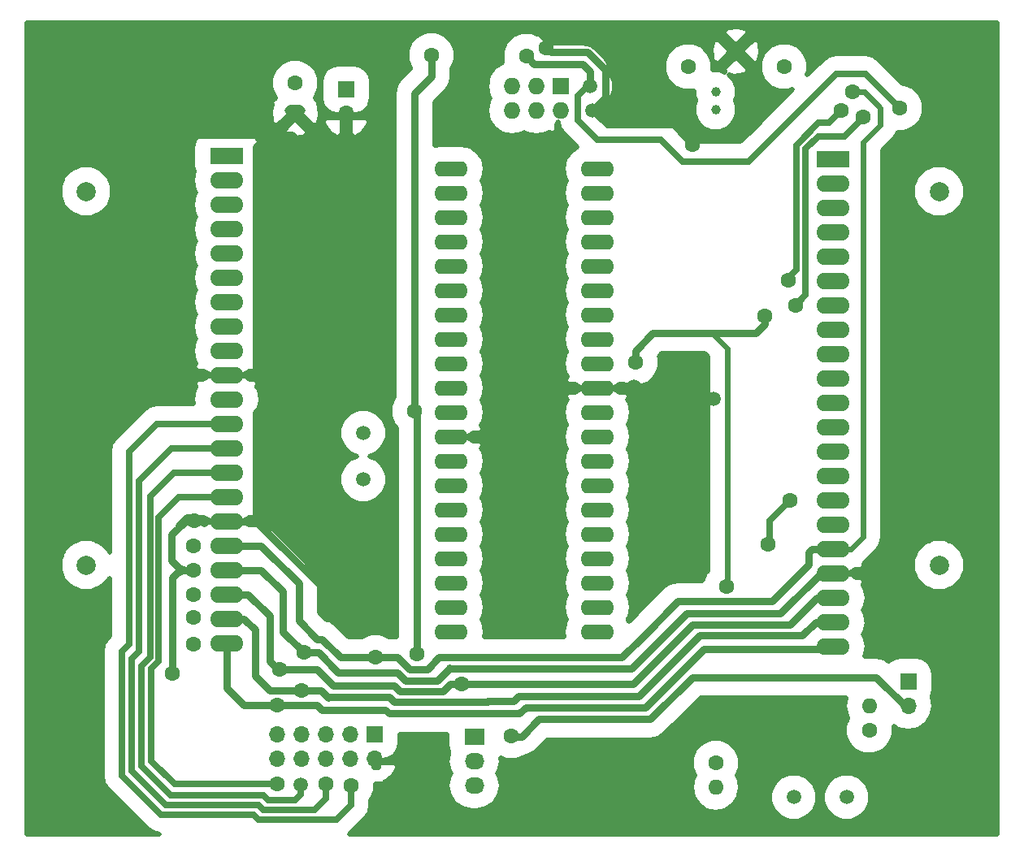
<source format=gbr>
G04 #@! TF.FileFunction,Copper,L2,Bot,Signal*
%FSLAX46Y46*%
G04 Gerber Fmt 4.6, Leading zero omitted, Abs format (unit mm)*
G04 Created by KiCad (PCBNEW 4.0.6-e0-6349~53~ubuntu14.04.1) date Thu Nov 23 15:36:25 2017*
%MOMM*%
%LPD*%
G01*
G04 APERTURE LIST*
%ADD10C,0.100000*%
%ADD11C,1.600000*%
%ADD12O,1.600000X1.600000*%
%ADD13R,3.500000X1.727200*%
%ADD14O,3.500000X1.727200*%
%ADD15R,1.700000X1.700000*%
%ADD16O,1.700000X1.700000*%
%ADD17C,1.500000*%
%ADD18C,1.000000*%
%ADD19C,1.600200*%
%ADD20R,1.727200X1.727200*%
%ADD21O,1.727200X1.727200*%
%ADD22O,3.500000X1.600000*%
%ADD23C,2.000000*%
%ADD24R,2.032000X1.727200*%
%ADD25O,2.032000X1.727200*%
%ADD26C,0.800000*%
%ADD27C,0.635000*%
%ADD28C,0.600000*%
%ADD29C,0.500000*%
G04 APERTURE END LIST*
D10*
D11*
X210464400Y-130759200D03*
D12*
X210464400Y-133299200D03*
D13*
X159486600Y-67475100D03*
D14*
X159486600Y-70015100D03*
X159486600Y-72555100D03*
X159486600Y-75095100D03*
X159486600Y-77635100D03*
X159486600Y-80175100D03*
X159486600Y-82715100D03*
X159486600Y-85255100D03*
X159486600Y-87795100D03*
X159486600Y-90335100D03*
X159486600Y-92875100D03*
X159486600Y-95415100D03*
X159486600Y-97955100D03*
X159486600Y-100495100D03*
X159486600Y-103035100D03*
X159486600Y-105575100D03*
X159486600Y-108115100D03*
X159486600Y-110655100D03*
X159486600Y-113195100D03*
X159486600Y-115735100D03*
X159486600Y-118275100D03*
D15*
X171958000Y-60579000D03*
D16*
X171958000Y-63119000D03*
D15*
X230505000Y-122301000D03*
D16*
X230505000Y-124841000D03*
D17*
X173736000Y-101219000D03*
X173736000Y-96339000D03*
D18*
X210439000Y-60782200D03*
X210439000Y-62682200D03*
D11*
X226441000Y-127381000D03*
D12*
X226441000Y-124841000D03*
D19*
X166649400Y-63068200D03*
X166649400Y-59893200D03*
D20*
X194310000Y-60198000D03*
D21*
X194310000Y-62738000D03*
X191770000Y-60198000D03*
X191770000Y-62738000D03*
X189230000Y-60198000D03*
X189230000Y-62738000D03*
D22*
X182880000Y-68834000D03*
X182880000Y-71374000D03*
X182880000Y-73914000D03*
X182880000Y-76454000D03*
X182880000Y-78994000D03*
X182880000Y-81534000D03*
X182880000Y-84074000D03*
X182880000Y-86614000D03*
X182880000Y-89154000D03*
X182880000Y-91694000D03*
X182880000Y-94234000D03*
X182880000Y-96774000D03*
X182880000Y-99314000D03*
X182880000Y-101854000D03*
X182880000Y-104394000D03*
X182880000Y-106934000D03*
X182880000Y-109474000D03*
X182880000Y-112014000D03*
X182880000Y-114554000D03*
X182880000Y-117094000D03*
X198120000Y-117094000D03*
X198120000Y-114554000D03*
X198120000Y-112014000D03*
X198120000Y-109474000D03*
X198120000Y-106934000D03*
X198120000Y-104394000D03*
X198120000Y-101854000D03*
X198120000Y-99314000D03*
X198120000Y-96774000D03*
X198120000Y-94234000D03*
X198120000Y-91694000D03*
X198120000Y-89154000D03*
X198120000Y-86614000D03*
X198120000Y-84074000D03*
X198120000Y-81534000D03*
X198120000Y-78994000D03*
X198120000Y-76454000D03*
X198120000Y-73914000D03*
X198120000Y-71374000D03*
X198120000Y-68834000D03*
D23*
X233722000Y-71208000D03*
X233722000Y-110148000D03*
X144865000Y-110148000D03*
X144865000Y-71208000D03*
D13*
X222631000Y-67818000D03*
D14*
X222631000Y-70358000D03*
X222631000Y-72898000D03*
X222631000Y-75438000D03*
X222631000Y-77978000D03*
X222631000Y-80518000D03*
X222631000Y-83058000D03*
X222631000Y-85598000D03*
X222631000Y-88138000D03*
X222631000Y-90678000D03*
X222631000Y-93218000D03*
X222631000Y-95758000D03*
X222631000Y-98298000D03*
X222631000Y-100838000D03*
X222631000Y-103378000D03*
X222631000Y-105918000D03*
X222631000Y-108458000D03*
X222631000Y-110998000D03*
X222631000Y-113538000D03*
X222631000Y-116078000D03*
X222631000Y-118618000D03*
D24*
X185293000Y-128016000D03*
D25*
X185293000Y-130556000D03*
X185293000Y-133096000D03*
D17*
X224085600Y-134330200D03*
X218585600Y-134330200D03*
D15*
X174904400Y-127812800D03*
D16*
X174904400Y-130352800D03*
X172364400Y-127812800D03*
X172364400Y-130352800D03*
X169824400Y-127812800D03*
X169824400Y-130352800D03*
X167284400Y-127812800D03*
X167284400Y-130352800D03*
X164744400Y-127812800D03*
X164744400Y-130352800D03*
D11*
X212572600Y-56578600D03*
X217572600Y-58178600D03*
X207572600Y-58178600D03*
X211582000Y-112395000D03*
X229616000Y-62484000D03*
D17*
X197358000Y-60198000D03*
D11*
X190728600Y-57073800D03*
X180822600Y-56997600D03*
X215544400Y-84175600D03*
X202057000Y-89027000D03*
X179324000Y-119430800D03*
X179070000Y-94107000D03*
X165633400Y-92481400D03*
X208026000Y-66268600D03*
D17*
X197612000Y-62738000D03*
D11*
X192786000Y-56210200D03*
X172669200Y-66827400D03*
X152679400Y-66725800D03*
X170789600Y-112979200D03*
X190627000Y-85852000D03*
X190754000Y-95123000D03*
X153822400Y-121412000D03*
X156006800Y-110642400D03*
X156159200Y-105511600D03*
X167513000Y-119253000D03*
D17*
X201930000Y-91567000D03*
X210210400Y-92786200D03*
D11*
X156006800Y-118364000D03*
X164744400Y-124739400D03*
X156006800Y-115620800D03*
X167259000Y-123190000D03*
X183959500Y-122555000D03*
X156006800Y-113182400D03*
X164973000Y-121031000D03*
X175006000Y-119761000D03*
X224663000Y-60833000D03*
X156057600Y-108153200D03*
X218186000Y-103378000D03*
X215900000Y-107950000D03*
X189153800Y-127965200D03*
X172466000Y-133096000D03*
X169799000Y-132969000D03*
D17*
X167233600Y-133019800D03*
D11*
X164719000Y-132969000D03*
X223545400Y-62738000D03*
X218008200Y-80441800D03*
X225806000Y-63449200D03*
X218744800Y-83058000D03*
D26*
X197358000Y-60198000D02*
X197104000Y-60198000D01*
D27*
X213868000Y-68072000D02*
X215544400Y-66395600D01*
X207010000Y-68072000D02*
X213868000Y-68072000D01*
X204724000Y-65786000D02*
X207010000Y-68072000D01*
X198120000Y-65786000D02*
X204724000Y-65786000D01*
X196088000Y-63754000D02*
X198120000Y-65786000D01*
X196088000Y-61214000D02*
X196088000Y-63754000D01*
X197104000Y-60198000D02*
X196088000Y-61214000D01*
D28*
X209867500Y-85953600D02*
X210032600Y-85953600D01*
X211645500Y-112331500D02*
X211582000Y-112395000D01*
X211645500Y-87566500D02*
X211645500Y-112331500D01*
X210032600Y-85953600D02*
X211645500Y-87566500D01*
D27*
X226060000Y-58928000D02*
X229616000Y-62484000D01*
X223012000Y-58928000D02*
X226060000Y-58928000D01*
X215544400Y-66395600D02*
X223012000Y-58928000D01*
D26*
X197358000Y-58648600D02*
X197358000Y-60198000D01*
X196596000Y-57886600D02*
X197358000Y-58648600D01*
X191541400Y-57886600D02*
X196596000Y-57886600D01*
X190728600Y-57073800D02*
X191541400Y-57886600D01*
X179070000Y-60985400D02*
X179070000Y-94107000D01*
X180822600Y-59232800D02*
X180822600Y-56997600D01*
X179070000Y-60985400D02*
X180822600Y-59232800D01*
X215544400Y-84175600D02*
X215544400Y-85039200D01*
X215544400Y-85039200D02*
X214630000Y-85953600D01*
X214630000Y-85953600D02*
X212877400Y-85953600D01*
X202057000Y-89027000D02*
X202057000Y-87807800D01*
X203911200Y-85953600D02*
X209867500Y-85953600D01*
X209867500Y-85953600D02*
X212877400Y-85953600D01*
X202057000Y-87807800D02*
X203911200Y-85953600D01*
X179324000Y-119430800D02*
X179324000Y-94361000D01*
X179324000Y-94361000D02*
X179070000Y-94107000D01*
X179019200Y-94157800D02*
X179070000Y-94107000D01*
D28*
X179070000Y-94107000D02*
X178943000Y-94107000D01*
D27*
X165633400Y-92481400D02*
X164363400Y-92481400D01*
D26*
X164363400Y-92481400D02*
X162560000Y-90678000D01*
X162560000Y-66548000D02*
X163779200Y-65328800D01*
X162560000Y-90678000D02*
X162560000Y-66548000D01*
X180906602Y-122174000D02*
X181457600Y-122174000D01*
X177292000Y-121361200D02*
X178104800Y-122174000D01*
X178104800Y-122174000D02*
X180906602Y-122174000D01*
X169037000Y-119253000D02*
X168656000Y-119253000D01*
X167513000Y-119253000D02*
X168656000Y-119253000D01*
X169037000Y-119253000D02*
X171145200Y-121361200D01*
X171145200Y-121361200D02*
X175412400Y-121361200D01*
X175412400Y-121361200D02*
X177292000Y-121361200D01*
X181457600Y-122174000D02*
X182727600Y-120904000D01*
X203962000Y-118618000D02*
X207391000Y-115189000D01*
X207391000Y-115189000D02*
X217170000Y-115189000D01*
X217170000Y-115189000D02*
X221361000Y-110998000D01*
X182727600Y-120904000D02*
X201676000Y-120904000D01*
X201676000Y-120904000D02*
X203962000Y-118618000D01*
X221361000Y-110998000D02*
X222631000Y-110998000D01*
X221361000Y-110998000D02*
X222631000Y-110998000D01*
X162598100Y-94246700D02*
X162598100Y-105575100D01*
X164363400Y-92481400D02*
X162598100Y-94246700D01*
X153822400Y-121412000D02*
X153593800Y-121412000D01*
X152501600Y-66903600D02*
X152679400Y-66725800D01*
D27*
X208026000Y-66268600D02*
X206070200Y-64312800D01*
X206070200Y-64312800D02*
X199186800Y-64312800D01*
X199186800Y-64312800D02*
X197612000Y-62738000D01*
D26*
X198932800Y-61417200D02*
X197612000Y-62738000D01*
X198932800Y-58496200D02*
X198932800Y-61417200D01*
X197129400Y-56692800D02*
X198932800Y-58496200D01*
X193268600Y-56692800D02*
X197129400Y-56692800D01*
X192786000Y-56210200D02*
X193268600Y-56692800D01*
X152679400Y-66725800D02*
X152679400Y-66446400D01*
X167741600Y-66827400D02*
X172669200Y-66827400D01*
X166243000Y-65328800D02*
X167741600Y-66827400D01*
X153797000Y-65328800D02*
X163779200Y-65328800D01*
X163779200Y-65328800D02*
X166243000Y-65328800D01*
X152679400Y-66446400D02*
X153797000Y-65328800D01*
X153822400Y-121412000D02*
X153720800Y-121412000D01*
D27*
X169926000Y-112903000D02*
X170713400Y-112903000D01*
X170713400Y-112903000D02*
X170789600Y-112979200D01*
D26*
X162598100Y-105575100D02*
X169926000Y-112903000D01*
X159486600Y-105575100D02*
X162598100Y-105575100D01*
X190754000Y-85979000D02*
X190627000Y-85852000D01*
X190754000Y-95123000D02*
X190754000Y-85979000D01*
X190754000Y-95123000D02*
X190754000Y-94996000D01*
X154787600Y-110642400D02*
X154584400Y-110642400D01*
X153822400Y-111404400D02*
X153822400Y-121412000D01*
X154584400Y-110642400D02*
X153822400Y-111404400D01*
X155295600Y-105511600D02*
X156159200Y-105511600D01*
X155295600Y-105511600D02*
X155244800Y-105511600D01*
X154787600Y-110642400D02*
X156006800Y-110642400D01*
X153771600Y-109626400D02*
X154787600Y-110642400D01*
X153771600Y-106984800D02*
X153771600Y-109626400D01*
X155244800Y-105511600D02*
X153771600Y-106984800D01*
X182727600Y-120861002D02*
X182727600Y-120904000D01*
X182727600Y-120904000D02*
X182727600Y-120904000D01*
X163106100Y-110655100D02*
X159486600Y-110655100D01*
X165354000Y-112903000D02*
X163106100Y-110655100D01*
X165354000Y-117094000D02*
X165354000Y-112903000D01*
X167513000Y-119253000D02*
X165354000Y-117094000D01*
X208813400Y-91567000D02*
X201930000Y-91567000D01*
X210032600Y-92786200D02*
X208813400Y-91567000D01*
X210210400Y-92786200D02*
X210032600Y-92786200D01*
X207899000Y-120142000D02*
X209169000Y-118872000D01*
X168935400Y-124739400D02*
X169418000Y-125222000D01*
X169418000Y-125222000D02*
X176022000Y-125222000D01*
X176022000Y-125222000D02*
X176403000Y-125603000D01*
X176403000Y-125603000D02*
X189992000Y-125603000D01*
X189992000Y-125603000D02*
X190627000Y-124968000D01*
X190627000Y-124968000D02*
X203073000Y-124968000D01*
X203073000Y-124968000D02*
X207899000Y-120142000D01*
X164744400Y-124739400D02*
X168935400Y-124739400D01*
X209169000Y-118872000D02*
X222377000Y-118872000D01*
X222377000Y-118872000D02*
X222631000Y-118618000D01*
X155956000Y-118313200D02*
X155854400Y-118313200D01*
X156006800Y-118364000D02*
X155956000Y-118313200D01*
X221234000Y-118618000D02*
X222631000Y-118618000D01*
X159486600Y-118275100D02*
X159486600Y-122910600D01*
X159486600Y-122910600D02*
X161315400Y-124739400D01*
X161315400Y-124739400D02*
X164744400Y-124739400D01*
X164744400Y-124739400D02*
X164719000Y-124714000D01*
X206502000Y-119761000D02*
X208788000Y-117475000D01*
X186753500Y-124333000D02*
X189420500Y-124333000D01*
X189420500Y-124333000D02*
X189928500Y-123825000D01*
X189928500Y-123825000D02*
X202438000Y-123825000D01*
X202438000Y-123825000D02*
X202946000Y-123317000D01*
X202946000Y-123317000D02*
X206502000Y-119761000D01*
X220853000Y-116078000D02*
X222631000Y-116078000D01*
X219456000Y-117475000D02*
X220853000Y-116078000D01*
X208788000Y-117475000D02*
X219456000Y-117475000D01*
X183070500Y-124409200D02*
X186677300Y-124409200D01*
X186677300Y-124409200D02*
X186753500Y-124333000D01*
X176447450Y-123920250D02*
X176936400Y-124409200D01*
X176936400Y-124409200D02*
X183070500Y-124409200D01*
X183070500Y-124409200D02*
X183134000Y-124409200D01*
X174669450Y-123920250D02*
X170021250Y-123920250D01*
X174669450Y-123920250D02*
X176447450Y-123920250D01*
D27*
X186677300Y-124409200D02*
X186753500Y-124333000D01*
D26*
X167259000Y-123190000D02*
X169291000Y-123190000D01*
X169291000Y-123190000D02*
X170021250Y-123920250D01*
X170021250Y-123920250D02*
X170053000Y-123952000D01*
X167259000Y-123190000D02*
X167767000Y-123190000D01*
X162433000Y-121539000D02*
X162433000Y-121666000D01*
X161328100Y-115735100D02*
X162433000Y-116840000D01*
X162433000Y-116840000D02*
X162433000Y-121539000D01*
D27*
X159486600Y-115735100D02*
X161328100Y-115735100D01*
D26*
X163957000Y-123190000D02*
X167259000Y-123190000D01*
X162433000Y-121666000D02*
X163957000Y-123190000D01*
X205232000Y-119126000D02*
X208026000Y-116332000D01*
X183959500Y-122555000D02*
X188087000Y-122555000D01*
X188087000Y-122555000D02*
X201803000Y-122555000D01*
X201803000Y-122555000D02*
X205232000Y-119126000D01*
X218186000Y-116332000D02*
X220980000Y-113538000D01*
X208026000Y-116332000D02*
X218186000Y-116332000D01*
X220980000Y-113538000D02*
X222631000Y-113538000D01*
D28*
X220980000Y-113538000D02*
X222631000Y-113538000D01*
D26*
X175006000Y-122682000D02*
X176936400Y-122682000D01*
X182753000Y-122555000D02*
X183959500Y-122555000D01*
X182033998Y-123274002D02*
X182753000Y-122555000D01*
X177528402Y-123274002D02*
X182033998Y-123274002D01*
X176936400Y-122682000D02*
X177528402Y-123274002D01*
X170561000Y-122682000D02*
X175006000Y-122682000D01*
X175006000Y-122682000D02*
X175056800Y-122682000D01*
X164973000Y-121031000D02*
X168910000Y-121031000D01*
X168910000Y-121031000D02*
X170561000Y-122682000D01*
X163957000Y-119761000D02*
X163957000Y-120142000D01*
X163957000Y-120142000D02*
X164846000Y-121031000D01*
X164846000Y-121031000D02*
X164973000Y-121031000D01*
X161709100Y-113195100D02*
X163957000Y-115443000D01*
X163957000Y-115443000D02*
X163957000Y-119761000D01*
X159486600Y-113195100D02*
X161709100Y-113195100D01*
X216281000Y-113919000D02*
X220091000Y-110109000D01*
X177317400Y-119761000D02*
X178562000Y-121005600D01*
X175006000Y-119761000D02*
X177317400Y-119761000D01*
X220091000Y-110109000D02*
X220091000Y-108839000D01*
X220091000Y-108839000D02*
X220472000Y-108458000D01*
X220472000Y-108458000D02*
X222631000Y-108458000D01*
X202819000Y-117602000D02*
X206502000Y-113919000D01*
X178562000Y-121005600D02*
X180390800Y-121005600D01*
X180390800Y-121005600D02*
X181635400Y-119761000D01*
X181635400Y-119761000D02*
X182143400Y-119761000D01*
X200660000Y-119761000D02*
X202819000Y-117602000D01*
X182143400Y-119761000D02*
X200660000Y-119761000D01*
X206502000Y-113919000D02*
X216281000Y-113919000D01*
X159486600Y-108115100D02*
X163106100Y-108115100D01*
X167005000Y-112014000D02*
X167005000Y-115951000D01*
X167005000Y-115951000D02*
X168910000Y-117856000D01*
X168910000Y-117856000D02*
X169418000Y-117856000D01*
X169418000Y-117856000D02*
X171323000Y-119761000D01*
X171323000Y-119761000D02*
X175006000Y-119761000D01*
X163106100Y-108115100D02*
X167005000Y-112014000D01*
D28*
X221742000Y-108458000D02*
X222631000Y-108458000D01*
X225806000Y-107188000D02*
X225806000Y-66040000D01*
X225806000Y-66040000D02*
X227584000Y-64262000D01*
X227584000Y-64262000D02*
X227584000Y-62484000D01*
X227584000Y-62484000D02*
X225933000Y-60833000D01*
X225933000Y-60833000D02*
X224663000Y-60833000D01*
X222631000Y-108458000D02*
X224536000Y-108458000D01*
X224536000Y-108458000D02*
X225806000Y-107188000D01*
D27*
X216027000Y-105537000D02*
X218186000Y-103378000D01*
X216027000Y-107823000D02*
X216027000Y-105537000D01*
X215900000Y-107950000D02*
X216027000Y-107823000D01*
D26*
X189153800Y-127965200D02*
X189204600Y-128016000D01*
X189204600Y-128016000D02*
X190220600Y-128016000D01*
X227152200Y-121818400D02*
X230174800Y-124841000D01*
X208026000Y-121818400D02*
X227152200Y-121818400D01*
X203657200Y-126187200D02*
X208026000Y-121818400D01*
X192049400Y-126187200D02*
X203657200Y-126187200D01*
X190220600Y-128016000D02*
X192049400Y-126187200D01*
X230174800Y-124841000D02*
X230505000Y-124841000D01*
D27*
X159486600Y-95415100D02*
X152234900Y-95415100D01*
X149352000Y-100838000D02*
X149352000Y-118364000D01*
X149352000Y-118364000D02*
X148590000Y-119126000D01*
X148590000Y-119126000D02*
X148590000Y-132080000D01*
X148590000Y-132080000D02*
X152654000Y-136144000D01*
X152654000Y-136144000D02*
X162306000Y-136144000D01*
X162306000Y-136144000D02*
X162814000Y-136652000D01*
X162814000Y-136652000D02*
X170942000Y-136652000D01*
X170942000Y-136652000D02*
X172466000Y-135128000D01*
X172466000Y-135128000D02*
X172466000Y-133096000D01*
X149352000Y-98298000D02*
X149352000Y-100838000D01*
X152234900Y-95415100D02*
X149352000Y-98298000D01*
X159486600Y-97955100D02*
X153758900Y-97955100D01*
X169799000Y-134493000D02*
X169799000Y-132969000D01*
X168656000Y-135636000D02*
X169799000Y-134493000D01*
X163322000Y-135636000D02*
X168656000Y-135636000D01*
X162814000Y-135128000D02*
X163322000Y-135636000D01*
X153162000Y-135128000D02*
X162814000Y-135128000D01*
X149606000Y-131572000D02*
X153162000Y-135128000D01*
X149606000Y-119888000D02*
X149606000Y-131572000D01*
X150368000Y-119126000D02*
X149606000Y-119888000D01*
X150368000Y-101346000D02*
X150368000Y-119126000D01*
X153758900Y-97955100D02*
X150368000Y-101346000D01*
X159486600Y-100495100D02*
X154012900Y-100495100D01*
X167233600Y-134010400D02*
X167233600Y-133019800D01*
X166624000Y-134620000D02*
X167233600Y-134010400D01*
X163830000Y-134620000D02*
X166624000Y-134620000D01*
X163322000Y-134112000D02*
X163830000Y-134620000D01*
X153670000Y-134112000D02*
X163322000Y-134112000D01*
X150622000Y-131064000D02*
X153670000Y-134112000D01*
X150622000Y-120650000D02*
X150622000Y-131064000D01*
X151514998Y-119757002D02*
X150622000Y-120650000D01*
X151514998Y-102993002D02*
X151514998Y-119757002D01*
X154012900Y-100495100D02*
X151514998Y-102993002D01*
X159486600Y-103035100D02*
X154520900Y-103035100D01*
X154051000Y-132969000D02*
X164719000Y-132969000D01*
X151638000Y-130556000D02*
X154051000Y-132969000D01*
X151638000Y-120904000D02*
X151638000Y-130556000D01*
X152400000Y-120142000D02*
X151638000Y-120904000D01*
X152400000Y-105156000D02*
X152400000Y-120142000D01*
X154520900Y-103035100D02*
X152400000Y-105156000D01*
X218008200Y-80441800D02*
X218008200Y-80187800D01*
X222224600Y-64058800D02*
X223545400Y-62738000D01*
X221183200Y-64058800D02*
X222224600Y-64058800D01*
X218821000Y-66421000D02*
X221183200Y-64058800D01*
X218821000Y-79375000D02*
X218821000Y-66421000D01*
X218008200Y-80187800D02*
X218821000Y-79375000D01*
X218744800Y-83058000D02*
X219811600Y-81991200D01*
X225806000Y-63500000D02*
X225806000Y-63449200D01*
X223875600Y-65430400D02*
X225806000Y-63500000D01*
X221132400Y-65430400D02*
X223875600Y-65430400D01*
X219811600Y-66751200D02*
X221132400Y-65430400D01*
X219811600Y-81991200D02*
X219811600Y-66751200D01*
D29*
X138680000Y-53590000D02*
X239780000Y-53590000D01*
X138680000Y-53990000D02*
X212759175Y-53990000D01*
X212793204Y-53990000D02*
X239780000Y-53990000D01*
X138680000Y-54390000D02*
X211378274Y-54390000D01*
X213766927Y-54390000D02*
X239780000Y-54390000D01*
X138680000Y-54790000D02*
X179487860Y-54790000D01*
X182155574Y-54790000D02*
X189578278Y-54790000D01*
X191878065Y-54790000D02*
X211352936Y-54790000D01*
X213792265Y-54790000D02*
X239780000Y-54790000D01*
X138680000Y-55190000D02*
X179023963Y-55190000D01*
X182621254Y-55190000D02*
X189006296Y-55190000D01*
X192451187Y-55190000D02*
X211749685Y-55190000D01*
X213395514Y-55190000D02*
X239780000Y-55190000D01*
X138680000Y-55590000D02*
X178645988Y-55590000D01*
X183000096Y-55590000D02*
X188605597Y-55590000D01*
X192850489Y-55590000D02*
X210202769Y-55590000D01*
X211018315Y-55590000D02*
X212149685Y-55590000D01*
X212995514Y-55590000D02*
X214126886Y-55590000D01*
X214968020Y-55590000D02*
X239780000Y-55590000D01*
X138680000Y-55990000D02*
X178479894Y-55990000D01*
X183165372Y-55990000D02*
X188417535Y-55990000D01*
X197553077Y-55990000D02*
X206191876Y-55990000D01*
X208951331Y-55990000D02*
X210088827Y-55990000D01*
X211418315Y-55990000D02*
X212549685Y-55990000D01*
X212595514Y-55990000D02*
X213726886Y-55990000D01*
X215071509Y-55990000D02*
X216191876Y-55990000D01*
X218951331Y-55990000D02*
X239780000Y-55990000D01*
X138680000Y-56390000D02*
X178313799Y-56390000D01*
X183330649Y-56390000D02*
X188251440Y-56390000D01*
X198139960Y-56390000D02*
X205754929Y-56390000D01*
X209390222Y-56390000D02*
X209983765Y-56390000D01*
X211818315Y-56390000D02*
X213326886Y-56390000D01*
X215117791Y-56390000D02*
X215754929Y-56390000D01*
X219390221Y-56390000D02*
X239780000Y-56390000D01*
X138680000Y-56790000D02*
X178272781Y-56790000D01*
X183372781Y-56790000D02*
X188178848Y-56790000D01*
X198539960Y-56790000D02*
X205388099Y-56790000D01*
X209757946Y-56790000D02*
X210030047Y-56790000D01*
X211795514Y-56790000D02*
X213349685Y-56790000D01*
X215163821Y-56790000D02*
X215388099Y-56790000D01*
X219757946Y-56790000D02*
X239780000Y-56790000D01*
X138680000Y-57190000D02*
X178272432Y-57190000D01*
X183372432Y-57190000D02*
X188178499Y-57190000D01*
X198919494Y-57190000D02*
X205222004Y-57190000D01*
X209923223Y-57190000D02*
X210076329Y-57190000D01*
X211395514Y-57190000D02*
X212526886Y-57190000D01*
X212618315Y-57190000D02*
X213749685Y-57190000D01*
X215049879Y-57190000D02*
X215222004Y-57190000D01*
X219923223Y-57190000D02*
X221963206Y-57190000D01*
X227108795Y-57190000D02*
X239780000Y-57190000D01*
X138680000Y-57590000D02*
X165545768Y-57590000D01*
X167752404Y-57590000D02*
X178308271Y-57590000D01*
X183337712Y-57590000D02*
X188182786Y-57590000D01*
X199186765Y-57590000D02*
X205055910Y-57590000D01*
X210088499Y-57590000D02*
X210186624Y-57590000D01*
X210995514Y-57590000D02*
X212126886Y-57590000D01*
X213018315Y-57590000D02*
X214149685Y-57590000D01*
X214935936Y-57590000D02*
X215055910Y-57590000D01*
X220088499Y-57590000D02*
X221426114Y-57590000D01*
X227645887Y-57590000D02*
X239780000Y-57590000D01*
X138680000Y-57990000D02*
X164946388Y-57990000D01*
X168352762Y-57990000D02*
X170867337Y-57990000D01*
X173031620Y-57990000D02*
X178473548Y-57990000D01*
X183171618Y-57990000D02*
X187843913Y-57990000D01*
X199376997Y-57990000D02*
X205022765Y-57990000D01*
X210122764Y-57990000D02*
X211726886Y-57990000D01*
X213418315Y-57990000D02*
X215022765Y-57990000D01*
X220122764Y-57990000D02*
X221026114Y-57990000D01*
X228045887Y-57990000D02*
X239780000Y-57990000D01*
X138680000Y-58390000D02*
X164545690Y-58390000D01*
X168752064Y-58390000D02*
X169957131Y-58390000D01*
X173948141Y-58390000D02*
X178624841Y-58390000D01*
X183005523Y-58390000D02*
X187320904Y-58390000D01*
X199456562Y-58390000D02*
X205022416Y-58390000D01*
X210122415Y-58390000D02*
X211354379Y-58390000D01*
X213790820Y-58390000D02*
X215022416Y-58390000D01*
X220122416Y-58390000D02*
X220626114Y-58390000D01*
X228445887Y-58390000D02*
X239780000Y-58390000D01*
X138680000Y-58790000D02*
X164346282Y-58790000D01*
X168952779Y-58790000D02*
X169631567Y-58790000D01*
X174283334Y-58790000D02*
X178224841Y-58790000D01*
X182972600Y-58790000D02*
X187053632Y-58790000D01*
X199508000Y-58790000D02*
X205066122Y-58790000D01*
X213765482Y-58790000D02*
X215066122Y-58790000D01*
X220079823Y-58790000D02*
X220226114Y-58790000D01*
X228845887Y-58790000D02*
X239780000Y-58790000D01*
X138680000Y-59190000D02*
X164180187Y-59190000D01*
X169118056Y-59190000D02*
X169432867Y-59190000D01*
X174490864Y-59190000D02*
X177824841Y-59190000D01*
X182972600Y-59190000D02*
X186806719Y-59190000D01*
X199646507Y-59190000D02*
X205231398Y-59190000D01*
X212028785Y-59190000D02*
X215231398Y-59190000D01*
X229245887Y-59190000D02*
X239780000Y-59190000D01*
X138680000Y-59590000D02*
X164099565Y-59590000D01*
X169199764Y-59590000D02*
X169351865Y-59590000D01*
X174566130Y-59590000D02*
X177466278Y-59590000D01*
X182901548Y-59590000D02*
X186727154Y-59590000D01*
X199811784Y-59590000D02*
X205396675Y-59590000D01*
X212380897Y-59590000D02*
X215396675Y-59590000D01*
X229645887Y-59590000D02*
X239780000Y-59590000D01*
X138680000Y-59990000D02*
X164099216Y-59990000D01*
X169199415Y-59990000D02*
X169323716Y-59990000D01*
X174592284Y-59990000D02*
X177199007Y-59990000D01*
X182821983Y-59990000D02*
X186647589Y-59990000D01*
X199858182Y-59990000D02*
X205777739Y-59990000D01*
X212546174Y-59990000D02*
X215777739Y-59990000D01*
X230259246Y-59990000D02*
X239780000Y-59990000D01*
X138680000Y-60390000D02*
X164098867Y-60390000D01*
X169199067Y-60390000D02*
X169323716Y-60390000D01*
X174592284Y-60390000D02*
X177038433Y-60390000D01*
X182585481Y-60390000D02*
X186644406Y-60390000D01*
X199857833Y-60390000D02*
X206248778Y-60390000D01*
X212689343Y-60390000D02*
X216248778Y-60390000D01*
X231128753Y-60390000D02*
X239780000Y-60390000D01*
X138680000Y-60790000D02*
X164260738Y-60790000D01*
X169038223Y-60790000D02*
X169323716Y-60790000D01*
X174592284Y-60790000D02*
X176958867Y-60790000D01*
X182305959Y-60790000D02*
X186723971Y-60790000D01*
X199819139Y-60790000D02*
X208188993Y-60790000D01*
X212688993Y-60790000D02*
X218226114Y-60790000D01*
X231528056Y-60790000D02*
X239780000Y-60790000D01*
X138680000Y-61190000D02*
X164426015Y-61190000D01*
X168872128Y-61190000D02*
X169323716Y-61190000D01*
X174592284Y-61190000D02*
X176920000Y-61190000D01*
X181905959Y-61190000D02*
X186803535Y-61190000D01*
X199653045Y-61190000D02*
X208188644Y-61190000D01*
X212688644Y-61190000D02*
X217826114Y-61190000D01*
X231840434Y-61190000D02*
X239780000Y-61190000D01*
X138680000Y-61590000D02*
X164457487Y-61590000D01*
X168841313Y-61590000D02*
X169354010Y-61590000D01*
X174559680Y-61590000D02*
X176920000Y-61590000D01*
X181505959Y-61590000D02*
X186879905Y-61590000D01*
X199486950Y-61590000D02*
X208338272Y-61590000D01*
X212539836Y-61590000D02*
X217426114Y-61590000D01*
X232005711Y-61590000D02*
X239780000Y-61590000D01*
X138680000Y-61990000D02*
X164156983Y-61990000D01*
X169141817Y-61990000D02*
X169429275Y-61990000D01*
X174478678Y-61990000D02*
X176920000Y-61990000D01*
X181220000Y-61990000D02*
X186755002Y-61990000D01*
X199101492Y-61990000D02*
X208290163Y-61990000D01*
X212587493Y-61990000D02*
X217026114Y-61990000D01*
X232166431Y-61990000D02*
X239780000Y-61990000D01*
X138680000Y-62390000D02*
X164191046Y-62390000D01*
X169138037Y-62390000D02*
X169571584Y-62390000D01*
X174344415Y-62390000D02*
X176920000Y-62390000D01*
X181220000Y-62390000D02*
X186675437Y-62390000D01*
X198599564Y-62390000D02*
X208189255Y-62390000D01*
X212689255Y-62390000D02*
X216626114Y-62390000D01*
X232166082Y-62390000D02*
X239780000Y-62390000D01*
X138680000Y-62790000D02*
X164077110Y-62790000D01*
X165805444Y-62790000D02*
X167493356Y-62790000D01*
X169184324Y-62790000D02*
X170000057Y-62790000D01*
X173924680Y-62790000D02*
X176920000Y-62790000D01*
X181220000Y-62790000D02*
X186616558Y-62790000D01*
X198155500Y-62790000D02*
X208188906Y-62790000D01*
X212688906Y-62790000D02*
X216226114Y-62790000D01*
X232165733Y-62790000D02*
X239780000Y-62790000D01*
X138680000Y-63190000D02*
X164096377Y-63190000D01*
X165961844Y-63190000D02*
X167336956Y-63190000D01*
X169230612Y-63190000D02*
X170993020Y-63190000D01*
X172931743Y-63190000D02*
X176920000Y-63190000D01*
X181220000Y-63190000D02*
X186696123Y-63190000D01*
X198447886Y-63190000D02*
X208214315Y-63190000D01*
X212664406Y-63190000D02*
X215826114Y-63190000D01*
X232083942Y-63190000D02*
X239780000Y-63190000D01*
X138680000Y-63590000D02*
X164142665Y-63590000D01*
X165561844Y-63590000D02*
X167736956Y-63590000D01*
X169152302Y-63590000D02*
X169797411Y-63590000D01*
X171533000Y-63590000D02*
X172383000Y-63590000D01*
X174118590Y-63590000D02*
X176920000Y-63590000D01*
X181220000Y-63590000D02*
X186775688Y-63590000D01*
X198847886Y-63590000D02*
X208379591Y-63590000D01*
X212498312Y-63590000D02*
X215426114Y-63590000D01*
X231917847Y-63590000D02*
X239780000Y-63590000D01*
X138680000Y-63990000D02*
X164226198Y-63990000D01*
X165161844Y-63990000D02*
X166293356Y-63990000D01*
X167005444Y-63990000D02*
X168136956Y-63990000D01*
X169038365Y-63990000D02*
X169511732Y-63990000D01*
X171533000Y-63990000D02*
X172383000Y-63990000D01*
X174404267Y-63990000D02*
X176920000Y-63990000D01*
X181220000Y-63990000D02*
X186949395Y-63990000D01*
X194050603Y-63990000D02*
X194067442Y-63990000D01*
X205685992Y-63990000D02*
X208565312Y-63990000D01*
X212313676Y-63990000D02*
X215026114Y-63990000D01*
X231716764Y-63990000D02*
X239780000Y-63990000D01*
X138680000Y-64390000D02*
X165893356Y-64390000D01*
X167405444Y-64390000D02*
X169716253Y-64390000D01*
X171533000Y-64390000D02*
X172383000Y-64390000D01*
X174199746Y-64390000D02*
X176920000Y-64390000D01*
X181220000Y-64390000D02*
X187216667Y-64390000D01*
X193878200Y-64390000D02*
X194147008Y-64390000D01*
X206251886Y-64390000D02*
X208964614Y-64390000D01*
X211912977Y-64390000D02*
X214626114Y-64390000D01*
X231316066Y-64390000D02*
X239780000Y-64390000D01*
X138680000Y-64790000D02*
X165493356Y-64790000D01*
X167805444Y-64790000D02*
X170026997Y-64790000D01*
X171533000Y-64790000D02*
X172383000Y-64790000D01*
X173889002Y-64790000D02*
X176920000Y-64790000D01*
X181220000Y-64790000D02*
X187610441Y-64790000D01*
X193878200Y-64790000D02*
X194341450Y-64790000D01*
X206651886Y-64790000D02*
X209647971Y-64790000D01*
X211229682Y-64790000D02*
X214226114Y-64790000D01*
X230712594Y-64790000D02*
X239780000Y-64790000D01*
X138680000Y-65190000D02*
X156713940Y-65190000D01*
X162255999Y-65190000D02*
X165450814Y-65190000D01*
X167847985Y-65190000D02*
X170441549Y-65190000D01*
X171533000Y-65190000D02*
X172383000Y-65190000D01*
X173474450Y-65190000D02*
X176920000Y-65190000D01*
X181220000Y-65190000D02*
X188209083Y-65190000D01*
X190250916Y-65190000D02*
X190749083Y-65190000D01*
X192790916Y-65190000D02*
X193416533Y-65190000D01*
X193510677Y-65190000D02*
X194608722Y-65190000D01*
X207051886Y-65190000D02*
X213826114Y-65190000D01*
X229382070Y-65190000D02*
X239780000Y-65190000D01*
X138680000Y-65590000D02*
X156316537Y-65590000D01*
X162658847Y-65590000D02*
X166193941Y-65590000D01*
X167041012Y-65590000D02*
X176920000Y-65590000D01*
X181220000Y-65590000D02*
X195000114Y-65590000D01*
X207451886Y-65590000D02*
X213426114Y-65590000D01*
X229114798Y-65590000D02*
X239780000Y-65590000D01*
X138680000Y-65990000D02*
X156078173Y-65990000D01*
X162903941Y-65990000D02*
X176920000Y-65990000D01*
X181220000Y-65990000D02*
X195400114Y-65990000D01*
X207851886Y-65990000D02*
X213026114Y-65990000D01*
X228755138Y-65990000D02*
X239780000Y-65990000D01*
X138680000Y-66390000D02*
X155997171Y-66390000D01*
X162979206Y-66390000D02*
X176920000Y-66390000D01*
X181220000Y-66390000D02*
X181328531Y-66390000D01*
X184431468Y-66390000D02*
X195800114Y-66390000D01*
X228355138Y-66390000D02*
X239780000Y-66390000D01*
X138680000Y-66790000D02*
X155952316Y-66790000D01*
X163020884Y-66790000D02*
X176920000Y-66790000D01*
X185341193Y-66790000D02*
X195658808Y-66790000D01*
X227955138Y-66790000D02*
X239780000Y-66790000D01*
X138680000Y-67190000D02*
X155952316Y-67190000D01*
X163020884Y-67190000D02*
X176920000Y-67190000D01*
X185808014Y-67190000D02*
X195191987Y-67190000D01*
X227856000Y-67190000D02*
X239780000Y-67190000D01*
X138680000Y-67590000D02*
X155952316Y-67590000D01*
X163020884Y-67590000D02*
X176920000Y-67590000D01*
X186075285Y-67590000D02*
X194924716Y-67590000D01*
X227856000Y-67590000D02*
X239780000Y-67590000D01*
X138680000Y-67990000D02*
X155952316Y-67990000D01*
X163020884Y-67990000D02*
X176920000Y-67990000D01*
X186280688Y-67990000D02*
X194719313Y-67990000D01*
X227856000Y-67990000D02*
X239780000Y-67990000D01*
X138680000Y-68390000D02*
X155961968Y-68390000D01*
X163010495Y-68390000D02*
X176920000Y-68390000D01*
X186360253Y-68390000D02*
X194639748Y-68390000D01*
X227856000Y-68390000D02*
X239780000Y-68390000D01*
X138680000Y-68790000D02*
X143515737Y-68790000D01*
X146212802Y-68790000D02*
X156037234Y-68790000D01*
X162929493Y-68790000D02*
X176920000Y-68790000D01*
X186439817Y-68790000D02*
X194560184Y-68790000D01*
X227856000Y-68790000D02*
X232372737Y-68790000D01*
X235069802Y-68790000D02*
X239780000Y-68790000D01*
X138680000Y-69190000D02*
X142994040Y-69190000D01*
X146736218Y-69190000D02*
X156082154Y-69190000D01*
X162891047Y-69190000D02*
X176920000Y-69190000D01*
X186377756Y-69190000D02*
X194622243Y-69190000D01*
X227856000Y-69190000D02*
X231851040Y-69190000D01*
X235593218Y-69190000D02*
X239780000Y-69190000D01*
X138680000Y-69590000D02*
X142593341Y-69590000D01*
X147135520Y-69590000D02*
X156002589Y-69590000D01*
X162970612Y-69590000D02*
X176920000Y-69590000D01*
X186298191Y-69590000D02*
X194701808Y-69590000D01*
X227856000Y-69590000D02*
X231450341Y-69590000D01*
X235992520Y-69590000D02*
X239780000Y-69590000D01*
X138680000Y-69990000D02*
X142393102Y-69990000D01*
X147337238Y-69990000D02*
X155923024Y-69990000D01*
X163050177Y-69990000D02*
X176920000Y-69990000D01*
X186134084Y-69990000D02*
X194865915Y-69990000D01*
X227856000Y-69990000D02*
X231250102Y-69990000D01*
X236194238Y-69990000D02*
X239780000Y-69990000D01*
X138680000Y-70390000D02*
X142227007Y-70390000D01*
X147502515Y-70390000D02*
X155992603Y-70390000D01*
X162980596Y-70390000D02*
X176920000Y-70390000D01*
X186249012Y-70390000D02*
X194750989Y-70390000D01*
X227856000Y-70390000D02*
X231084007Y-70390000D01*
X236359515Y-70390000D02*
X239780000Y-70390000D01*
X138680000Y-70790000D02*
X142115364Y-70790000D01*
X147615366Y-70790000D02*
X156072167Y-70790000D01*
X162901032Y-70790000D02*
X176920000Y-70790000D01*
X186332405Y-70790000D02*
X194667596Y-70790000D01*
X227856000Y-70790000D02*
X230972364Y-70790000D01*
X236472366Y-70790000D02*
X239780000Y-70790000D01*
X138680000Y-71190000D02*
X142115015Y-71190000D01*
X147615017Y-71190000D02*
X156233722Y-71190000D01*
X162739477Y-71190000D02*
X176920000Y-71190000D01*
X186411970Y-71190000D02*
X194588031Y-71190000D01*
X227856000Y-71190000D02*
X230972015Y-71190000D01*
X236472017Y-71190000D02*
X239780000Y-71190000D01*
X138680000Y-71590000D02*
X142114665Y-71590000D01*
X147614668Y-71590000D02*
X156110001Y-71590000D01*
X162863200Y-71590000D02*
X176920000Y-71590000D01*
X186405603Y-71590000D02*
X194594396Y-71590000D01*
X227856000Y-71590000D02*
X230971665Y-71590000D01*
X236471668Y-71590000D02*
X239780000Y-71590000D01*
X138680000Y-71990000D02*
X142212611Y-71990000D01*
X147517941Y-71990000D02*
X156030437Y-71990000D01*
X162942764Y-71990000D02*
X176920000Y-71990000D01*
X186326039Y-71990000D02*
X194673960Y-71990000D01*
X227856000Y-71990000D02*
X231069611Y-71990000D01*
X236374941Y-71990000D02*
X239780000Y-71990000D01*
X138680000Y-72390000D02*
X142377887Y-72390000D01*
X147351846Y-72390000D02*
X155950872Y-72390000D01*
X163022329Y-72390000D02*
X176920000Y-72390000D01*
X186227629Y-72390000D02*
X194772370Y-72390000D01*
X227856000Y-72390000D02*
X231234887Y-72390000D01*
X236208846Y-72390000D02*
X239780000Y-72390000D01*
X138680000Y-72790000D02*
X142558543Y-72790000D01*
X147172722Y-72790000D02*
X155964755Y-72790000D01*
X163008444Y-72790000D02*
X176920000Y-72790000D01*
X186155467Y-72790000D02*
X194844534Y-72790000D01*
X227856000Y-72790000D02*
X231415543Y-72790000D01*
X236029722Y-72790000D02*
X239780000Y-72790000D01*
X138680000Y-73190000D02*
X142957845Y-73190000D01*
X146772023Y-73190000D02*
X156044320Y-73190000D01*
X162928879Y-73190000D02*
X176920000Y-73190000D01*
X186304557Y-73190000D02*
X194695444Y-73190000D01*
X227856000Y-73190000D02*
X231814845Y-73190000D01*
X235629023Y-73190000D02*
X239780000Y-73190000D01*
X138680000Y-73590000D02*
X143430501Y-73590000D01*
X146301390Y-73590000D02*
X156140177Y-73590000D01*
X162833022Y-73590000D02*
X176920000Y-73590000D01*
X186384122Y-73590000D02*
X194615879Y-73590000D01*
X227856000Y-73590000D02*
X232287501Y-73590000D01*
X235158390Y-73590000D02*
X239780000Y-73590000D01*
X138680000Y-73990000D02*
X156187084Y-73990000D01*
X162786117Y-73990000D02*
X176920000Y-73990000D01*
X186433451Y-73990000D02*
X194566548Y-73990000D01*
X227856000Y-73990000D02*
X239780000Y-73990000D01*
X138680000Y-74390000D02*
X156058284Y-74390000D01*
X162914917Y-74390000D02*
X176920000Y-74390000D01*
X186353886Y-74390000D02*
X194646113Y-74390000D01*
X227856000Y-74390000D02*
X239780000Y-74390000D01*
X138680000Y-74790000D02*
X155978720Y-74790000D01*
X162994481Y-74790000D02*
X176920000Y-74790000D01*
X186274321Y-74790000D02*
X194725678Y-74790000D01*
X227856000Y-74790000D02*
X239780000Y-74790000D01*
X138680000Y-75190000D02*
X155936907Y-75190000D01*
X163036292Y-75190000D02*
X176920000Y-75190000D01*
X186061922Y-75190000D02*
X194938079Y-75190000D01*
X227856000Y-75190000D02*
X239780000Y-75190000D01*
X138680000Y-75590000D02*
X156016472Y-75590000D01*
X162956727Y-75590000D02*
X176920000Y-75590000D01*
X186276709Y-75590000D02*
X194723292Y-75590000D01*
X227856000Y-75590000D02*
X239780000Y-75590000D01*
X138680000Y-75990000D02*
X156096037Y-75990000D01*
X162877162Y-75990000D02*
X176920000Y-75990000D01*
X186356274Y-75990000D02*
X194643727Y-75990000D01*
X227856000Y-75990000D02*
X239780000Y-75990000D01*
X138680000Y-76390000D02*
X156280629Y-76390000D01*
X162692572Y-76390000D02*
X176920000Y-76390000D01*
X186435839Y-76390000D02*
X194564162Y-76390000D01*
X227856000Y-76390000D02*
X239780000Y-76390000D01*
X138680000Y-76790000D02*
X156086132Y-76790000D01*
X162887069Y-76790000D02*
X176920000Y-76790000D01*
X186381734Y-76790000D02*
X194618265Y-76790000D01*
X227856000Y-76790000D02*
X239780000Y-76790000D01*
X138680000Y-77190000D02*
X156006567Y-77190000D01*
X162966634Y-77190000D02*
X176920000Y-77190000D01*
X186302169Y-77190000D02*
X194697830Y-77190000D01*
X227856000Y-77190000D02*
X239780000Y-77190000D01*
X138680000Y-77590000D02*
X155927002Y-77590000D01*
X163046199Y-77590000D02*
X176920000Y-77590000D01*
X186147448Y-77590000D02*
X194852551Y-77590000D01*
X227856000Y-77590000D02*
X239780000Y-77590000D01*
X138680000Y-77990000D02*
X155988624Y-77990000D01*
X162984575Y-77990000D02*
X176920000Y-77990000D01*
X186235649Y-77990000D02*
X194764352Y-77990000D01*
X227856000Y-77990000D02*
X239780000Y-77990000D01*
X138680000Y-78390000D02*
X156068189Y-78390000D01*
X162905010Y-78390000D02*
X176920000Y-78390000D01*
X186328427Y-78390000D02*
X194671574Y-78390000D01*
X227856000Y-78390000D02*
X239780000Y-78390000D01*
X138680000Y-78790000D02*
X156220358Y-78790000D01*
X162752841Y-78790000D02*
X176920000Y-78790000D01*
X186407991Y-78790000D02*
X194592010Y-78790000D01*
X227856000Y-78790000D02*
X239780000Y-78790000D01*
X138680000Y-79190000D02*
X156113980Y-79190000D01*
X162859221Y-79190000D02*
X176920000Y-79190000D01*
X186409582Y-79190000D02*
X194590417Y-79190000D01*
X227856000Y-79190000D02*
X239780000Y-79190000D01*
X138680000Y-79590000D02*
X156034415Y-79590000D01*
X162938786Y-79590000D02*
X176920000Y-79590000D01*
X186330017Y-79590000D02*
X194669982Y-79590000D01*
X227856000Y-79590000D02*
X239780000Y-79590000D01*
X138680000Y-79990000D02*
X155954850Y-79990000D01*
X163018351Y-79990000D02*
X176920000Y-79990000D01*
X186240993Y-79990000D02*
X194759006Y-79990000D01*
X227856000Y-79990000D02*
X239780000Y-79990000D01*
X138680000Y-80390000D02*
X155960777Y-80390000D01*
X163012422Y-80390000D02*
X176920000Y-80390000D01*
X186142103Y-80390000D02*
X194857898Y-80390000D01*
X227856000Y-80390000D02*
X239780000Y-80390000D01*
X138680000Y-80790000D02*
X156040341Y-80790000D01*
X162932858Y-80790000D02*
X176920000Y-80790000D01*
X186300579Y-80790000D02*
X194699422Y-80790000D01*
X227856000Y-80790000D02*
X239780000Y-80790000D01*
X138680000Y-81190000D02*
X156126813Y-81190000D01*
X162846386Y-81190000D02*
X176920000Y-81190000D01*
X186380144Y-81190000D02*
X194619857Y-81190000D01*
X227856000Y-81190000D02*
X239780000Y-81190000D01*
X138680000Y-81590000D02*
X156200448Y-81590000D01*
X162772753Y-81590000D02*
X176920000Y-81590000D01*
X186437429Y-81590000D02*
X194562570Y-81590000D01*
X227856000Y-81590000D02*
X239780000Y-81590000D01*
X138680000Y-81990000D02*
X156062263Y-81990000D01*
X162910938Y-81990000D02*
X176920000Y-81990000D01*
X186357865Y-81990000D02*
X194642134Y-81990000D01*
X227856000Y-81990000D02*
X239780000Y-81990000D01*
X138680000Y-82390000D02*
X155982698Y-82390000D01*
X162990503Y-82390000D02*
X176920000Y-82390000D01*
X186278300Y-82390000D02*
X194721699Y-82390000D01*
X227856000Y-82390000D02*
X239780000Y-82390000D01*
X138680000Y-82790000D02*
X155932929Y-82790000D01*
X163040270Y-82790000D02*
X176920000Y-82790000D01*
X186067266Y-82790000D02*
X194932733Y-82790000D01*
X227856000Y-82790000D02*
X239780000Y-82790000D01*
X138680000Y-83190000D02*
X156012494Y-83190000D01*
X162960705Y-83190000D02*
X176920000Y-83190000D01*
X186272731Y-83190000D02*
X194727270Y-83190000D01*
X227856000Y-83190000D02*
X239780000Y-83190000D01*
X138680000Y-83590000D02*
X156092059Y-83590000D01*
X162881140Y-83590000D02*
X176920000Y-83590000D01*
X186352296Y-83590000D02*
X194647705Y-83590000D01*
X227856000Y-83590000D02*
X239780000Y-83590000D01*
X138680000Y-83990000D02*
X156293992Y-83990000D01*
X162679209Y-83990000D02*
X176920000Y-83990000D01*
X186431861Y-83990000D02*
X194568140Y-83990000D01*
X227856000Y-83990000D02*
X239780000Y-83990000D01*
X138680000Y-84390000D02*
X156090110Y-84390000D01*
X162883091Y-84390000D02*
X176920000Y-84390000D01*
X186385712Y-84390000D02*
X194614287Y-84390000D01*
X227856000Y-84390000D02*
X239780000Y-84390000D01*
X138680000Y-84790000D02*
X156010545Y-84790000D01*
X162962656Y-84790000D02*
X176920000Y-84790000D01*
X186306147Y-84790000D02*
X194693852Y-84790000D01*
X227856000Y-84790000D02*
X239780000Y-84790000D01*
X138680000Y-85190000D02*
X155930981Y-85190000D01*
X163042220Y-85190000D02*
X176920000Y-85190000D01*
X186160811Y-85190000D02*
X194839188Y-85190000D01*
X227856000Y-85190000D02*
X239780000Y-85190000D01*
X138680000Y-85590000D02*
X155984646Y-85590000D01*
X162988553Y-85590000D02*
X176920000Y-85590000D01*
X186222285Y-85590000D02*
X194777716Y-85590000D01*
X227856000Y-85590000D02*
X239780000Y-85590000D01*
X138680000Y-85990000D02*
X156064211Y-85990000D01*
X162908988Y-85990000D02*
X176920000Y-85990000D01*
X186324448Y-85990000D02*
X194675553Y-85990000D01*
X227856000Y-85990000D02*
X239780000Y-85990000D01*
X138680000Y-86390000D02*
X156206995Y-86390000D01*
X162766204Y-86390000D02*
X176920000Y-86390000D01*
X186404013Y-86390000D02*
X194595988Y-86390000D01*
X227856000Y-86390000D02*
X239780000Y-86390000D01*
X138680000Y-86790000D02*
X156120266Y-86790000D01*
X162852935Y-86790000D02*
X176920000Y-86790000D01*
X186413560Y-86790000D02*
X194586439Y-86790000D01*
X227856000Y-86790000D02*
X239780000Y-86790000D01*
X138680000Y-87190000D02*
X156038393Y-87190000D01*
X162934808Y-87190000D02*
X176920000Y-87190000D01*
X186333995Y-87190000D02*
X194666004Y-87190000D01*
X227856000Y-87190000D02*
X239780000Y-87190000D01*
X138680000Y-87590000D02*
X155958828Y-87590000D01*
X163014373Y-87590000D02*
X176920000Y-87590000D01*
X186254357Y-87590000D02*
X194745642Y-87590000D01*
X227856000Y-87590000D02*
X239780000Y-87590000D01*
X138680000Y-87990000D02*
X155956798Y-87990000D01*
X163016401Y-87990000D02*
X176920000Y-87990000D01*
X186128740Y-87990000D02*
X194871261Y-87990000D01*
X227856000Y-87990000D02*
X239780000Y-87990000D01*
X138680000Y-88390000D02*
X156036363Y-88390000D01*
X162936836Y-88390000D02*
X176920000Y-88390000D01*
X186296601Y-88390000D02*
X194703400Y-88390000D01*
X227856000Y-88390000D02*
X239780000Y-88390000D01*
X138680000Y-88790000D02*
X156115928Y-88790000D01*
X162857271Y-88790000D02*
X176920000Y-88790000D01*
X186376165Y-88790000D02*
X194623836Y-88790000D01*
X227856000Y-88790000D02*
X239780000Y-88790000D01*
X138680000Y-89190000D02*
X156284189Y-89190000D01*
X162689012Y-89190000D02*
X176920000Y-89190000D01*
X186441408Y-89190000D02*
X194558591Y-89190000D01*
X227856000Y-89190000D02*
X239780000Y-89190000D01*
X138680000Y-89590000D02*
X156195289Y-89590000D01*
X162777910Y-89590000D02*
X176920000Y-89590000D01*
X186361843Y-89590000D02*
X194638156Y-89590000D01*
X227856000Y-89590000D02*
X239780000Y-89590000D01*
X138680000Y-89990000D02*
X157202568Y-89990000D01*
X161770631Y-89990000D02*
X176920000Y-89990000D01*
X186282278Y-89990000D02*
X194717721Y-89990000D01*
X227856000Y-89990000D02*
X239780000Y-89990000D01*
X138680000Y-90390000D02*
X157885617Y-90390000D01*
X161087584Y-90390000D02*
X176920000Y-90390000D01*
X186080630Y-90390000D02*
X194919369Y-90390000D01*
X227856000Y-90390000D02*
X239780000Y-90390000D01*
X138680000Y-90790000D02*
X156447311Y-90790000D01*
X162525890Y-90790000D02*
X176920000Y-90790000D01*
X186268753Y-90790000D02*
X194803593Y-90790000D01*
X227856000Y-90790000D02*
X239780000Y-90790000D01*
X138680000Y-91190000D02*
X156134764Y-91190000D01*
X162838435Y-91190000D02*
X176920000Y-91190000D01*
X186348318Y-91190000D02*
X195002000Y-91190000D01*
X227856000Y-91190000D02*
X239780000Y-91190000D01*
X138680000Y-91590000D02*
X156307357Y-91590000D01*
X162665844Y-91590000D02*
X176920000Y-91590000D01*
X186427883Y-91590000D02*
X196528313Y-91590000D01*
X227856000Y-91590000D02*
X239780000Y-91590000D01*
X138680000Y-91990000D02*
X156094089Y-91990000D01*
X162879112Y-91990000D02*
X176920000Y-91990000D01*
X186389691Y-91990000D02*
X195958129Y-91990000D01*
X227856000Y-91990000D02*
X239780000Y-91990000D01*
X138680000Y-92390000D02*
X156014524Y-92390000D01*
X162958677Y-92390000D02*
X176920000Y-92390000D01*
X186310126Y-92390000D02*
X194828991Y-92390000D01*
X227856000Y-92390000D02*
X239780000Y-92390000D01*
X138680000Y-92790000D02*
X155934959Y-92790000D01*
X163038242Y-92790000D02*
X176855768Y-92790000D01*
X186174175Y-92790000D02*
X194901208Y-92790000D01*
X227856000Y-92790000D02*
X239780000Y-92790000D01*
X138680000Y-93190000D02*
X155980668Y-93190000D01*
X162992531Y-93190000D02*
X176689673Y-93190000D01*
X186208921Y-93190000D02*
X194791080Y-93190000D01*
X227856000Y-93190000D02*
X239780000Y-93190000D01*
X138680000Y-93590000D02*
X151316460Y-93590000D01*
X162912966Y-93590000D02*
X176523579Y-93590000D01*
X186320470Y-93590000D02*
X194679531Y-93590000D01*
X227856000Y-93590000D02*
X239780000Y-93590000D01*
X138680000Y-93990000D02*
X150736114Y-93990000D01*
X162779568Y-93990000D02*
X172874405Y-93990000D01*
X174598063Y-93990000D02*
X176520102Y-93990000D01*
X186400035Y-93990000D02*
X194599966Y-93990000D01*
X227856000Y-93990000D02*
X239780000Y-93990000D01*
X138680000Y-94390000D02*
X150336114Y-94390000D01*
X162839571Y-94390000D02*
X172149782Y-94390000D01*
X175322852Y-94390000D02*
X176519753Y-94390000D01*
X186417538Y-94390000D02*
X194582461Y-94390000D01*
X227856000Y-94390000D02*
X239780000Y-94390000D01*
X138680000Y-94790000D02*
X149936114Y-94790000D01*
X162930830Y-94790000D02*
X171749083Y-94790000D01*
X175722154Y-94790000D02*
X176593106Y-94790000D01*
X186337973Y-94790000D02*
X194662026Y-94790000D01*
X227856000Y-94790000D02*
X239780000Y-94790000D01*
X138680000Y-95190000D02*
X149536114Y-95190000D01*
X163010394Y-95190000D02*
X171506147Y-95190000D01*
X175966247Y-95190000D02*
X176758383Y-95190000D01*
X186258409Y-95190000D02*
X194741590Y-95190000D01*
X227856000Y-95190000D02*
X239780000Y-95190000D01*
X138680000Y-95590000D02*
X149136114Y-95590000D01*
X163020379Y-95590000D02*
X171340053Y-95590000D01*
X176131524Y-95590000D02*
X176947312Y-95590000D01*
X186054051Y-95590000D02*
X194884625Y-95590000D01*
X227856000Y-95590000D02*
X239780000Y-95590000D01*
X138680000Y-95990000D02*
X148736114Y-95990000D01*
X162940814Y-95990000D02*
X171236304Y-95990000D01*
X176236305Y-95990000D02*
X177174000Y-95990000D01*
X186250305Y-95990000D02*
X194707379Y-95990000D01*
X227856000Y-95990000D02*
X239780000Y-95990000D01*
X138680000Y-96390000D02*
X148336114Y-96390000D01*
X162861249Y-96390000D02*
X171235955Y-96390000D01*
X176235956Y-96390000D02*
X177174000Y-96390000D01*
X185173572Y-96390000D02*
X194627814Y-96390000D01*
X227856000Y-96390000D02*
X239780000Y-96390000D01*
X138680000Y-96790000D02*
X147936114Y-96790000D01*
X162746026Y-96790000D02*
X171235606Y-96790000D01*
X176235607Y-96790000D02*
X177174000Y-96790000D01*
X184029280Y-96790000D02*
X194554613Y-96790000D01*
X227856000Y-96790000D02*
X239780000Y-96790000D01*
X138680000Y-97190000D02*
X147653560Y-97190000D01*
X162902982Y-97190000D02*
X171382622Y-97190000D01*
X176089593Y-97190000D02*
X177174000Y-97190000D01*
X185918703Y-97190000D02*
X194634178Y-97190000D01*
X227856000Y-97190000D02*
X239780000Y-97190000D01*
X138680000Y-97590000D02*
X147425330Y-97590000D01*
X162982547Y-97590000D02*
X171547898Y-97590000D01*
X175923499Y-97590000D02*
X177174000Y-97590000D01*
X186241147Y-97590000D02*
X194713743Y-97590000D01*
X227856000Y-97590000D02*
X239780000Y-97590000D01*
X138680000Y-97990000D02*
X147345765Y-97990000D01*
X163048226Y-97990000D02*
X171851668Y-97990000D01*
X175620739Y-97990000D02*
X177174000Y-97990000D01*
X186037781Y-97990000D02*
X194906006Y-97990000D01*
X227856000Y-97990000D02*
X239780000Y-97990000D01*
X138680000Y-98390000D02*
X147284500Y-98390000D01*
X162968662Y-98390000D02*
X172250971Y-98390000D01*
X175220040Y-98390000D02*
X177174000Y-98390000D01*
X186264775Y-98390000D02*
X194735226Y-98390000D01*
X227856000Y-98390000D02*
X239780000Y-98390000D01*
X138680000Y-98790000D02*
X147284500Y-98790000D01*
X162889097Y-98790000D02*
X173068019Y-98790000D01*
X174405401Y-98790000D02*
X177174000Y-98790000D01*
X186344340Y-98790000D02*
X194655661Y-98790000D01*
X227856000Y-98790000D02*
X239780000Y-98790000D01*
X138680000Y-99190000D02*
X147284500Y-99190000D01*
X162699387Y-99190000D02*
X172229921Y-99190000D01*
X175242991Y-99190000D02*
X177174000Y-99190000D01*
X186423904Y-99190000D02*
X194576097Y-99190000D01*
X227856000Y-99190000D02*
X239780000Y-99190000D01*
X138680000Y-99590000D02*
X147284500Y-99590000D01*
X162875134Y-99590000D02*
X171829223Y-99590000D01*
X175642294Y-99590000D02*
X177174000Y-99590000D01*
X186393669Y-99590000D02*
X194606330Y-99590000D01*
X227856000Y-99590000D02*
X239780000Y-99590000D01*
X138680000Y-99990000D02*
X147284500Y-99990000D01*
X162954699Y-99990000D02*
X171539366Y-99990000D01*
X175933192Y-99990000D02*
X177174000Y-99990000D01*
X186314104Y-99990000D02*
X194685895Y-99990000D01*
X227856000Y-99990000D02*
X239780000Y-99990000D01*
X138680000Y-100390000D02*
X147284500Y-100390000D01*
X163034264Y-100390000D02*
X171373272Y-100390000D01*
X176098469Y-100390000D02*
X177174000Y-100390000D01*
X186187539Y-100390000D02*
X194812460Y-100390000D01*
X227856000Y-100390000D02*
X239780000Y-100390000D01*
X138680000Y-100790000D02*
X147284500Y-100790000D01*
X162996509Y-100790000D02*
X171236374Y-100790000D01*
X176236375Y-100790000D02*
X177174000Y-100790000D01*
X186195558Y-100790000D02*
X194804443Y-100790000D01*
X227856000Y-100790000D02*
X239780000Y-100790000D01*
X138680000Y-101190000D02*
X147284500Y-101190000D01*
X162916945Y-101190000D02*
X171236025Y-101190000D01*
X176236026Y-101190000D02*
X177174000Y-101190000D01*
X186316492Y-101190000D02*
X194683509Y-101190000D01*
X227856000Y-101190000D02*
X239780000Y-101190000D01*
X138680000Y-101590000D02*
X147284500Y-101590000D01*
X162792931Y-101590000D02*
X171235676Y-101590000D01*
X176235677Y-101590000D02*
X177174000Y-101590000D01*
X186396057Y-101590000D02*
X194603944Y-101590000D01*
X227856000Y-101590000D02*
X239780000Y-101590000D01*
X138680000Y-101990000D02*
X147284500Y-101990000D01*
X162826208Y-101990000D02*
X171349566Y-101990000D01*
X176122812Y-101990000D02*
X177174000Y-101990000D01*
X186421516Y-101990000D02*
X194578483Y-101990000D01*
X227856000Y-101990000D02*
X239780000Y-101990000D01*
X138680000Y-102390000D02*
X147284500Y-102390000D01*
X162926851Y-102390000D02*
X171514843Y-102390000D01*
X175956718Y-102390000D02*
X177174000Y-102390000D01*
X186341952Y-102390000D02*
X194658047Y-102390000D01*
X227856000Y-102390000D02*
X239780000Y-102390000D01*
X138680000Y-102790000D02*
X147284500Y-102790000D01*
X163006416Y-102790000D02*
X171771807Y-102790000D01*
X175700878Y-102790000D02*
X177174000Y-102790000D01*
X186262387Y-102790000D02*
X194737612Y-102790000D01*
X227856000Y-102790000D02*
X239780000Y-102790000D01*
X138680000Y-103190000D02*
X147284500Y-103190000D01*
X163024357Y-103190000D02*
X172171110Y-103190000D01*
X175300180Y-103190000D02*
X177174000Y-103190000D01*
X186102012Y-103190000D02*
X194897989Y-103190000D01*
X227856000Y-103190000D02*
X239780000Y-103190000D01*
X138680000Y-103590000D02*
X147284500Y-103590000D01*
X162944792Y-103590000D02*
X172926919Y-103590000D01*
X174544351Y-103590000D02*
X177174000Y-103590000D01*
X186288644Y-103590000D02*
X194711357Y-103590000D01*
X227856000Y-103590000D02*
X239780000Y-103590000D01*
X138680000Y-103990000D02*
X147284500Y-103990000D01*
X162865227Y-103990000D02*
X177174000Y-103990000D01*
X186368209Y-103990000D02*
X194631792Y-103990000D01*
X227856000Y-103990000D02*
X239780000Y-103990000D01*
X138680000Y-104390000D02*
X147284500Y-104390000D01*
X162668416Y-104390000D02*
X177174000Y-104390000D01*
X186447774Y-104390000D02*
X194552227Y-104390000D01*
X227856000Y-104390000D02*
X239780000Y-104390000D01*
X138680000Y-104790000D02*
X147284500Y-104790000D01*
X162812648Y-104790000D02*
X177174000Y-104790000D01*
X186369799Y-104790000D02*
X194630200Y-104790000D01*
X227856000Y-104790000D02*
X239780000Y-104790000D01*
X138680000Y-105190000D02*
X147284500Y-105190000D01*
X161830495Y-105190000D02*
X177174000Y-105190000D01*
X186290234Y-105190000D02*
X194709765Y-105190000D01*
X227856000Y-105190000D02*
X239780000Y-105190000D01*
X138680000Y-105590000D02*
X147284500Y-105590000D01*
X160886490Y-105590000D02*
X177174000Y-105590000D01*
X186107357Y-105590000D02*
X194892642Y-105590000D01*
X227856000Y-105590000D02*
X239780000Y-105590000D01*
X138680000Y-105990000D02*
X147284500Y-105990000D01*
X163231286Y-105990000D02*
X177174000Y-105990000D01*
X186260796Y-105990000D02*
X194739205Y-105990000D01*
X227856000Y-105990000D02*
X239780000Y-105990000D01*
X138680000Y-106390000D02*
X147284500Y-106390000D01*
X164319846Y-106390000D02*
X177174000Y-106390000D01*
X186340361Y-106390000D02*
X194659640Y-106390000D01*
X227856000Y-106390000D02*
X239780000Y-106390000D01*
X138680000Y-106790000D02*
X147284500Y-106790000D01*
X164821560Y-106790000D02*
X177174000Y-106790000D01*
X186419926Y-106790000D02*
X194580075Y-106790000D01*
X227856000Y-106790000D02*
X239780000Y-106790000D01*
X138680000Y-107190000D02*
X147284500Y-107190000D01*
X165221560Y-107190000D02*
X177174000Y-107190000D01*
X186397647Y-107190000D02*
X194602352Y-107190000D01*
X227855602Y-107190000D02*
X239780000Y-107190000D01*
X138680000Y-107590000D02*
X143854562Y-107590000D01*
X145875645Y-107590000D02*
X147284500Y-107590000D01*
X165621560Y-107590000D02*
X177174000Y-107590000D01*
X186318082Y-107590000D02*
X194681917Y-107590000D01*
X227776037Y-107590000D02*
X232711562Y-107590000D01*
X234732645Y-107590000D02*
X239780000Y-107590000D01*
X138680000Y-107990000D02*
X143134284Y-107990000D01*
X146596462Y-107990000D02*
X147284500Y-107990000D01*
X166021560Y-107990000D02*
X177174000Y-107990000D01*
X186200902Y-107990000D02*
X194799097Y-107990000D01*
X227688260Y-107990000D02*
X231991284Y-107990000D01*
X235453462Y-107990000D02*
X239780000Y-107990000D01*
X138680000Y-108390000D02*
X142733586Y-108390000D01*
X146995764Y-108390000D02*
X147284500Y-108390000D01*
X166421560Y-108390000D02*
X177174000Y-108390000D01*
X186182194Y-108390000D02*
X194817807Y-108390000D01*
X227420989Y-108390000D02*
X231590586Y-108390000D01*
X235852764Y-108390000D02*
X239780000Y-108390000D01*
X138680000Y-108790000D02*
X142451235Y-108790000D01*
X147279391Y-108790000D02*
X147284500Y-108790000D01*
X166821560Y-108790000D02*
X177174000Y-108790000D01*
X186312514Y-108790000D02*
X194687487Y-108790000D01*
X227103138Y-108790000D02*
X231308235Y-108790000D01*
X236136391Y-108790000D02*
X239780000Y-108790000D01*
X138680000Y-109190000D02*
X142285141Y-109190000D01*
X167221560Y-109190000D02*
X177174000Y-109190000D01*
X186392078Y-109190000D02*
X194607923Y-109190000D01*
X226703138Y-109190000D02*
X231142141Y-109190000D01*
X236301668Y-109190000D02*
X239780000Y-109190000D01*
X138680000Y-109590000D02*
X142119046Y-109590000D01*
X167621560Y-109590000D02*
X177174000Y-109590000D01*
X186425495Y-109590000D02*
X194574504Y-109590000D01*
X226303138Y-109590000D02*
X230976046Y-109590000D01*
X236466944Y-109590000D02*
X239780000Y-109590000D01*
X138680000Y-109990000D02*
X142115137Y-109990000D01*
X168021560Y-109990000D02*
X177174000Y-109990000D01*
X186345930Y-109990000D02*
X194654069Y-109990000D01*
X225904005Y-109990000D02*
X230972137Y-109990000D01*
X236472139Y-109990000D02*
X239780000Y-109990000D01*
X138680000Y-110390000D02*
X142114788Y-110390000D01*
X168421560Y-110390000D02*
X177174000Y-110390000D01*
X186266365Y-110390000D02*
X194733634Y-110390000D01*
X225803247Y-110390000D02*
X230971788Y-110390000D01*
X236471790Y-110390000D02*
X239780000Y-110390000D01*
X138680000Y-110790000D02*
X142154764Y-110790000D01*
X168723248Y-110790000D02*
X177174000Y-110790000D01*
X186088649Y-110790000D02*
X194911352Y-110790000D01*
X224709846Y-110790000D02*
X231011764Y-110790000D01*
X236433074Y-110790000D02*
X239780000Y-110790000D01*
X138680000Y-111190000D02*
X142320041Y-111190000D01*
X168990520Y-111190000D02*
X177174000Y-111190000D01*
X186284666Y-111190000D02*
X194715335Y-111190000D01*
X224685902Y-111190000D02*
X231177041Y-111190000D01*
X236266980Y-111190000D02*
X239780000Y-111190000D01*
X138680000Y-111590000D02*
X142485317Y-111590000D01*
X147243885Y-111590000D02*
X147284500Y-111590000D01*
X169070662Y-111590000D02*
X177174000Y-111590000D01*
X186364231Y-111590000D02*
X194635770Y-111590000D01*
X225789353Y-111590000D02*
X231342317Y-111590000D01*
X236100885Y-111590000D02*
X239780000Y-111590000D01*
X138680000Y-111990000D02*
X142818089Y-111990000D01*
X146912268Y-111990000D02*
X147284500Y-111990000D01*
X169150227Y-111990000D02*
X177174000Y-111990000D01*
X186443796Y-111990000D02*
X194556205Y-111990000D01*
X225912242Y-111990000D02*
X231675089Y-111990000D01*
X235769268Y-111990000D02*
X239780000Y-111990000D01*
X138680000Y-112390000D02*
X143217392Y-112390000D01*
X146511569Y-112390000D02*
X147284500Y-112390000D01*
X169155000Y-112390000D02*
X177174000Y-112390000D01*
X186373778Y-112390000D02*
X194626221Y-112390000D01*
X225901852Y-112390000D02*
X232074392Y-112390000D01*
X235368569Y-112390000D02*
X239780000Y-112390000D01*
X138680000Y-112790000D02*
X144056649Y-112790000D01*
X145672143Y-112790000D02*
X147284500Y-112790000D01*
X169155000Y-112790000D02*
X177174000Y-112790000D01*
X186294213Y-112790000D02*
X194705786Y-112790000D01*
X226050783Y-112790000D02*
X232913649Y-112790000D01*
X234529143Y-112790000D02*
X239780000Y-112790000D01*
X138680000Y-113190000D02*
X147284500Y-113190000D01*
X169155000Y-113190000D02*
X177174000Y-113190000D01*
X186120720Y-113190000D02*
X194879279Y-113190000D01*
X226130348Y-113190000D02*
X239780000Y-113190000D01*
X138680000Y-113590000D02*
X147284500Y-113590000D01*
X169155000Y-113590000D02*
X177174000Y-113590000D01*
X186256818Y-113590000D02*
X194743183Y-113590000D01*
X226189225Y-113590000D02*
X239780000Y-113590000D01*
X138680000Y-113990000D02*
X147284500Y-113990000D01*
X169155000Y-113990000D02*
X177174000Y-113990000D01*
X186336383Y-113990000D02*
X194663618Y-113990000D01*
X226109660Y-113990000D02*
X239780000Y-113990000D01*
X138680000Y-114390000D02*
X147284500Y-114390000D01*
X169155000Y-114390000D02*
X177174000Y-114390000D01*
X186415948Y-114390000D02*
X194584053Y-114390000D01*
X226030095Y-114390000D02*
X239780000Y-114390000D01*
X138680000Y-114790000D02*
X147284500Y-114790000D01*
X169155000Y-114790000D02*
X177174000Y-114790000D01*
X186401625Y-114790000D02*
X194598374Y-114790000D01*
X225832361Y-114790000D02*
X239780000Y-114790000D01*
X138680000Y-115190000D02*
X147284500Y-115190000D01*
X169284560Y-115190000D02*
X177174000Y-115190000D01*
X186322060Y-115190000D02*
X194677939Y-115190000D01*
X226022936Y-115190000D02*
X239780000Y-115190000D01*
X138680000Y-115590000D02*
X147284500Y-115590000D01*
X169684560Y-115590000D02*
X177174000Y-115590000D01*
X186214266Y-115590000D02*
X194785733Y-115590000D01*
X226102500Y-115590000D02*
X239780000Y-115590000D01*
X138680000Y-115990000D02*
X147284500Y-115990000D01*
X170420874Y-115990000D02*
X177174000Y-115990000D01*
X186168830Y-115990000D02*
X194831171Y-115990000D01*
X226182065Y-115990000D02*
X239780000Y-115990000D01*
X138680000Y-116390000D02*
X147284500Y-116390000D01*
X170992560Y-116390000D02*
X177174000Y-116390000D01*
X186308535Y-116390000D02*
X194691466Y-116390000D01*
X226137508Y-116390000D02*
X239780000Y-116390000D01*
X138680000Y-116790000D02*
X147284500Y-116790000D01*
X171392560Y-116790000D02*
X177174000Y-116790000D01*
X186388100Y-116790000D02*
X194611901Y-116790000D01*
X226057943Y-116790000D02*
X239780000Y-116790000D01*
X138680000Y-117190000D02*
X147284500Y-117190000D01*
X171792560Y-117190000D02*
X177174000Y-117190000D01*
X186429473Y-117190000D02*
X194570526Y-117190000D01*
X225925906Y-117190000D02*
X239780000Y-117190000D01*
X138680000Y-117590000D02*
X147202114Y-117590000D01*
X172192560Y-117590000D02*
X173582681Y-117590000D01*
X176427116Y-117590000D02*
X177174000Y-117590000D01*
X186349908Y-117590000D02*
X194650091Y-117590000D01*
X225982033Y-117590000D02*
X239780000Y-117590000D01*
X138680000Y-117990000D02*
X146910269Y-117990000D01*
X226074653Y-117990000D02*
X239780000Y-117990000D01*
X138680000Y-118390000D02*
X146668900Y-118390000D01*
X226154218Y-118390000D02*
X239780000Y-118390000D01*
X138680000Y-118790000D02*
X146589335Y-118790000D01*
X226165356Y-118790000D02*
X239780000Y-118790000D01*
X138680000Y-119190000D02*
X146522500Y-119190000D01*
X226085791Y-119190000D02*
X239780000Y-119190000D01*
X138680000Y-119590000D02*
X146522500Y-119590000D01*
X226006226Y-119590000D02*
X239780000Y-119590000D01*
X138680000Y-119990000D02*
X146522500Y-119990000D01*
X228211346Y-119990000D02*
X228693725Y-119990000D01*
X232316588Y-119990000D02*
X239780000Y-119990000D01*
X138680000Y-120390000D02*
X146522500Y-120390000D01*
X232751830Y-120390000D02*
X239780000Y-120390000D01*
X138680000Y-120790000D02*
X146522500Y-120790000D01*
X233009222Y-120790000D02*
X239780000Y-120790000D01*
X138680000Y-121190000D02*
X146522500Y-121190000D01*
X233090174Y-121190000D02*
X239780000Y-121190000D01*
X138680000Y-121590000D02*
X146522500Y-121590000D01*
X233139284Y-121590000D02*
X239780000Y-121590000D01*
X138680000Y-121990000D02*
X146522500Y-121990000D01*
X233139284Y-121990000D02*
X239780000Y-121990000D01*
X138680000Y-122390000D02*
X146522500Y-122390000D01*
X233139284Y-122390000D02*
X239780000Y-122390000D01*
X138680000Y-122790000D02*
X146522500Y-122790000D01*
X233139284Y-122790000D02*
X239780000Y-122790000D01*
X138680000Y-123190000D02*
X146522500Y-123190000D01*
X233131386Y-123190000D02*
X239780000Y-123190000D01*
X138680000Y-123590000D02*
X146522500Y-123590000D01*
X233050384Y-123590000D02*
X239780000Y-123590000D01*
X138680000Y-123990000D02*
X146522500Y-123990000D01*
X208894959Y-123990000D02*
X224050338Y-123990000D01*
X232986663Y-123990000D02*
X239780000Y-123990000D01*
X138680000Y-124390000D02*
X146522500Y-124390000D01*
X208494959Y-124390000D02*
X223970773Y-124390000D01*
X233066228Y-124390000D02*
X239780000Y-124390000D01*
X138680000Y-124790000D02*
X146522500Y-124790000D01*
X208094959Y-124790000D02*
X223891208Y-124790000D01*
X233145793Y-124790000D02*
X239780000Y-124790000D01*
X138680000Y-125190000D02*
X146522500Y-125190000D01*
X207694959Y-125190000D02*
X223950483Y-125190000D01*
X233086516Y-125190000D02*
X239780000Y-125190000D01*
X138680000Y-125590000D02*
X146522500Y-125590000D01*
X207294959Y-125590000D02*
X224030048Y-125590000D01*
X233006951Y-125590000D02*
X239780000Y-125590000D01*
X138680000Y-125990000D02*
X146522500Y-125990000D01*
X206894959Y-125990000D02*
X224167427Y-125990000D01*
X232855109Y-125990000D02*
X239780000Y-125990000D01*
X138680000Y-126390000D02*
X146522500Y-126390000D01*
X206494959Y-126390000D02*
X224091401Y-126390000D01*
X232587837Y-126390000D02*
X239780000Y-126390000D01*
X138680000Y-126790000D02*
X146522500Y-126790000D01*
X206094959Y-126790000D02*
X223925306Y-126790000D01*
X232229007Y-126790000D02*
X239780000Y-126790000D01*
X138680000Y-127190000D02*
X146522500Y-127190000D01*
X205694959Y-127190000D02*
X223891167Y-127190000D01*
X228991166Y-127190000D02*
X229379635Y-127190000D01*
X231630364Y-127190000D02*
X239780000Y-127190000D01*
X138680000Y-127590000D02*
X146522500Y-127590000D01*
X205294959Y-127590000D02*
X223890818Y-127590000D01*
X228990817Y-127590000D02*
X239780000Y-127590000D01*
X138680000Y-127990000D02*
X146522500Y-127990000D01*
X177538684Y-127990000D02*
X182492716Y-127990000D01*
X204754658Y-127990000D02*
X223933530Y-127990000D01*
X228949220Y-127990000D02*
X239780000Y-127990000D01*
X138680000Y-128390000D02*
X146522500Y-128390000D01*
X177538684Y-128390000D02*
X182492716Y-128390000D01*
X192887159Y-128390000D02*
X209520762Y-128390000D01*
X211408198Y-128390000D02*
X224098806Y-128390000D01*
X228783125Y-128390000D02*
X239780000Y-128390000D01*
X138680000Y-128790000D02*
X146522500Y-128790000D01*
X177512925Y-128790000D02*
X182492716Y-128790000D01*
X192487159Y-128790000D02*
X208827645Y-128790000D01*
X212101736Y-128790000D02*
X224264083Y-128790000D01*
X228617031Y-128790000D02*
X239780000Y-128790000D01*
X138680000Y-129190000D02*
X146522500Y-129190000D01*
X177431923Y-129190000D02*
X182551121Y-129190000D01*
X192087159Y-129190000D02*
X208426946Y-129190000D01*
X212501038Y-129190000D02*
X224643744Y-129190000D01*
X228238235Y-129190000D02*
X239780000Y-129190000D01*
X138680000Y-129590000D02*
X146522500Y-129590000D01*
X177321475Y-129590000D02*
X182654566Y-129590000D01*
X191660482Y-129590000D02*
X208188796Y-129590000D01*
X212740400Y-129590000D02*
X225111398Y-129590000D01*
X227772352Y-129590000D02*
X239780000Y-129590000D01*
X138680000Y-129990000D02*
X146522500Y-129990000D01*
X176923606Y-129990000D02*
X182585396Y-129990000D01*
X191061839Y-129990000D02*
X208022701Y-129990000D01*
X212905677Y-129990000D02*
X239780000Y-129990000D01*
X138680000Y-130390000D02*
X146522500Y-130390000D01*
X176057774Y-130390000D02*
X182505831Y-130390000D01*
X188080170Y-130390000D02*
X188343902Y-130390000D01*
X189962875Y-130390000D02*
X207914722Y-130390000D01*
X213014722Y-130390000D02*
X239780000Y-130390000D01*
X138680000Y-130790000D02*
X146522500Y-130790000D01*
X174887567Y-130790000D02*
X175329400Y-130790000D01*
X177042405Y-130790000D02*
X182519356Y-130790000D01*
X188066643Y-130790000D02*
X207914373Y-130790000D01*
X213014373Y-130790000D02*
X239780000Y-130790000D01*
X138680000Y-131190000D02*
X146522500Y-131190000D01*
X174808003Y-131190000D02*
X175329400Y-131190000D01*
X177362175Y-131190000D02*
X182598921Y-131190000D01*
X187987078Y-131190000D02*
X207914024Y-131190000D01*
X213014024Y-131190000D02*
X239780000Y-131190000D01*
X138680000Y-131590000D02*
X146522500Y-131590000D01*
X177134409Y-131590000D02*
X182694356Y-131590000D01*
X187891643Y-131590000D02*
X208048576Y-131590000D01*
X212880520Y-131590000D02*
X239780000Y-131590000D01*
X138680000Y-131990000D02*
X146522500Y-131990000D01*
X176906643Y-131990000D02*
X182742465Y-131990000D01*
X187843536Y-131990000D02*
X208213852Y-131990000D01*
X212714426Y-131990000D02*
X217702708Y-131990000D01*
X219468856Y-131990000D02*
X223202708Y-131990000D01*
X224968856Y-131990000D02*
X239780000Y-131990000D01*
X138680000Y-132390000D02*
X146584162Y-132390000D01*
X176438698Y-132390000D02*
X182613243Y-132390000D01*
X187972758Y-132390000D02*
X208085314Y-132390000D01*
X212843487Y-132390000D02*
X216990566Y-132390000D01*
X220181236Y-132390000D02*
X222490566Y-132390000D01*
X225681236Y-132390000D02*
X239780000Y-132390000D01*
X138680000Y-132790000D02*
X146663727Y-132790000D01*
X175904402Y-132790000D02*
X182533679Y-132790000D01*
X188052322Y-132790000D02*
X208005749Y-132790000D01*
X212923052Y-132790000D02*
X216589868Y-132790000D01*
X220580539Y-132790000D02*
X222089868Y-132790000D01*
X226080539Y-132790000D02*
X239780000Y-132790000D01*
X138680000Y-133190000D02*
X146892895Y-133190000D01*
X175015918Y-133190000D02*
X182491508Y-133190000D01*
X188094491Y-133190000D02*
X207926185Y-133190000D01*
X213002616Y-133190000D02*
X216352093Y-133190000D01*
X220819483Y-133190000D02*
X221852093Y-133190000D01*
X226319483Y-133190000D02*
X239780000Y-133190000D01*
X138680000Y-133590000D02*
X147176114Y-133590000D01*
X175015569Y-133590000D02*
X182571073Y-133590000D01*
X188014926Y-133590000D02*
X207962306Y-133590000D01*
X212966493Y-133590000D02*
X216185999Y-133590000D01*
X220984760Y-133590000D02*
X221685999Y-133590000D01*
X226484760Y-133590000D02*
X239780000Y-133590000D01*
X138680000Y-133990000D02*
X147576114Y-133990000D01*
X174855877Y-133990000D02*
X182650638Y-133990000D01*
X187935361Y-133990000D02*
X208041871Y-133990000D01*
X212886928Y-133990000D02*
X216085897Y-133990000D01*
X221085897Y-133990000D02*
X221585897Y-133990000D01*
X226585897Y-133990000D02*
X239780000Y-133990000D01*
X138680000Y-134390000D02*
X147976114Y-134390000D01*
X174689783Y-134390000D02*
X182868082Y-134390000D01*
X187717917Y-134390000D02*
X208151938Y-134390000D01*
X212776861Y-134390000D02*
X216085547Y-134390000D01*
X221085548Y-134390000D02*
X221585547Y-134390000D01*
X226585548Y-134390000D02*
X239780000Y-134390000D01*
X138680000Y-134790000D02*
X148376114Y-134790000D01*
X174533500Y-134790000D02*
X183135354Y-134790000D01*
X187450645Y-134790000D02*
X208419210Y-134790000D01*
X212509589Y-134790000D02*
X216085198Y-134790000D01*
X221085198Y-134790000D02*
X221585198Y-134790000D01*
X226585199Y-134790000D02*
X239780000Y-134790000D01*
X138680000Y-135190000D02*
X148776114Y-135190000D01*
X174521167Y-135190000D02*
X183606340Y-135190000D01*
X186979659Y-135190000D02*
X208717731Y-135190000D01*
X212211068Y-135190000D02*
X216235858Y-135190000D01*
X220935539Y-135190000D02*
X221735858Y-135190000D01*
X226435539Y-135190000D02*
X239780000Y-135190000D01*
X138680000Y-135590000D02*
X149176114Y-135590000D01*
X174441602Y-135590000D02*
X184485140Y-135590000D01*
X186100859Y-135590000D02*
X209316372Y-135590000D01*
X211612427Y-135590000D02*
X216401134Y-135590000D01*
X220769445Y-135590000D02*
X221901134Y-135590000D01*
X226269445Y-135590000D02*
X239780000Y-135590000D01*
X138680000Y-135990000D02*
X149576114Y-135990000D01*
X174328812Y-135990000D02*
X216710053Y-135990000D01*
X220461523Y-135990000D02*
X222210053Y-135990000D01*
X225961523Y-135990000D02*
X239780000Y-135990000D01*
X138680000Y-136390000D02*
X149976114Y-136390000D01*
X174061541Y-136390000D02*
X217109355Y-136390000D01*
X220060825Y-136390000D02*
X222609355Y-136390000D01*
X225560825Y-136390000D02*
X239780000Y-136390000D01*
X138680000Y-136790000D02*
X150376114Y-136790000D01*
X173727886Y-136790000D02*
X217990373Y-136790000D01*
X219179038Y-136790000D02*
X223490373Y-136790000D01*
X224679038Y-136790000D02*
X239780000Y-136790000D01*
X138680000Y-137190000D02*
X150776114Y-137190000D01*
X173327886Y-137190000D02*
X239780000Y-137190000D01*
X138680000Y-137590000D02*
X151176114Y-137590000D01*
X172927886Y-137590000D02*
X239780000Y-137590000D01*
X138680000Y-137990000D02*
X151766838Y-137990000D01*
X172527886Y-137990000D02*
X239780000Y-137990000D01*
X204801759Y-88103600D02*
X209283462Y-88103600D01*
X204599839Y-88503600D02*
X209595500Y-88503600D01*
X204607108Y-88903600D02*
X209595500Y-88903600D01*
X204606759Y-89303600D02*
X209595500Y-89303600D01*
X204537150Y-89703600D02*
X209595500Y-89703600D01*
X204371055Y-90103600D02*
X209595500Y-90103600D01*
X204187216Y-90503600D02*
X209595500Y-90503600D01*
X203786517Y-90903600D02*
X209595500Y-90903600D01*
X200423150Y-91303600D02*
X200890197Y-91303600D01*
X203224747Y-91303600D02*
X209595500Y-91303600D01*
X199237105Y-91703600D02*
X209595500Y-91703600D01*
X201152936Y-92103600D02*
X209595500Y-92103600D01*
X201484401Y-92503600D02*
X209595500Y-92503600D01*
X201281035Y-92903600D02*
X209595500Y-92903600D01*
X201503502Y-93303600D02*
X209595500Y-93303600D01*
X201583067Y-93703600D02*
X209595500Y-93703600D01*
X201662631Y-94103600D02*
X209595500Y-94103600D01*
X201634942Y-94503600D02*
X209595500Y-94503600D01*
X201555377Y-94903600D02*
X209595500Y-94903600D01*
X201431815Y-95303600D02*
X209595500Y-95303600D01*
X201431281Y-95703600D02*
X209595500Y-95703600D01*
X201555219Y-96103600D02*
X209595500Y-96103600D01*
X201634784Y-96503600D02*
X209595500Y-96503600D01*
X201662789Y-96903600D02*
X209595500Y-96903600D01*
X201583225Y-97303600D02*
X209595500Y-97303600D01*
X201503660Y-97703600D02*
X209595500Y-97703600D01*
X201337736Y-98103600D02*
X209595500Y-98103600D01*
X201527371Y-98503600D02*
X209595500Y-98503600D01*
X201606936Y-98903600D02*
X209595500Y-98903600D01*
X201686501Y-99303600D02*
X209595500Y-99303600D01*
X201611072Y-99703600D02*
X209595500Y-99703600D01*
X201531507Y-100103600D02*
X209595500Y-100103600D01*
X201351633Y-100503600D02*
X209595500Y-100503600D01*
X201499523Y-100903600D02*
X209595500Y-100903600D01*
X201579088Y-101303600D02*
X209595500Y-101303600D01*
X201658653Y-101703600D02*
X209595500Y-101703600D01*
X201638920Y-102103600D02*
X209595500Y-102103600D01*
X201559355Y-102503600D02*
X209595500Y-102503600D01*
X201445179Y-102903600D02*
X209595500Y-102903600D01*
X201417918Y-103303600D02*
X209595500Y-103303600D01*
X201551241Y-103703600D02*
X209595500Y-103703600D01*
X201630805Y-104103600D02*
X209595500Y-104103600D01*
X201666768Y-104503600D02*
X209595500Y-104503600D01*
X201587203Y-104903600D02*
X209595500Y-104903600D01*
X201507638Y-105303600D02*
X209595500Y-105303600D01*
X201324372Y-105703600D02*
X209595500Y-105703600D01*
X201523393Y-106103600D02*
X209595500Y-106103600D01*
X201602958Y-106503600D02*
X209595500Y-106503600D01*
X201682523Y-106903600D02*
X209595500Y-106903600D01*
X201615051Y-107303600D02*
X209595500Y-107303600D01*
X201535486Y-107703600D02*
X209595500Y-107703600D01*
X201364997Y-108103600D02*
X209595500Y-108103600D01*
X201495545Y-108503600D02*
X209595500Y-108503600D01*
X201575110Y-108903600D02*
X209595500Y-108903600D01*
X201654675Y-109303600D02*
X209595500Y-109303600D01*
X201642898Y-109703600D02*
X209595500Y-109703600D01*
X201563333Y-110103600D02*
X209595500Y-110103600D01*
X201458542Y-110503600D02*
X209595500Y-110503600D01*
X201404554Y-110903600D02*
X209466610Y-110903600D01*
X201547262Y-111303600D02*
X209274090Y-111303600D01*
X201626827Y-111703600D02*
X209107996Y-111703600D01*
X201670746Y-112103600D02*
X205423400Y-112103600D01*
X201591181Y-112503600D02*
X204876841Y-112503600D01*
X201511616Y-112903600D02*
X204476841Y-112903600D01*
X201311009Y-113303600D02*
X204076841Y-113303600D01*
X201519415Y-113703600D02*
X203676841Y-113703600D01*
X201598979Y-114103600D02*
X203276841Y-114103600D01*
X201678544Y-114503600D02*
X202876841Y-114503600D01*
X201619029Y-114903600D02*
X202476841Y-114903600D01*
X201539464Y-115303600D02*
X202076841Y-115303600D01*
X201378360Y-115703600D02*
X201676841Y-115703600D01*
X154467500Y-110169718D02*
X154467500Y-110169718D01*
X154467500Y-110569718D02*
X155227756Y-110569718D01*
X154467500Y-110969718D02*
X154684359Y-110969718D01*
X155377286Y-105102600D02*
X156432026Y-105102600D01*
X154977286Y-105502600D02*
X157797135Y-105502600D01*
X154577286Y-105902600D02*
X154826928Y-105902600D01*
X239780000Y-138180000D02*
X172305082Y-138180000D01*
X172403943Y-138113943D01*
X173927943Y-136589944D01*
X174376121Y-135919198D01*
X174387737Y-135860802D01*
X174533500Y-135128000D01*
X174533500Y-134635207D01*
X174626524Y-134542345D01*
X175015556Y-133605452D01*
X175016125Y-132952800D01*
X175904402Y-132952800D01*
X175904402Y-132745640D01*
X176068265Y-132677775D01*
X176869401Y-132055405D01*
X177371383Y-131173829D01*
X177031948Y-130777800D01*
X175329400Y-130777800D01*
X175329400Y-131202800D01*
X174805457Y-131202800D01*
X174955778Y-130447084D01*
X175754400Y-130447084D01*
X176402911Y-130325058D01*
X176998529Y-129941789D01*
X177008087Y-129927800D01*
X177031948Y-129927800D01*
X177371383Y-129531771D01*
X177329246Y-129457770D01*
X177398108Y-129356986D01*
X177538684Y-128662800D01*
X177538684Y-127753000D01*
X182492716Y-127753000D01*
X182492716Y-128879600D01*
X182614742Y-129528111D01*
X182662506Y-129602338D01*
X182472811Y-130556000D01*
X182671759Y-131556181D01*
X182852046Y-131826000D01*
X182671759Y-132095819D01*
X182472811Y-133096000D01*
X182671759Y-134096181D01*
X183238317Y-134944094D01*
X184086230Y-135510652D01*
X185086411Y-135709600D01*
X185499589Y-135709600D01*
X186499770Y-135510652D01*
X187347683Y-134944094D01*
X187914241Y-134096181D01*
X188113189Y-133096000D01*
X187914241Y-132095819D01*
X187733954Y-131826000D01*
X187914241Y-131556181D01*
X187972319Y-131264201D01*
X207913959Y-131264201D01*
X208245955Y-132067694D01*
X208108507Y-132273400D01*
X207914400Y-133249243D01*
X207914400Y-133349157D01*
X208108507Y-134325000D01*
X208661278Y-135152279D01*
X209488557Y-135705050D01*
X210464400Y-135899157D01*
X211440243Y-135705050D01*
X212267522Y-135152279D01*
X212486003Y-134825299D01*
X216085167Y-134825299D01*
X216464967Y-135744486D01*
X217167615Y-136448361D01*
X218086138Y-136829765D01*
X219080699Y-136830633D01*
X219999886Y-136450833D01*
X220703761Y-135748185D01*
X221085165Y-134829662D01*
X221085168Y-134825299D01*
X221585167Y-134825299D01*
X221964967Y-135744486D01*
X222667615Y-136448361D01*
X223586138Y-136829765D01*
X224580699Y-136830633D01*
X225499886Y-136450833D01*
X226203761Y-135748185D01*
X226585165Y-134829662D01*
X226586033Y-133835101D01*
X226206233Y-132915914D01*
X225503585Y-132212039D01*
X224585062Y-131830635D01*
X223590501Y-131829767D01*
X222671314Y-132209567D01*
X221967439Y-132912215D01*
X221586035Y-133830738D01*
X221585167Y-134825299D01*
X221085168Y-134825299D01*
X221086033Y-133835101D01*
X220706233Y-132915914D01*
X220003585Y-132212039D01*
X219085062Y-131830635D01*
X218090501Y-131829767D01*
X217171314Y-132209567D01*
X216467439Y-132912215D01*
X216086035Y-133830738D01*
X216085167Y-134825299D01*
X212486003Y-134825299D01*
X212820293Y-134325000D01*
X213014400Y-133349157D01*
X213014400Y-133249243D01*
X212820293Y-132273400D01*
X212682425Y-132067067D01*
X213013956Y-131268652D01*
X213014841Y-130254199D01*
X212627445Y-129316628D01*
X211910745Y-128598676D01*
X210973852Y-128209644D01*
X209959399Y-128208759D01*
X209021828Y-128596155D01*
X208303876Y-129312855D01*
X207914844Y-130249748D01*
X207913959Y-131264201D01*
X187972319Y-131264201D01*
X188113189Y-130556000D01*
X188056425Y-130270629D01*
X188644348Y-130514756D01*
X189658801Y-130515641D01*
X190596372Y-130128245D01*
X190642648Y-130082050D01*
X191043370Y-130002341D01*
X191740880Y-129536280D01*
X192939959Y-128337200D01*
X203657195Y-128337200D01*
X203657200Y-128337201D01*
X204479970Y-128173541D01*
X205177480Y-127707480D01*
X208916559Y-123968400D01*
X224054634Y-123968400D01*
X223891000Y-124791043D01*
X223891000Y-124890957D01*
X224085107Y-125866800D01*
X224222975Y-126073133D01*
X223891444Y-126871548D01*
X223890559Y-127886001D01*
X224277955Y-128823572D01*
X224994655Y-129541524D01*
X225931548Y-129930556D01*
X226946001Y-129931441D01*
X227883572Y-129544045D01*
X228601524Y-128827345D01*
X228990556Y-127890452D01*
X228991393Y-126930585D01*
X229459086Y-127243087D01*
X230454063Y-127441000D01*
X230555937Y-127441000D01*
X231550914Y-127243087D01*
X232394415Y-126679478D01*
X232958024Y-125835977D01*
X233155937Y-124841000D01*
X232967068Y-123891492D01*
X232998708Y-123845186D01*
X233139284Y-123151000D01*
X233139284Y-121451000D01*
X233017258Y-120802489D01*
X232633989Y-120206871D01*
X232049186Y-119807292D01*
X231355000Y-119666716D01*
X229655000Y-119666716D01*
X229006489Y-119788742D01*
X228447994Y-120148123D01*
X227974970Y-119832059D01*
X227152200Y-119668399D01*
X227152195Y-119668400D01*
X225967066Y-119668400D01*
X226000621Y-119618181D01*
X226199569Y-118618000D01*
X226000621Y-117617819D01*
X225820334Y-117348000D01*
X226000621Y-117078181D01*
X226199569Y-116078000D01*
X226000621Y-115077819D01*
X225820334Y-114808000D01*
X226000621Y-114538181D01*
X226199569Y-113538000D01*
X226000621Y-112537819D01*
X225791398Y-112224695D01*
X225995800Y-111827722D01*
X225650229Y-111429800D01*
X225044787Y-111429800D01*
X224586150Y-111123348D01*
X223955982Y-110998000D01*
X224586150Y-110872652D01*
X224855602Y-110692609D01*
X230971523Y-110692609D01*
X231389304Y-111703715D01*
X232162216Y-112477977D01*
X233172591Y-112897522D01*
X234266609Y-112898477D01*
X235277715Y-112480696D01*
X236051977Y-111707784D01*
X236471522Y-110697409D01*
X236472477Y-109603391D01*
X236054696Y-108592285D01*
X235281784Y-107818023D01*
X234271409Y-107398478D01*
X233177391Y-107397523D01*
X232166285Y-107815304D01*
X231392023Y-108588216D01*
X230972478Y-109598591D01*
X230971523Y-110692609D01*
X224855602Y-110692609D01*
X225044787Y-110566200D01*
X225650229Y-110566200D01*
X225995800Y-110168278D01*
X225893304Y-109969219D01*
X225985569Y-109907569D01*
X227255569Y-108637569D01*
X227699953Y-107972501D01*
X227856000Y-107188000D01*
X227856000Y-71752609D01*
X230971523Y-71752609D01*
X231389304Y-72763715D01*
X232162216Y-73537977D01*
X233172591Y-73957522D01*
X234266609Y-73958477D01*
X235277715Y-73540696D01*
X236051977Y-72767784D01*
X236471522Y-71757409D01*
X236472477Y-70663391D01*
X236054696Y-69652285D01*
X235281784Y-68878023D01*
X234271409Y-68458478D01*
X233177391Y-68457523D01*
X232166285Y-68875304D01*
X231392023Y-69648216D01*
X230972478Y-70658591D01*
X230971523Y-71752609D01*
X227856000Y-71752609D01*
X227856000Y-66889138D01*
X229033569Y-65711569D01*
X229477953Y-65046501D01*
X229480463Y-65033882D01*
X230121001Y-65034441D01*
X231058572Y-64647045D01*
X231776524Y-63930345D01*
X232165556Y-62993452D01*
X232166441Y-61978999D01*
X231779045Y-61041428D01*
X231062345Y-60323476D01*
X230125452Y-59934444D01*
X229990213Y-59934326D01*
X227521943Y-57466057D01*
X226851198Y-57017879D01*
X226060000Y-56860500D01*
X223012000Y-56860500D01*
X222220802Y-57017879D01*
X221550057Y-57466057D01*
X219975944Y-59040170D01*
X220122156Y-58688052D01*
X220123041Y-57673599D01*
X219735645Y-56736028D01*
X219018945Y-56018076D01*
X218082052Y-55629044D01*
X217067599Y-55628159D01*
X216130028Y-56015555D01*
X215412076Y-56732255D01*
X215023044Y-57669148D01*
X215022159Y-58683601D01*
X215409555Y-59621172D01*
X216126255Y-60339124D01*
X217063148Y-60728156D01*
X218077601Y-60729041D01*
X218434569Y-60581545D01*
X214082460Y-64933654D01*
X214082457Y-64933656D01*
X213011614Y-66004500D01*
X207866386Y-66004500D01*
X206185943Y-64324057D01*
X205515198Y-63875879D01*
X204724000Y-63718500D01*
X198976386Y-63718500D01*
X198155500Y-62897614D01*
X198155500Y-62573484D01*
X198772286Y-62318633D01*
X199476161Y-61615985D01*
X199857565Y-60697462D01*
X199858433Y-59702901D01*
X199508000Y-58854788D01*
X199508000Y-58683601D01*
X205022159Y-58683601D01*
X205409555Y-59621172D01*
X206126255Y-60339124D01*
X207063148Y-60728156D01*
X208077601Y-60729041D01*
X208189086Y-60682976D01*
X208188610Y-61227789D01*
X208397119Y-61732420D01*
X208189392Y-62232684D01*
X208188610Y-63127789D01*
X208530431Y-63955058D01*
X209162813Y-64588545D01*
X209989484Y-64931808D01*
X210884589Y-64932590D01*
X211711858Y-64590769D01*
X212345345Y-63958387D01*
X212688608Y-63131716D01*
X212689390Y-62236611D01*
X212480881Y-61731980D01*
X212688608Y-61231716D01*
X212689390Y-60336611D01*
X212347569Y-59509342D01*
X211868552Y-59029488D01*
X212361826Y-59170000D01*
X213369557Y-59053401D01*
X213759016Y-58892082D01*
X213792458Y-58364144D01*
X212572600Y-57144285D01*
X211352742Y-58364144D01*
X211376241Y-58735113D01*
X210888516Y-58532592D01*
X210122292Y-58531923D01*
X210123041Y-57673599D01*
X209735645Y-56736028D01*
X209368086Y-56367826D01*
X209981200Y-56367826D01*
X210097799Y-57375557D01*
X210259118Y-57765016D01*
X210787056Y-57798458D01*
X212006915Y-56578600D01*
X213138285Y-56578600D01*
X214358144Y-57798458D01*
X214886082Y-57765016D01*
X215164000Y-56789374D01*
X215047401Y-55781643D01*
X214886082Y-55392184D01*
X214358144Y-55358742D01*
X213138285Y-56578600D01*
X212006915Y-56578600D01*
X210787056Y-55358742D01*
X210259118Y-55392184D01*
X209981200Y-56367826D01*
X209368086Y-56367826D01*
X209018945Y-56018076D01*
X208082052Y-55629044D01*
X207067599Y-55628159D01*
X206130028Y-56015555D01*
X205412076Y-56732255D01*
X205023044Y-57669148D01*
X205022159Y-58683601D01*
X199508000Y-58683601D01*
X199508000Y-58648605D01*
X199508001Y-58648600D01*
X199344341Y-57825831D01*
X199242623Y-57673599D01*
X198878280Y-57128320D01*
X198878277Y-57128318D01*
X198116280Y-56366320D01*
X197418770Y-55900259D01*
X196596000Y-55736599D01*
X196595995Y-55736600D01*
X192935184Y-55736600D01*
X192891645Y-55631228D01*
X192174945Y-54913276D01*
X191885424Y-54793056D01*
X211352742Y-54793056D01*
X212572600Y-56012915D01*
X213792458Y-54793056D01*
X213759016Y-54265118D01*
X212783374Y-53987200D01*
X211775643Y-54103799D01*
X211386184Y-54265118D01*
X211352742Y-54793056D01*
X191885424Y-54793056D01*
X191238052Y-54524244D01*
X190223599Y-54523359D01*
X189286028Y-54910755D01*
X188568076Y-55627455D01*
X188179044Y-56564348D01*
X188178159Y-57578801D01*
X188240631Y-57729994D01*
X188229819Y-57732145D01*
X187381906Y-58298703D01*
X186815348Y-59146616D01*
X186616400Y-60146797D01*
X186616400Y-60249203D01*
X186815348Y-61249384D01*
X186961423Y-61468000D01*
X186815348Y-61686616D01*
X186616400Y-62686797D01*
X186616400Y-62789203D01*
X186815348Y-63789384D01*
X187381906Y-64637297D01*
X188229819Y-65203855D01*
X189230000Y-65402803D01*
X190230181Y-65203855D01*
X190500000Y-65023568D01*
X190769819Y-65203855D01*
X191770000Y-65402803D01*
X192770181Y-65203855D01*
X193058726Y-65011055D01*
X193144197Y-65077211D01*
X193480278Y-65216400D01*
X193878200Y-64870829D01*
X193878200Y-64248021D01*
X194063580Y-63970580D01*
X194177879Y-64545198D01*
X194626057Y-65215943D01*
X195983297Y-66573183D01*
X195298309Y-67030878D01*
X194745538Y-67858157D01*
X194551431Y-68834000D01*
X194745538Y-69809843D01*
X194942088Y-70104000D01*
X194745538Y-70398157D01*
X194551431Y-71374000D01*
X194745538Y-72349843D01*
X194942088Y-72644000D01*
X194745538Y-72938157D01*
X194551431Y-73914000D01*
X194745538Y-74889843D01*
X194942088Y-75184000D01*
X194745538Y-75478157D01*
X194551431Y-76454000D01*
X194745538Y-77429843D01*
X194942088Y-77724000D01*
X194745538Y-78018157D01*
X194551431Y-78994000D01*
X194745538Y-79969843D01*
X194942088Y-80264000D01*
X194745538Y-80558157D01*
X194551431Y-81534000D01*
X194745538Y-82509843D01*
X194942088Y-82804000D01*
X194745538Y-83098157D01*
X194551431Y-84074000D01*
X194745538Y-85049843D01*
X194942088Y-85344000D01*
X194745538Y-85638157D01*
X194551431Y-86614000D01*
X194745538Y-87589843D01*
X194942088Y-87884000D01*
X194745538Y-88178157D01*
X194551431Y-89154000D01*
X194745538Y-90129843D01*
X194969111Y-90464443D01*
X194745148Y-90904955D01*
X195095715Y-91294000D01*
X195802482Y-91294000D01*
X196125588Y-91509893D01*
X197051158Y-91694000D01*
X196125588Y-91878107D01*
X195802482Y-92094000D01*
X195095715Y-92094000D01*
X194745148Y-92483045D01*
X194969111Y-92923557D01*
X194745538Y-93258157D01*
X194551431Y-94234000D01*
X194745538Y-95209843D01*
X194942088Y-95504000D01*
X194745538Y-95798157D01*
X194551431Y-96774000D01*
X194745538Y-97749843D01*
X194942088Y-98044000D01*
X194745538Y-98338157D01*
X194551431Y-99314000D01*
X194745538Y-100289843D01*
X194942088Y-100584000D01*
X194745538Y-100878157D01*
X194551431Y-101854000D01*
X194745538Y-102829843D01*
X194942088Y-103124000D01*
X194745538Y-103418157D01*
X194551431Y-104394000D01*
X194745538Y-105369843D01*
X194942088Y-105664000D01*
X194745538Y-105958157D01*
X194551431Y-106934000D01*
X194745538Y-107909843D01*
X194942088Y-108204000D01*
X194745538Y-108498157D01*
X194551431Y-109474000D01*
X194745538Y-110449843D01*
X194942088Y-110744000D01*
X194745538Y-111038157D01*
X194551431Y-112014000D01*
X194745538Y-112989843D01*
X194942088Y-113284000D01*
X194745538Y-113578157D01*
X194551431Y-114554000D01*
X194745538Y-115529843D01*
X194942088Y-115824000D01*
X194745538Y-116118157D01*
X194551431Y-117094000D01*
X194654269Y-117611000D01*
X186345731Y-117611000D01*
X186448569Y-117094000D01*
X186254462Y-116118157D01*
X186057912Y-115824000D01*
X186254462Y-115529843D01*
X186448569Y-114554000D01*
X186254462Y-113578157D01*
X186057912Y-113284000D01*
X186254462Y-112989843D01*
X186448569Y-112014000D01*
X186254462Y-111038157D01*
X186057912Y-110744000D01*
X186254462Y-110449843D01*
X186448569Y-109474000D01*
X186254462Y-108498157D01*
X186057912Y-108204000D01*
X186254462Y-107909843D01*
X186448569Y-106934000D01*
X186254462Y-105958157D01*
X186057912Y-105664000D01*
X186254462Y-105369843D01*
X186448569Y-104394000D01*
X186254462Y-103418157D01*
X186057912Y-103124000D01*
X186254462Y-102829843D01*
X186448569Y-101854000D01*
X186254462Y-100878157D01*
X186057912Y-100584000D01*
X186254462Y-100289843D01*
X186448569Y-99314000D01*
X186254462Y-98338157D01*
X186030889Y-98003557D01*
X186254852Y-97563045D01*
X185904285Y-97174000D01*
X185197518Y-97174000D01*
X184874412Y-96958107D01*
X183948842Y-96774000D01*
X184874412Y-96589893D01*
X185197518Y-96374000D01*
X185904285Y-96374000D01*
X186254852Y-95984955D01*
X186030889Y-95544443D01*
X186254462Y-95209843D01*
X186448569Y-94234000D01*
X186254462Y-93258157D01*
X186057912Y-92964000D01*
X186254462Y-92669843D01*
X186448569Y-91694000D01*
X186254462Y-90718157D01*
X186057912Y-90424000D01*
X186254462Y-90129843D01*
X186448569Y-89154000D01*
X186254462Y-88178157D01*
X186057912Y-87884000D01*
X186254462Y-87589843D01*
X186448569Y-86614000D01*
X186254462Y-85638157D01*
X186057912Y-85344000D01*
X186254462Y-85049843D01*
X186448569Y-84074000D01*
X186254462Y-83098157D01*
X186057912Y-82804000D01*
X186254462Y-82509843D01*
X186448569Y-81534000D01*
X186254462Y-80558157D01*
X186057912Y-80264000D01*
X186254462Y-79969843D01*
X186448569Y-78994000D01*
X186254462Y-78018157D01*
X186057912Y-77724000D01*
X186254462Y-77429843D01*
X186448569Y-76454000D01*
X186254462Y-75478157D01*
X186057912Y-75184000D01*
X186254462Y-74889843D01*
X186448569Y-73914000D01*
X186254462Y-72938157D01*
X186057912Y-72644000D01*
X186254462Y-72349843D01*
X186448569Y-71374000D01*
X186254462Y-70398157D01*
X186057912Y-70104000D01*
X186254462Y-69809843D01*
X186448569Y-68834000D01*
X186254462Y-67858157D01*
X185701691Y-67030878D01*
X184874412Y-66478107D01*
X183898569Y-66284000D01*
X181861431Y-66284000D01*
X181220000Y-66411588D01*
X181220000Y-61875960D01*
X182342877Y-60753082D01*
X182342880Y-60753080D01*
X182808941Y-60055569D01*
X182845268Y-59872941D01*
X182972601Y-59232800D01*
X182972600Y-59232795D01*
X182972600Y-58454451D01*
X182983124Y-58443945D01*
X183372156Y-57507052D01*
X183373041Y-56492599D01*
X182985645Y-55555028D01*
X182268945Y-54837076D01*
X181332052Y-54448044D01*
X180317599Y-54447159D01*
X179380028Y-54834555D01*
X178662076Y-55551255D01*
X178273044Y-56488148D01*
X178272159Y-57502601D01*
X178634736Y-58380105D01*
X177549720Y-59465120D01*
X177083659Y-60162630D01*
X176919999Y-60985400D01*
X176920000Y-60985405D01*
X176920000Y-92650149D01*
X176909476Y-92660655D01*
X176520444Y-93597548D01*
X176519559Y-94612001D01*
X176906955Y-95549572D01*
X177174000Y-95817083D01*
X177174000Y-117611000D01*
X176462851Y-117611000D01*
X176452345Y-117600476D01*
X175515452Y-117211444D01*
X174500999Y-117210559D01*
X173563428Y-117597955D01*
X173550360Y-117611000D01*
X172213559Y-117611000D01*
X170938280Y-116335720D01*
X170240770Y-115869659D01*
X169895549Y-115800990D01*
X169155000Y-115060440D01*
X169155000Y-112014000D01*
X169117947Y-111827722D01*
X168991341Y-111191230D01*
X168778474Y-110872652D01*
X168525280Y-110493720D01*
X168525277Y-110493718D01*
X164626380Y-106594820D01*
X163928870Y-106128759D01*
X163106100Y-105965099D01*
X163106095Y-105965100D01*
X161837829Y-105965100D01*
X161441750Y-105700448D01*
X160811582Y-105575100D01*
X161441750Y-105449752D01*
X161900387Y-105143300D01*
X162505829Y-105143300D01*
X162851400Y-104745378D01*
X162646998Y-104348405D01*
X162856221Y-104035281D01*
X163055169Y-103035100D01*
X162856221Y-102034919D01*
X162675934Y-101765100D01*
X162856221Y-101495281D01*
X163055169Y-100495100D01*
X162856221Y-99494919D01*
X162675934Y-99225100D01*
X162856221Y-98955281D01*
X163055169Y-97955100D01*
X162856221Y-96954919D01*
X162775492Y-96834099D01*
X171235567Y-96834099D01*
X171615367Y-97753286D01*
X172318015Y-98457161D01*
X173093864Y-98779321D01*
X172321714Y-99098367D01*
X171617839Y-99801015D01*
X171236435Y-100719538D01*
X171235567Y-101714099D01*
X171615367Y-102633286D01*
X172318015Y-103337161D01*
X173236538Y-103718565D01*
X174231099Y-103719433D01*
X175150286Y-103339633D01*
X175854161Y-102636985D01*
X176235565Y-101718462D01*
X176236433Y-100723901D01*
X175856633Y-99804714D01*
X175153985Y-99100839D01*
X174378136Y-98778679D01*
X175150286Y-98459633D01*
X175854161Y-97756985D01*
X176235565Y-96838462D01*
X176236433Y-95843901D01*
X175856633Y-94924714D01*
X175153985Y-94220839D01*
X174235462Y-93839435D01*
X173240901Y-93838567D01*
X172321714Y-94218367D01*
X171617839Y-94921015D01*
X171236435Y-95839538D01*
X171235567Y-96834099D01*
X162775492Y-96834099D01*
X162675934Y-96685100D01*
X162856221Y-96415281D01*
X163055169Y-95415100D01*
X162856221Y-94414919D01*
X162675934Y-94145100D01*
X162856221Y-93875281D01*
X163055169Y-92875100D01*
X162856221Y-91874919D01*
X162646998Y-91561795D01*
X162851400Y-91164822D01*
X162505829Y-90766900D01*
X161900387Y-90766900D01*
X161441750Y-90460448D01*
X160811582Y-90335100D01*
X161441750Y-90209752D01*
X161900387Y-89903300D01*
X162505829Y-89903300D01*
X162851400Y-89505378D01*
X162646998Y-89108405D01*
X162856221Y-88795281D01*
X163055169Y-87795100D01*
X162856221Y-86794919D01*
X162675934Y-86525100D01*
X162856221Y-86255281D01*
X163055169Y-85255100D01*
X162856221Y-84254919D01*
X162675934Y-83985100D01*
X162856221Y-83715281D01*
X163055169Y-82715100D01*
X162856221Y-81714919D01*
X162675934Y-81445100D01*
X162856221Y-81175281D01*
X163055169Y-80175100D01*
X162856221Y-79174919D01*
X162675934Y-78905100D01*
X162856221Y-78635281D01*
X163055169Y-77635100D01*
X162856221Y-76634919D01*
X162675934Y-76365100D01*
X162856221Y-76095281D01*
X163055169Y-75095100D01*
X162856221Y-74094919D01*
X162675934Y-73825100D01*
X162856221Y-73555281D01*
X163055169Y-72555100D01*
X162856221Y-71554919D01*
X162675934Y-71285100D01*
X162856221Y-71015281D01*
X163055169Y-70015100D01*
X162864420Y-69056139D01*
X162880308Y-69032886D01*
X163020884Y-68338700D01*
X163020884Y-66611500D01*
X162898858Y-65962989D01*
X162515589Y-65367371D01*
X161930786Y-64967792D01*
X161368099Y-64853845D01*
X165429511Y-64853845D01*
X165462969Y-65381788D01*
X166438652Y-65659704D01*
X167446420Y-65543087D01*
X167835831Y-65381788D01*
X167869289Y-64853845D01*
X166649400Y-63633956D01*
X165429511Y-64853845D01*
X161368099Y-64853845D01*
X161236600Y-64827216D01*
X157736600Y-64827216D01*
X157088089Y-64949242D01*
X156492471Y-65332511D01*
X156092892Y-65917314D01*
X155952316Y-66611500D01*
X155952316Y-68338700D01*
X156074342Y-68987211D01*
X156111121Y-69044368D01*
X155918031Y-70015100D01*
X156116979Y-71015281D01*
X156297266Y-71285100D01*
X156116979Y-71554919D01*
X155918031Y-72555100D01*
X156116979Y-73555281D01*
X156297266Y-73825100D01*
X156116979Y-74094919D01*
X155918031Y-75095100D01*
X156116979Y-76095281D01*
X156297266Y-76365100D01*
X156116979Y-76634919D01*
X155918031Y-77635100D01*
X156116979Y-78635281D01*
X156297266Y-78905100D01*
X156116979Y-79174919D01*
X155918031Y-80175100D01*
X156116979Y-81175281D01*
X156297266Y-81445100D01*
X156116979Y-81714919D01*
X155918031Y-82715100D01*
X156116979Y-83715281D01*
X156297266Y-83985100D01*
X156116979Y-84254919D01*
X155918031Y-85255100D01*
X156116979Y-86255281D01*
X156297266Y-86525100D01*
X156116979Y-86794919D01*
X155918031Y-87795100D01*
X156116979Y-88795281D01*
X156326202Y-89108405D01*
X156121800Y-89505378D01*
X156467371Y-89903300D01*
X157072813Y-89903300D01*
X157531450Y-90209752D01*
X158161618Y-90335100D01*
X157531450Y-90460448D01*
X157072813Y-90766900D01*
X156467371Y-90766900D01*
X156121800Y-91164822D01*
X156326202Y-91561795D01*
X156116979Y-91874919D01*
X155918031Y-92875100D01*
X156012017Y-93347600D01*
X152234900Y-93347600D01*
X151483202Y-93497122D01*
X151443702Y-93504979D01*
X150772957Y-93953157D01*
X147890057Y-96836057D01*
X147441879Y-97506802D01*
X147284500Y-98298000D01*
X147284500Y-108802366D01*
X147197696Y-108592285D01*
X146424784Y-107818023D01*
X145414409Y-107398478D01*
X144320391Y-107397523D01*
X143309285Y-107815304D01*
X142535023Y-108588216D01*
X142115478Y-109598591D01*
X142114523Y-110692609D01*
X142532304Y-111703715D01*
X143305216Y-112477977D01*
X144315591Y-112897522D01*
X145409609Y-112898477D01*
X146420715Y-112480696D01*
X147194977Y-111707784D01*
X147284500Y-111492189D01*
X147284500Y-117507614D01*
X147128057Y-117664057D01*
X146679879Y-118334802D01*
X146522500Y-119126000D01*
X146522500Y-132080000D01*
X146679879Y-132871198D01*
X147128057Y-133541943D01*
X151192057Y-137605943D01*
X151862802Y-138054121D01*
X152495639Y-138180000D01*
X138680000Y-138180000D01*
X138680000Y-71752609D01*
X142114523Y-71752609D01*
X142532304Y-72763715D01*
X143305216Y-73537977D01*
X144315591Y-73957522D01*
X145409609Y-73958477D01*
X146420715Y-73540696D01*
X147194977Y-72767784D01*
X147614522Y-71757409D01*
X147615477Y-70663391D01*
X147197696Y-69652285D01*
X146424784Y-68878023D01*
X145414409Y-68458478D01*
X144320391Y-68457523D01*
X143309285Y-68875304D01*
X142535023Y-69648216D01*
X142115478Y-70658591D01*
X142114523Y-71752609D01*
X138680000Y-71752609D01*
X138680000Y-62857452D01*
X164057896Y-62857452D01*
X164174513Y-63865220D01*
X164335812Y-64254631D01*
X164863755Y-64288089D01*
X166083644Y-63068200D01*
X165800766Y-62785322D01*
X166143229Y-62442859D01*
X166590205Y-62443249D01*
X166649400Y-62502444D01*
X166708492Y-62443352D01*
X167154421Y-62443741D01*
X167155859Y-62443147D01*
X167498034Y-62785322D01*
X167215156Y-63068200D01*
X168435045Y-64288089D01*
X168962988Y-64254631D01*
X169052600Y-63940026D01*
X169491035Y-63940026D01*
X169633025Y-64282865D01*
X170255395Y-65084001D01*
X171136971Y-65585983D01*
X171533000Y-65246548D01*
X171533000Y-63544000D01*
X172383000Y-63544000D01*
X172383000Y-65246548D01*
X172779029Y-65585983D01*
X173660605Y-65084001D01*
X174282975Y-64282865D01*
X174424965Y-63940026D01*
X174078326Y-63544000D01*
X172383000Y-63544000D01*
X171533000Y-63544000D01*
X169837674Y-63544000D01*
X169491035Y-63940026D01*
X169052600Y-63940026D01*
X169240904Y-63278948D01*
X169124287Y-62271180D01*
X169047066Y-62084751D01*
X169191565Y-61940252D01*
X168700366Y-61449053D01*
X168810009Y-61339601D01*
X169199056Y-60402672D01*
X169199643Y-59729000D01*
X169323716Y-59729000D01*
X169323716Y-61429000D01*
X169445742Y-62077511D01*
X169528851Y-62206666D01*
X169491035Y-62297974D01*
X169837674Y-62694000D01*
X169859557Y-62694000D01*
X170413814Y-63072708D01*
X171108000Y-63213284D01*
X172808000Y-63213284D01*
X173456511Y-63091258D01*
X174052129Y-62707989D01*
X174061687Y-62694000D01*
X174078326Y-62694000D01*
X174424965Y-62297974D01*
X174389987Y-62213518D01*
X174451708Y-62123186D01*
X174592284Y-61429000D01*
X174592284Y-59729000D01*
X174470258Y-59080489D01*
X174086989Y-58484871D01*
X173502186Y-58085292D01*
X172808000Y-57944716D01*
X171108000Y-57944716D01*
X170459489Y-58066742D01*
X169863871Y-58450011D01*
X169464292Y-59034814D01*
X169323716Y-59729000D01*
X169199643Y-59729000D01*
X169199941Y-59388179D01*
X168812530Y-58450572D01*
X168095801Y-57732591D01*
X167158872Y-57343544D01*
X166144379Y-57342659D01*
X165206772Y-57730070D01*
X164488791Y-58446799D01*
X164099744Y-59383728D01*
X164098859Y-60398221D01*
X164486270Y-61335828D01*
X164598866Y-61448621D01*
X164107235Y-61940252D01*
X164272172Y-62105189D01*
X164057896Y-62857452D01*
X138680000Y-62857452D01*
X138680000Y-53590000D01*
X239780000Y-53590000D01*
X239780000Y-138180000D01*
X138680000Y-53590000D02*
X239780000Y-53590000D01*
X138680000Y-53990000D02*
X212759175Y-53990000D01*
X212793204Y-53990000D02*
X239780000Y-53990000D01*
X138680000Y-54390000D02*
X211378274Y-54390000D01*
X213766927Y-54390000D02*
X239780000Y-54390000D01*
X138680000Y-54790000D02*
X179487860Y-54790000D01*
X182155574Y-54790000D02*
X189578278Y-54790000D01*
X191878065Y-54790000D02*
X211352936Y-54790000D01*
X213792265Y-54790000D02*
X239780000Y-54790000D01*
X138680000Y-55190000D02*
X179023963Y-55190000D01*
X182621254Y-55190000D02*
X189006296Y-55190000D01*
X192451187Y-55190000D02*
X211749685Y-55190000D01*
X213395514Y-55190000D02*
X239780000Y-55190000D01*
X138680000Y-55590000D02*
X178645988Y-55590000D01*
X183000096Y-55590000D02*
X188605597Y-55590000D01*
X192850489Y-55590000D02*
X210202769Y-55590000D01*
X211018315Y-55590000D02*
X212149685Y-55590000D01*
X212995514Y-55590000D02*
X214126886Y-55590000D01*
X214968020Y-55590000D02*
X239780000Y-55590000D01*
X138680000Y-55990000D02*
X178479894Y-55990000D01*
X183165372Y-55990000D02*
X188417535Y-55990000D01*
X197553077Y-55990000D02*
X206191876Y-55990000D01*
X208951331Y-55990000D02*
X210088827Y-55990000D01*
X211418315Y-55990000D02*
X212549685Y-55990000D01*
X212595514Y-55990000D02*
X213726886Y-55990000D01*
X215071509Y-55990000D02*
X216191876Y-55990000D01*
X218951331Y-55990000D02*
X239780000Y-55990000D01*
X138680000Y-56390000D02*
X178313799Y-56390000D01*
X183330649Y-56390000D02*
X188251440Y-56390000D01*
X198139960Y-56390000D02*
X205754929Y-56390000D01*
X209390222Y-56390000D02*
X209983765Y-56390000D01*
X211818315Y-56390000D02*
X213326886Y-56390000D01*
X215117791Y-56390000D02*
X215754929Y-56390000D01*
X219390221Y-56390000D02*
X239780000Y-56390000D01*
X138680000Y-56790000D02*
X178272781Y-56790000D01*
X183372781Y-56790000D02*
X188178848Y-56790000D01*
X198539960Y-56790000D02*
X205388099Y-56790000D01*
X209757946Y-56790000D02*
X210030047Y-56790000D01*
X211795514Y-56790000D02*
X213349685Y-56790000D01*
X215163821Y-56790000D02*
X215388099Y-56790000D01*
X219757946Y-56790000D02*
X239780000Y-56790000D01*
X138680000Y-57190000D02*
X178272432Y-57190000D01*
X183372432Y-57190000D02*
X188178499Y-57190000D01*
X198919494Y-57190000D02*
X205222004Y-57190000D01*
X209923223Y-57190000D02*
X210076329Y-57190000D01*
X211395514Y-57190000D02*
X212526886Y-57190000D01*
X212618315Y-57190000D02*
X213749685Y-57190000D01*
X215049879Y-57190000D02*
X215222004Y-57190000D01*
X219923223Y-57190000D02*
X221963206Y-57190000D01*
X227108795Y-57190000D02*
X239780000Y-57190000D01*
X138680000Y-57590000D02*
X165545768Y-57590000D01*
X167752404Y-57590000D02*
X178308271Y-57590000D01*
X183337712Y-57590000D02*
X188182786Y-57590000D01*
X199186765Y-57590000D02*
X205055910Y-57590000D01*
X210088499Y-57590000D02*
X210186624Y-57590000D01*
X210995514Y-57590000D02*
X212126886Y-57590000D01*
X213018315Y-57590000D02*
X214149685Y-57590000D01*
X214935936Y-57590000D02*
X215055910Y-57590000D01*
X220088499Y-57590000D02*
X221426114Y-57590000D01*
X227645887Y-57590000D02*
X239780000Y-57590000D01*
X138680000Y-57990000D02*
X164946388Y-57990000D01*
X168352762Y-57990000D02*
X170867337Y-57990000D01*
X173031620Y-57990000D02*
X178473548Y-57990000D01*
X183171618Y-57990000D02*
X187843913Y-57990000D01*
X199376997Y-57990000D02*
X205022765Y-57990000D01*
X210122764Y-57990000D02*
X211726886Y-57990000D01*
X213418315Y-57990000D02*
X215022765Y-57990000D01*
X220122764Y-57990000D02*
X221026114Y-57990000D01*
X228045887Y-57990000D02*
X239780000Y-57990000D01*
X138680000Y-58390000D02*
X164545690Y-58390000D01*
X168752064Y-58390000D02*
X169957131Y-58390000D01*
X173948141Y-58390000D02*
X178624841Y-58390000D01*
X183005523Y-58390000D02*
X187320904Y-58390000D01*
X199456562Y-58390000D02*
X205022416Y-58390000D01*
X210122415Y-58390000D02*
X211354379Y-58390000D01*
X213790820Y-58390000D02*
X215022416Y-58390000D01*
X220122416Y-58390000D02*
X220626114Y-58390000D01*
X228445887Y-58390000D02*
X239780000Y-58390000D01*
X138680000Y-58790000D02*
X164346282Y-58790000D01*
X168952779Y-58790000D02*
X169631567Y-58790000D01*
X174283334Y-58790000D02*
X178224841Y-58790000D01*
X182972600Y-58790000D02*
X187053632Y-58790000D01*
X199508000Y-58790000D02*
X205066122Y-58790000D01*
X213765482Y-58790000D02*
X215066122Y-58790000D01*
X220079823Y-58790000D02*
X220226114Y-58790000D01*
X228845887Y-58790000D02*
X239780000Y-58790000D01*
X138680000Y-59190000D02*
X164180187Y-59190000D01*
X169118056Y-59190000D02*
X169432867Y-59190000D01*
X174490864Y-59190000D02*
X177824841Y-59190000D01*
X182972600Y-59190000D02*
X186806719Y-59190000D01*
X199646507Y-59190000D02*
X205231398Y-59190000D01*
X212028785Y-59190000D02*
X215231398Y-59190000D01*
X229245887Y-59190000D02*
X239780000Y-59190000D01*
X138680000Y-59590000D02*
X164099565Y-59590000D01*
X169199764Y-59590000D02*
X169351865Y-59590000D01*
X174566130Y-59590000D02*
X177466278Y-59590000D01*
X182901548Y-59590000D02*
X186727154Y-59590000D01*
X199811784Y-59590000D02*
X205396675Y-59590000D01*
X212380897Y-59590000D02*
X215396675Y-59590000D01*
X229645887Y-59590000D02*
X239780000Y-59590000D01*
X138680000Y-59990000D02*
X164099216Y-59990000D01*
X169199415Y-59990000D02*
X169323716Y-59990000D01*
X174592284Y-59990000D02*
X177199007Y-59990000D01*
X182821983Y-59990000D02*
X186647589Y-59990000D01*
X199858182Y-59990000D02*
X205777739Y-59990000D01*
X212546174Y-59990000D02*
X215777739Y-59990000D01*
X230259246Y-59990000D02*
X239780000Y-59990000D01*
X138680000Y-60390000D02*
X164098867Y-60390000D01*
X169199067Y-60390000D02*
X169323716Y-60390000D01*
X174592284Y-60390000D02*
X177038433Y-60390000D01*
X182585481Y-60390000D02*
X186644406Y-60390000D01*
X199857833Y-60390000D02*
X206248778Y-60390000D01*
X212689343Y-60390000D02*
X216248778Y-60390000D01*
X231128753Y-60390000D02*
X239780000Y-60390000D01*
X138680000Y-60790000D02*
X164260738Y-60790000D01*
X169038223Y-60790000D02*
X169323716Y-60790000D01*
X174592284Y-60790000D02*
X176958867Y-60790000D01*
X182305959Y-60790000D02*
X186723971Y-60790000D01*
X199819139Y-60790000D02*
X208188993Y-60790000D01*
X212688993Y-60790000D02*
X218226114Y-60790000D01*
X231528056Y-60790000D02*
X239780000Y-60790000D01*
X138680000Y-61190000D02*
X164426015Y-61190000D01*
X168872128Y-61190000D02*
X169323716Y-61190000D01*
X174592284Y-61190000D02*
X176920000Y-61190000D01*
X181905959Y-61190000D02*
X186803535Y-61190000D01*
X199653045Y-61190000D02*
X208188644Y-61190000D01*
X212688644Y-61190000D02*
X217826114Y-61190000D01*
X231840434Y-61190000D02*
X239780000Y-61190000D01*
X138680000Y-61590000D02*
X164457487Y-61590000D01*
X168841313Y-61590000D02*
X169354010Y-61590000D01*
X174559680Y-61590000D02*
X176920000Y-61590000D01*
X181505959Y-61590000D02*
X186879905Y-61590000D01*
X199486950Y-61590000D02*
X208338272Y-61590000D01*
X212539836Y-61590000D02*
X217426114Y-61590000D01*
X232005711Y-61590000D02*
X239780000Y-61590000D01*
X138680000Y-61990000D02*
X164156983Y-61990000D01*
X169141817Y-61990000D02*
X169429275Y-61990000D01*
X174478678Y-61990000D02*
X176920000Y-61990000D01*
X181220000Y-61990000D02*
X186755002Y-61990000D01*
X199101492Y-61990000D02*
X208290163Y-61990000D01*
X212587493Y-61990000D02*
X217026114Y-61990000D01*
X232166431Y-61990000D02*
X239780000Y-61990000D01*
X138680000Y-62390000D02*
X164191046Y-62390000D01*
X169138037Y-62390000D02*
X169571584Y-62390000D01*
X174344415Y-62390000D02*
X176920000Y-62390000D01*
X181220000Y-62390000D02*
X186675437Y-62390000D01*
X198599564Y-62390000D02*
X208189255Y-62390000D01*
X212689255Y-62390000D02*
X216626114Y-62390000D01*
X232166082Y-62390000D02*
X239780000Y-62390000D01*
X138680000Y-62790000D02*
X164077110Y-62790000D01*
X165805444Y-62790000D02*
X167493356Y-62790000D01*
X169184324Y-62790000D02*
X170000057Y-62790000D01*
X173924680Y-62790000D02*
X176920000Y-62790000D01*
X181220000Y-62790000D02*
X186616558Y-62790000D01*
X198155500Y-62790000D02*
X208188906Y-62790000D01*
X212688906Y-62790000D02*
X216226114Y-62790000D01*
X232165733Y-62790000D02*
X239780000Y-62790000D01*
X138680000Y-63190000D02*
X164096377Y-63190000D01*
X165961844Y-63190000D02*
X167336956Y-63190000D01*
X169230612Y-63190000D02*
X170993020Y-63190000D01*
X172931743Y-63190000D02*
X176920000Y-63190000D01*
X181220000Y-63190000D02*
X186696123Y-63190000D01*
X198447886Y-63190000D02*
X208214315Y-63190000D01*
X212664406Y-63190000D02*
X215826114Y-63190000D01*
X232083942Y-63190000D02*
X239780000Y-63190000D01*
X138680000Y-63590000D02*
X164142665Y-63590000D01*
X165561844Y-63590000D02*
X167736956Y-63590000D01*
X169152302Y-63590000D02*
X169797411Y-63590000D01*
X171533000Y-63590000D02*
X172383000Y-63590000D01*
X174118590Y-63590000D02*
X176920000Y-63590000D01*
X181220000Y-63590000D02*
X186775688Y-63590000D01*
X198847886Y-63590000D02*
X208379591Y-63590000D01*
X212498312Y-63590000D02*
X215426114Y-63590000D01*
X231917847Y-63590000D02*
X239780000Y-63590000D01*
X138680000Y-63990000D02*
X164226198Y-63990000D01*
X165161844Y-63990000D02*
X166293356Y-63990000D01*
X167005444Y-63990000D02*
X168136956Y-63990000D01*
X169038365Y-63990000D02*
X169511732Y-63990000D01*
X171533000Y-63990000D02*
X172383000Y-63990000D01*
X174404267Y-63990000D02*
X176920000Y-63990000D01*
X181220000Y-63990000D02*
X186949395Y-63990000D01*
X194050603Y-63990000D02*
X194067442Y-63990000D01*
X205685992Y-63990000D02*
X208565312Y-63990000D01*
X212313676Y-63990000D02*
X215026114Y-63990000D01*
X231716764Y-63990000D02*
X239780000Y-63990000D01*
X138680000Y-64390000D02*
X165893356Y-64390000D01*
X167405444Y-64390000D02*
X169716253Y-64390000D01*
X171533000Y-64390000D02*
X172383000Y-64390000D01*
X174199746Y-64390000D02*
X176920000Y-64390000D01*
X181220000Y-64390000D02*
X187216667Y-64390000D01*
X193878200Y-64390000D02*
X194147008Y-64390000D01*
X206251886Y-64390000D02*
X208964614Y-64390000D01*
X211912977Y-64390000D02*
X214626114Y-64390000D01*
X231316066Y-64390000D02*
X239780000Y-64390000D01*
X138680000Y-64790000D02*
X165493356Y-64790000D01*
X167805444Y-64790000D02*
X170026997Y-64790000D01*
X171533000Y-64790000D02*
X172383000Y-64790000D01*
X173889002Y-64790000D02*
X176920000Y-64790000D01*
X181220000Y-64790000D02*
X187610441Y-64790000D01*
X193878200Y-64790000D02*
X194341450Y-64790000D01*
X206651886Y-64790000D02*
X209647971Y-64790000D01*
X211229682Y-64790000D02*
X214226114Y-64790000D01*
X230712594Y-64790000D02*
X239780000Y-64790000D01*
X138680000Y-65190000D02*
X156713940Y-65190000D01*
X162255999Y-65190000D02*
X165450814Y-65190000D01*
X167847985Y-65190000D02*
X170441549Y-65190000D01*
X171533000Y-65190000D02*
X172383000Y-65190000D01*
X173474450Y-65190000D02*
X176920000Y-65190000D01*
X181220000Y-65190000D02*
X188209083Y-65190000D01*
X190250916Y-65190000D02*
X190749083Y-65190000D01*
X192790916Y-65190000D02*
X193416533Y-65190000D01*
X193510677Y-65190000D02*
X194608722Y-65190000D01*
X207051886Y-65190000D02*
X213826114Y-65190000D01*
X229382070Y-65190000D02*
X239780000Y-65190000D01*
X138680000Y-65590000D02*
X156316537Y-65590000D01*
X162658847Y-65590000D02*
X166193941Y-65590000D01*
X167041012Y-65590000D02*
X176920000Y-65590000D01*
X181220000Y-65590000D02*
X195000114Y-65590000D01*
X207451886Y-65590000D02*
X213426114Y-65590000D01*
X229114798Y-65590000D02*
X239780000Y-65590000D01*
X138680000Y-65990000D02*
X156078173Y-65990000D01*
X162903941Y-65990000D02*
X176920000Y-65990000D01*
X181220000Y-65990000D02*
X195400114Y-65990000D01*
X207851886Y-65990000D02*
X213026114Y-65990000D01*
X228755138Y-65990000D02*
X239780000Y-65990000D01*
X138680000Y-66390000D02*
X155997171Y-66390000D01*
X162979206Y-66390000D02*
X176920000Y-66390000D01*
X181220000Y-66390000D02*
X181328531Y-66390000D01*
X184431468Y-66390000D02*
X195800114Y-66390000D01*
X228355138Y-66390000D02*
X239780000Y-66390000D01*
X138680000Y-66790000D02*
X155952316Y-66790000D01*
X163020884Y-66790000D02*
X176920000Y-66790000D01*
X185341193Y-66790000D02*
X195658808Y-66790000D01*
X227955138Y-66790000D02*
X239780000Y-66790000D01*
X138680000Y-67190000D02*
X155952316Y-67190000D01*
X163020884Y-67190000D02*
X176920000Y-67190000D01*
X185808014Y-67190000D02*
X195191987Y-67190000D01*
X227856000Y-67190000D02*
X239780000Y-67190000D01*
X138680000Y-67590000D02*
X155952316Y-67590000D01*
X163020884Y-67590000D02*
X176920000Y-67590000D01*
X186075285Y-67590000D02*
X194924716Y-67590000D01*
X227856000Y-67590000D02*
X239780000Y-67590000D01*
X138680000Y-67990000D02*
X155952316Y-67990000D01*
X163020884Y-67990000D02*
X176920000Y-67990000D01*
X186280688Y-67990000D02*
X194719313Y-67990000D01*
X227856000Y-67990000D02*
X239780000Y-67990000D01*
X138680000Y-68390000D02*
X155961968Y-68390000D01*
X163010495Y-68390000D02*
X176920000Y-68390000D01*
X186360253Y-68390000D02*
X194639748Y-68390000D01*
X227856000Y-68390000D02*
X239780000Y-68390000D01*
X138680000Y-68790000D02*
X143515737Y-68790000D01*
X146212802Y-68790000D02*
X156037234Y-68790000D01*
X162929493Y-68790000D02*
X176920000Y-68790000D01*
X186439817Y-68790000D02*
X194560184Y-68790000D01*
X227856000Y-68790000D02*
X232372737Y-68790000D01*
X235069802Y-68790000D02*
X239780000Y-68790000D01*
X138680000Y-69190000D02*
X142994040Y-69190000D01*
X146736218Y-69190000D02*
X156082154Y-69190000D01*
X162891047Y-69190000D02*
X176920000Y-69190000D01*
X186377756Y-69190000D02*
X194622243Y-69190000D01*
X227856000Y-69190000D02*
X231851040Y-69190000D01*
X235593218Y-69190000D02*
X239780000Y-69190000D01*
X138680000Y-69590000D02*
X142593341Y-69590000D01*
X147135520Y-69590000D02*
X156002589Y-69590000D01*
X162970612Y-69590000D02*
X176920000Y-69590000D01*
X186298191Y-69590000D02*
X194701808Y-69590000D01*
X227856000Y-69590000D02*
X231450341Y-69590000D01*
X235992520Y-69590000D02*
X239780000Y-69590000D01*
X138680000Y-69990000D02*
X142393102Y-69990000D01*
X147337238Y-69990000D02*
X155923024Y-69990000D01*
X163050177Y-69990000D02*
X176920000Y-69990000D01*
X186134084Y-69990000D02*
X194865915Y-69990000D01*
X227856000Y-69990000D02*
X231250102Y-69990000D01*
X236194238Y-69990000D02*
X239780000Y-69990000D01*
X138680000Y-70390000D02*
X142227007Y-70390000D01*
X147502515Y-70390000D02*
X155992603Y-70390000D01*
X162980596Y-70390000D02*
X176920000Y-70390000D01*
X186249012Y-70390000D02*
X194750989Y-70390000D01*
X227856000Y-70390000D02*
X231084007Y-70390000D01*
X236359515Y-70390000D02*
X239780000Y-70390000D01*
X138680000Y-70790000D02*
X142115364Y-70790000D01*
X147615366Y-70790000D02*
X156072167Y-70790000D01*
X162901032Y-70790000D02*
X176920000Y-70790000D01*
X186332405Y-70790000D02*
X194667596Y-70790000D01*
X227856000Y-70790000D02*
X230972364Y-70790000D01*
X236472366Y-70790000D02*
X239780000Y-70790000D01*
X138680000Y-71190000D02*
X142115015Y-71190000D01*
X147615017Y-71190000D02*
X156233722Y-71190000D01*
X162739477Y-71190000D02*
X176920000Y-71190000D01*
X186411970Y-71190000D02*
X194588031Y-71190000D01*
X227856000Y-71190000D02*
X230972015Y-71190000D01*
X236472017Y-71190000D02*
X239780000Y-71190000D01*
X138680000Y-71590000D02*
X142114665Y-71590000D01*
X147614668Y-71590000D02*
X156110001Y-71590000D01*
X162863200Y-71590000D02*
X176920000Y-71590000D01*
X186405603Y-71590000D02*
X194594396Y-71590000D01*
X227856000Y-71590000D02*
X230971665Y-71590000D01*
X236471668Y-71590000D02*
X239780000Y-71590000D01*
X138680000Y-71990000D02*
X142212611Y-71990000D01*
X147517941Y-71990000D02*
X156030437Y-71990000D01*
X162942764Y-71990000D02*
X176920000Y-71990000D01*
X186326039Y-71990000D02*
X194673960Y-71990000D01*
X227856000Y-71990000D02*
X231069611Y-71990000D01*
X236374941Y-71990000D02*
X239780000Y-71990000D01*
X138680000Y-72390000D02*
X142377887Y-72390000D01*
X147351846Y-72390000D02*
X155950872Y-72390000D01*
X163022329Y-72390000D02*
X176920000Y-72390000D01*
X186227629Y-72390000D02*
X194772370Y-72390000D01*
X227856000Y-72390000D02*
X231234887Y-72390000D01*
X236208846Y-72390000D02*
X239780000Y-72390000D01*
X138680000Y-72790000D02*
X142558543Y-72790000D01*
X147172722Y-72790000D02*
X155964755Y-72790000D01*
X163008444Y-72790000D02*
X176920000Y-72790000D01*
X186155467Y-72790000D02*
X194844534Y-72790000D01*
X227856000Y-72790000D02*
X231415543Y-72790000D01*
X236029722Y-72790000D02*
X239780000Y-72790000D01*
X138680000Y-73190000D02*
X142957845Y-73190000D01*
X146772023Y-73190000D02*
X156044320Y-73190000D01*
X162928879Y-73190000D02*
X176920000Y-73190000D01*
X186304557Y-73190000D02*
X194695444Y-73190000D01*
X227856000Y-73190000D02*
X231814845Y-73190000D01*
X235629023Y-73190000D02*
X239780000Y-73190000D01*
X138680000Y-73590000D02*
X143430501Y-73590000D01*
X146301390Y-73590000D02*
X156140177Y-73590000D01*
X162833022Y-73590000D02*
X176920000Y-73590000D01*
X186384122Y-73590000D02*
X194615879Y-73590000D01*
X227856000Y-73590000D02*
X232287501Y-73590000D01*
X235158390Y-73590000D02*
X239780000Y-73590000D01*
X138680000Y-73990000D02*
X156187084Y-73990000D01*
X162786117Y-73990000D02*
X176920000Y-73990000D01*
X186433451Y-73990000D02*
X194566548Y-73990000D01*
X227856000Y-73990000D02*
X239780000Y-73990000D01*
X138680000Y-74390000D02*
X156058284Y-74390000D01*
X162914917Y-74390000D02*
X176920000Y-74390000D01*
X186353886Y-74390000D02*
X194646113Y-74390000D01*
X227856000Y-74390000D02*
X239780000Y-74390000D01*
X138680000Y-74790000D02*
X155978720Y-74790000D01*
X162994481Y-74790000D02*
X176920000Y-74790000D01*
X186274321Y-74790000D02*
X194725678Y-74790000D01*
X227856000Y-74790000D02*
X239780000Y-74790000D01*
X138680000Y-75190000D02*
X155936907Y-75190000D01*
X163036292Y-75190000D02*
X176920000Y-75190000D01*
X186061922Y-75190000D02*
X194938079Y-75190000D01*
X227856000Y-75190000D02*
X239780000Y-75190000D01*
X138680000Y-75590000D02*
X156016472Y-75590000D01*
X162956727Y-75590000D02*
X176920000Y-75590000D01*
X186276709Y-75590000D02*
X194723292Y-75590000D01*
X227856000Y-75590000D02*
X239780000Y-75590000D01*
X138680000Y-75990000D02*
X156096037Y-75990000D01*
X162877162Y-75990000D02*
X176920000Y-75990000D01*
X186356274Y-75990000D02*
X194643727Y-75990000D01*
X227856000Y-75990000D02*
X239780000Y-75990000D01*
X138680000Y-76390000D02*
X156280629Y-76390000D01*
X162692572Y-76390000D02*
X176920000Y-76390000D01*
X186435839Y-76390000D02*
X194564162Y-76390000D01*
X227856000Y-76390000D02*
X239780000Y-76390000D01*
X138680000Y-76790000D02*
X156086132Y-76790000D01*
X162887069Y-76790000D02*
X176920000Y-76790000D01*
X186381734Y-76790000D02*
X194618265Y-76790000D01*
X227856000Y-76790000D02*
X239780000Y-76790000D01*
X138680000Y-77190000D02*
X156006567Y-77190000D01*
X162966634Y-77190000D02*
X176920000Y-77190000D01*
X186302169Y-77190000D02*
X194697830Y-77190000D01*
X227856000Y-77190000D02*
X239780000Y-77190000D01*
X138680000Y-77590000D02*
X155927002Y-77590000D01*
X163046199Y-77590000D02*
X176920000Y-77590000D01*
X186147448Y-77590000D02*
X194852551Y-77590000D01*
X227856000Y-77590000D02*
X239780000Y-77590000D01*
X138680000Y-77990000D02*
X155988624Y-77990000D01*
X162984575Y-77990000D02*
X176920000Y-77990000D01*
X186235649Y-77990000D02*
X194764352Y-77990000D01*
X227856000Y-77990000D02*
X239780000Y-77990000D01*
X138680000Y-78390000D02*
X156068189Y-78390000D01*
X162905010Y-78390000D02*
X176920000Y-78390000D01*
X186328427Y-78390000D02*
X194671574Y-78390000D01*
X227856000Y-78390000D02*
X239780000Y-78390000D01*
X138680000Y-78790000D02*
X156220358Y-78790000D01*
X162752841Y-78790000D02*
X176920000Y-78790000D01*
X186407991Y-78790000D02*
X194592010Y-78790000D01*
X227856000Y-78790000D02*
X239780000Y-78790000D01*
X138680000Y-79190000D02*
X156113980Y-79190000D01*
X162859221Y-79190000D02*
X176920000Y-79190000D01*
X186409582Y-79190000D02*
X194590417Y-79190000D01*
X227856000Y-79190000D02*
X239780000Y-79190000D01*
X138680000Y-79590000D02*
X156034415Y-79590000D01*
X162938786Y-79590000D02*
X176920000Y-79590000D01*
X186330017Y-79590000D02*
X194669982Y-79590000D01*
X227856000Y-79590000D02*
X239780000Y-79590000D01*
X138680000Y-79990000D02*
X155954850Y-79990000D01*
X163018351Y-79990000D02*
X176920000Y-79990000D01*
X186240993Y-79990000D02*
X194759006Y-79990000D01*
X227856000Y-79990000D02*
X239780000Y-79990000D01*
X138680000Y-80390000D02*
X155960777Y-80390000D01*
X163012422Y-80390000D02*
X176920000Y-80390000D01*
X186142103Y-80390000D02*
X194857898Y-80390000D01*
X227856000Y-80390000D02*
X239780000Y-80390000D01*
X138680000Y-80790000D02*
X156040341Y-80790000D01*
X162932858Y-80790000D02*
X176920000Y-80790000D01*
X186300579Y-80790000D02*
X194699422Y-80790000D01*
X227856000Y-80790000D02*
X239780000Y-80790000D01*
X138680000Y-81190000D02*
X156126813Y-81190000D01*
X162846386Y-81190000D02*
X176920000Y-81190000D01*
X186380144Y-81190000D02*
X194619857Y-81190000D01*
X227856000Y-81190000D02*
X239780000Y-81190000D01*
X138680000Y-81590000D02*
X156200448Y-81590000D01*
X162772753Y-81590000D02*
X176920000Y-81590000D01*
X186437429Y-81590000D02*
X194562570Y-81590000D01*
X227856000Y-81590000D02*
X239780000Y-81590000D01*
X138680000Y-81990000D02*
X156062263Y-81990000D01*
X162910938Y-81990000D02*
X176920000Y-81990000D01*
X186357865Y-81990000D02*
X194642134Y-81990000D01*
X227856000Y-81990000D02*
X239780000Y-81990000D01*
X138680000Y-82390000D02*
X155982698Y-82390000D01*
X162990503Y-82390000D02*
X176920000Y-82390000D01*
X186278300Y-82390000D02*
X194721699Y-82390000D01*
X227856000Y-82390000D02*
X239780000Y-82390000D01*
X138680000Y-82790000D02*
X155932929Y-82790000D01*
X163040270Y-82790000D02*
X176920000Y-82790000D01*
X186067266Y-82790000D02*
X194932733Y-82790000D01*
X227856000Y-82790000D02*
X239780000Y-82790000D01*
X138680000Y-83190000D02*
X156012494Y-83190000D01*
X162960705Y-83190000D02*
X176920000Y-83190000D01*
X186272731Y-83190000D02*
X194727270Y-83190000D01*
X227856000Y-83190000D02*
X239780000Y-83190000D01*
X138680000Y-83590000D02*
X156092059Y-83590000D01*
X162881140Y-83590000D02*
X176920000Y-83590000D01*
X186352296Y-83590000D02*
X194647705Y-83590000D01*
X227856000Y-83590000D02*
X239780000Y-83590000D01*
X138680000Y-83990000D02*
X156293992Y-83990000D01*
X162679209Y-83990000D02*
X176920000Y-83990000D01*
X186431861Y-83990000D02*
X194568140Y-83990000D01*
X227856000Y-83990000D02*
X239780000Y-83990000D01*
X138680000Y-84390000D02*
X156090110Y-84390000D01*
X162883091Y-84390000D02*
X176920000Y-84390000D01*
X186385712Y-84390000D02*
X194614287Y-84390000D01*
X227856000Y-84390000D02*
X239780000Y-84390000D01*
X138680000Y-84790000D02*
X156010545Y-84790000D01*
X162962656Y-84790000D02*
X176920000Y-84790000D01*
X186306147Y-84790000D02*
X194693852Y-84790000D01*
X227856000Y-84790000D02*
X239780000Y-84790000D01*
X138680000Y-85190000D02*
X155930981Y-85190000D01*
X163042220Y-85190000D02*
X176920000Y-85190000D01*
X186160811Y-85190000D02*
X194839188Y-85190000D01*
X227856000Y-85190000D02*
X239780000Y-85190000D01*
X138680000Y-85590000D02*
X155984646Y-85590000D01*
X162988553Y-85590000D02*
X176920000Y-85590000D01*
X186222285Y-85590000D02*
X194777716Y-85590000D01*
X227856000Y-85590000D02*
X239780000Y-85590000D01*
X138680000Y-85990000D02*
X156064211Y-85990000D01*
X162908988Y-85990000D02*
X176920000Y-85990000D01*
X186324448Y-85990000D02*
X194675553Y-85990000D01*
X227856000Y-85990000D02*
X239780000Y-85990000D01*
X138680000Y-86390000D02*
X156206995Y-86390000D01*
X162766204Y-86390000D02*
X176920000Y-86390000D01*
X186404013Y-86390000D02*
X194595988Y-86390000D01*
X227856000Y-86390000D02*
X239780000Y-86390000D01*
X138680000Y-86790000D02*
X156120266Y-86790000D01*
X162852935Y-86790000D02*
X176920000Y-86790000D01*
X186413560Y-86790000D02*
X194586439Y-86790000D01*
X227856000Y-86790000D02*
X239780000Y-86790000D01*
X138680000Y-87190000D02*
X156038393Y-87190000D01*
X162934808Y-87190000D02*
X176920000Y-87190000D01*
X186333995Y-87190000D02*
X194666004Y-87190000D01*
X227856000Y-87190000D02*
X239780000Y-87190000D01*
X138680000Y-87590000D02*
X155958828Y-87590000D01*
X163014373Y-87590000D02*
X176920000Y-87590000D01*
X186254357Y-87590000D02*
X194745642Y-87590000D01*
X227856000Y-87590000D02*
X239780000Y-87590000D01*
X138680000Y-87990000D02*
X155956798Y-87990000D01*
X163016401Y-87990000D02*
X176920000Y-87990000D01*
X186128740Y-87990000D02*
X194871261Y-87990000D01*
X227856000Y-87990000D02*
X239780000Y-87990000D01*
X138680000Y-88390000D02*
X156036363Y-88390000D01*
X162936836Y-88390000D02*
X176920000Y-88390000D01*
X186296601Y-88390000D02*
X194703400Y-88390000D01*
X227856000Y-88390000D02*
X239780000Y-88390000D01*
X138680000Y-88790000D02*
X156115928Y-88790000D01*
X162857271Y-88790000D02*
X176920000Y-88790000D01*
X186376165Y-88790000D02*
X194623836Y-88790000D01*
X227856000Y-88790000D02*
X239780000Y-88790000D01*
X138680000Y-89190000D02*
X156284189Y-89190000D01*
X162689012Y-89190000D02*
X176920000Y-89190000D01*
X186441408Y-89190000D02*
X194558591Y-89190000D01*
X227856000Y-89190000D02*
X239780000Y-89190000D01*
X138680000Y-89590000D02*
X156195289Y-89590000D01*
X162777910Y-89590000D02*
X176920000Y-89590000D01*
X186361843Y-89590000D02*
X194638156Y-89590000D01*
X227856000Y-89590000D02*
X239780000Y-89590000D01*
X138680000Y-89990000D02*
X157202568Y-89990000D01*
X161770631Y-89990000D02*
X176920000Y-89990000D01*
X186282278Y-89990000D02*
X194717721Y-89990000D01*
X227856000Y-89990000D02*
X239780000Y-89990000D01*
X138680000Y-90390000D02*
X157885617Y-90390000D01*
X161087584Y-90390000D02*
X176920000Y-90390000D01*
X186080630Y-90390000D02*
X194919369Y-90390000D01*
X227856000Y-90390000D02*
X239780000Y-90390000D01*
X138680000Y-90790000D02*
X156447311Y-90790000D01*
X162525890Y-90790000D02*
X176920000Y-90790000D01*
X186268753Y-90790000D02*
X194803593Y-90790000D01*
X227856000Y-90790000D02*
X239780000Y-90790000D01*
X138680000Y-91190000D02*
X156134764Y-91190000D01*
X162838435Y-91190000D02*
X176920000Y-91190000D01*
X186348318Y-91190000D02*
X195002000Y-91190000D01*
X227856000Y-91190000D02*
X239780000Y-91190000D01*
X138680000Y-91590000D02*
X156307357Y-91590000D01*
X162665844Y-91590000D02*
X176920000Y-91590000D01*
X186427883Y-91590000D02*
X196528313Y-91590000D01*
X227856000Y-91590000D02*
X239780000Y-91590000D01*
X138680000Y-91990000D02*
X156094089Y-91990000D01*
X162879112Y-91990000D02*
X176920000Y-91990000D01*
X186389691Y-91990000D02*
X195958129Y-91990000D01*
X227856000Y-91990000D02*
X239780000Y-91990000D01*
X138680000Y-92390000D02*
X156014524Y-92390000D01*
X162958677Y-92390000D02*
X176920000Y-92390000D01*
X186310126Y-92390000D02*
X194828991Y-92390000D01*
X227856000Y-92390000D02*
X239780000Y-92390000D01*
X138680000Y-92790000D02*
X155934959Y-92790000D01*
X163038242Y-92790000D02*
X176855768Y-92790000D01*
X186174175Y-92790000D02*
X194901208Y-92790000D01*
X227856000Y-92790000D02*
X239780000Y-92790000D01*
X138680000Y-93190000D02*
X155980668Y-93190000D01*
X162992531Y-93190000D02*
X176689673Y-93190000D01*
X186208921Y-93190000D02*
X194791080Y-93190000D01*
X227856000Y-93190000D02*
X239780000Y-93190000D01*
X138680000Y-93590000D02*
X151316460Y-93590000D01*
X162912966Y-93590000D02*
X176523579Y-93590000D01*
X186320470Y-93590000D02*
X194679531Y-93590000D01*
X227856000Y-93590000D02*
X239780000Y-93590000D01*
X138680000Y-93990000D02*
X150736114Y-93990000D01*
X162779568Y-93990000D02*
X172874405Y-93990000D01*
X174598063Y-93990000D02*
X176520102Y-93990000D01*
X186400035Y-93990000D02*
X194599966Y-93990000D01*
X227856000Y-93990000D02*
X239780000Y-93990000D01*
X138680000Y-94390000D02*
X150336114Y-94390000D01*
X162839571Y-94390000D02*
X172149782Y-94390000D01*
X175322852Y-94390000D02*
X176519753Y-94390000D01*
X186417538Y-94390000D02*
X194582461Y-94390000D01*
X227856000Y-94390000D02*
X239780000Y-94390000D01*
X138680000Y-94790000D02*
X149936114Y-94790000D01*
X162930830Y-94790000D02*
X171749083Y-94790000D01*
X175722154Y-94790000D02*
X176593106Y-94790000D01*
X186337973Y-94790000D02*
X194662026Y-94790000D01*
X227856000Y-94790000D02*
X239780000Y-94790000D01*
X138680000Y-95190000D02*
X149536114Y-95190000D01*
X163010394Y-95190000D02*
X171506147Y-95190000D01*
X175966247Y-95190000D02*
X176758383Y-95190000D01*
X186258409Y-95190000D02*
X194741590Y-95190000D01*
X227856000Y-95190000D02*
X239780000Y-95190000D01*
X138680000Y-95590000D02*
X149136114Y-95590000D01*
X163020379Y-95590000D02*
X171340053Y-95590000D01*
X176131524Y-95590000D02*
X176947312Y-95590000D01*
X186054051Y-95590000D02*
X194884625Y-95590000D01*
X227856000Y-95590000D02*
X239780000Y-95590000D01*
X138680000Y-95990000D02*
X148736114Y-95990000D01*
X162940814Y-95990000D02*
X171236304Y-95990000D01*
X176236305Y-95990000D02*
X177174000Y-95990000D01*
X186250305Y-95990000D02*
X194707379Y-95990000D01*
X227856000Y-95990000D02*
X239780000Y-95990000D01*
X138680000Y-96390000D02*
X148336114Y-96390000D01*
X162861249Y-96390000D02*
X171235955Y-96390000D01*
X176235956Y-96390000D02*
X177174000Y-96390000D01*
X185173572Y-96390000D02*
X194627814Y-96390000D01*
X227856000Y-96390000D02*
X239780000Y-96390000D01*
X138680000Y-96790000D02*
X147936114Y-96790000D01*
X162746026Y-96790000D02*
X171235606Y-96790000D01*
X176235607Y-96790000D02*
X177174000Y-96790000D01*
X184029280Y-96790000D02*
X194554613Y-96790000D01*
X227856000Y-96790000D02*
X239780000Y-96790000D01*
X138680000Y-97190000D02*
X147653560Y-97190000D01*
X162902982Y-97190000D02*
X171382622Y-97190000D01*
X176089593Y-97190000D02*
X177174000Y-97190000D01*
X185918703Y-97190000D02*
X194634178Y-97190000D01*
X227856000Y-97190000D02*
X239780000Y-97190000D01*
X138680000Y-97590000D02*
X147425330Y-97590000D01*
X162982547Y-97590000D02*
X171547898Y-97590000D01*
X175923499Y-97590000D02*
X177174000Y-97590000D01*
X186241147Y-97590000D02*
X194713743Y-97590000D01*
X227856000Y-97590000D02*
X239780000Y-97590000D01*
X138680000Y-97990000D02*
X147345765Y-97990000D01*
X163048226Y-97990000D02*
X171851668Y-97990000D01*
X175620739Y-97990000D02*
X177174000Y-97990000D01*
X186037781Y-97990000D02*
X194906006Y-97990000D01*
X227856000Y-97990000D02*
X239780000Y-97990000D01*
X138680000Y-98390000D02*
X147284500Y-98390000D01*
X162968662Y-98390000D02*
X172250971Y-98390000D01*
X175220040Y-98390000D02*
X177174000Y-98390000D01*
X186264775Y-98390000D02*
X194735226Y-98390000D01*
X227856000Y-98390000D02*
X239780000Y-98390000D01*
X138680000Y-98790000D02*
X147284500Y-98790000D01*
X162889097Y-98790000D02*
X173068019Y-98790000D01*
X174405401Y-98790000D02*
X177174000Y-98790000D01*
X186344340Y-98790000D02*
X194655661Y-98790000D01*
X227856000Y-98790000D02*
X239780000Y-98790000D01*
X138680000Y-99190000D02*
X147284500Y-99190000D01*
X162699387Y-99190000D02*
X172229921Y-99190000D01*
X175242991Y-99190000D02*
X177174000Y-99190000D01*
X186423904Y-99190000D02*
X194576097Y-99190000D01*
X227856000Y-99190000D02*
X239780000Y-99190000D01*
X138680000Y-99590000D02*
X147284500Y-99590000D01*
X162875134Y-99590000D02*
X171829223Y-99590000D01*
X175642294Y-99590000D02*
X177174000Y-99590000D01*
X186393669Y-99590000D02*
X194606330Y-99590000D01*
X227856000Y-99590000D02*
X239780000Y-99590000D01*
X138680000Y-99990000D02*
X147284500Y-99990000D01*
X162954699Y-99990000D02*
X171539366Y-99990000D01*
X175933192Y-99990000D02*
X177174000Y-99990000D01*
X186314104Y-99990000D02*
X194685895Y-99990000D01*
X227856000Y-99990000D02*
X239780000Y-99990000D01*
X138680000Y-100390000D02*
X147284500Y-100390000D01*
X163034264Y-100390000D02*
X171373272Y-100390000D01*
X176098469Y-100390000D02*
X177174000Y-100390000D01*
X186187539Y-100390000D02*
X194812460Y-100390000D01*
X227856000Y-100390000D02*
X239780000Y-100390000D01*
X138680000Y-100790000D02*
X147284500Y-100790000D01*
X162996509Y-100790000D02*
X171236374Y-100790000D01*
X176236375Y-100790000D02*
X177174000Y-100790000D01*
X186195558Y-100790000D02*
X194804443Y-100790000D01*
X227856000Y-100790000D02*
X239780000Y-100790000D01*
X138680000Y-101190000D02*
X147284500Y-101190000D01*
X162916945Y-101190000D02*
X171236025Y-101190000D01*
X176236026Y-101190000D02*
X177174000Y-101190000D01*
X186316492Y-101190000D02*
X194683509Y-101190000D01*
X227856000Y-101190000D02*
X239780000Y-101190000D01*
X138680000Y-101590000D02*
X147284500Y-101590000D01*
X162792931Y-101590000D02*
X171235676Y-101590000D01*
X176235677Y-101590000D02*
X177174000Y-101590000D01*
X186396057Y-101590000D02*
X194603944Y-101590000D01*
X227856000Y-101590000D02*
X239780000Y-101590000D01*
X138680000Y-101990000D02*
X147284500Y-101990000D01*
X162826208Y-101990000D02*
X171349566Y-101990000D01*
X176122812Y-101990000D02*
X177174000Y-101990000D01*
X186421516Y-101990000D02*
X194578483Y-101990000D01*
X227856000Y-101990000D02*
X239780000Y-101990000D01*
X138680000Y-102390000D02*
X147284500Y-102390000D01*
X162926851Y-102390000D02*
X171514843Y-102390000D01*
X175956718Y-102390000D02*
X177174000Y-102390000D01*
X186341952Y-102390000D02*
X194658047Y-102390000D01*
X227856000Y-102390000D02*
X239780000Y-102390000D01*
X138680000Y-102790000D02*
X147284500Y-102790000D01*
X163006416Y-102790000D02*
X171771807Y-102790000D01*
X175700878Y-102790000D02*
X177174000Y-102790000D01*
X186262387Y-102790000D02*
X194737612Y-102790000D01*
X227856000Y-102790000D02*
X239780000Y-102790000D01*
X138680000Y-103190000D02*
X147284500Y-103190000D01*
X163024357Y-103190000D02*
X172171110Y-103190000D01*
X175300180Y-103190000D02*
X177174000Y-103190000D01*
X186102012Y-103190000D02*
X194897989Y-103190000D01*
X227856000Y-103190000D02*
X239780000Y-103190000D01*
X138680000Y-103590000D02*
X147284500Y-103590000D01*
X162944792Y-103590000D02*
X172926919Y-103590000D01*
X174544351Y-103590000D02*
X177174000Y-103590000D01*
X186288644Y-103590000D02*
X194711357Y-103590000D01*
X227856000Y-103590000D02*
X239780000Y-103590000D01*
X138680000Y-103990000D02*
X147284500Y-103990000D01*
X162865227Y-103990000D02*
X177174000Y-103990000D01*
X186368209Y-103990000D02*
X194631792Y-103990000D01*
X227856000Y-103990000D02*
X239780000Y-103990000D01*
X138680000Y-104390000D02*
X147284500Y-104390000D01*
X162668416Y-104390000D02*
X177174000Y-104390000D01*
X186447774Y-104390000D02*
X194552227Y-104390000D01*
X227856000Y-104390000D02*
X239780000Y-104390000D01*
X138680000Y-104790000D02*
X147284500Y-104790000D01*
X162812648Y-104790000D02*
X177174000Y-104790000D01*
X186369799Y-104790000D02*
X194630200Y-104790000D01*
X227856000Y-104790000D02*
X239780000Y-104790000D01*
X138680000Y-105190000D02*
X147284500Y-105190000D01*
X161830495Y-105190000D02*
X177174000Y-105190000D01*
X186290234Y-105190000D02*
X194709765Y-105190000D01*
X227856000Y-105190000D02*
X239780000Y-105190000D01*
X138680000Y-105590000D02*
X147284500Y-105590000D01*
X160886490Y-105590000D02*
X177174000Y-105590000D01*
X186107357Y-105590000D02*
X194892642Y-105590000D01*
X227856000Y-105590000D02*
X239780000Y-105590000D01*
X138680000Y-105990000D02*
X147284500Y-105990000D01*
X163231286Y-105990000D02*
X177174000Y-105990000D01*
X186260796Y-105990000D02*
X194739205Y-105990000D01*
X227856000Y-105990000D02*
X239780000Y-105990000D01*
X138680000Y-106390000D02*
X147284500Y-106390000D01*
X164319846Y-106390000D02*
X177174000Y-106390000D01*
X186340361Y-106390000D02*
X194659640Y-106390000D01*
X227856000Y-106390000D02*
X239780000Y-106390000D01*
X138680000Y-106790000D02*
X147284500Y-106790000D01*
X164821560Y-106790000D02*
X177174000Y-106790000D01*
X186419926Y-106790000D02*
X194580075Y-106790000D01*
X227856000Y-106790000D02*
X239780000Y-106790000D01*
X138680000Y-107190000D02*
X147284500Y-107190000D01*
X165221560Y-107190000D02*
X177174000Y-107190000D01*
X186397647Y-107190000D02*
X194602352Y-107190000D01*
X227855602Y-107190000D02*
X239780000Y-107190000D01*
X138680000Y-107590000D02*
X143854562Y-107590000D01*
X145875645Y-107590000D02*
X147284500Y-107590000D01*
X165621560Y-107590000D02*
X177174000Y-107590000D01*
X186318082Y-107590000D02*
X194681917Y-107590000D01*
X227776037Y-107590000D02*
X232711562Y-107590000D01*
X234732645Y-107590000D02*
X239780000Y-107590000D01*
X138680000Y-107990000D02*
X143134284Y-107990000D01*
X146596462Y-107990000D02*
X147284500Y-107990000D01*
X166021560Y-107990000D02*
X177174000Y-107990000D01*
X186200902Y-107990000D02*
X194799097Y-107990000D01*
X227688260Y-107990000D02*
X231991284Y-107990000D01*
X235453462Y-107990000D02*
X239780000Y-107990000D01*
X138680000Y-108390000D02*
X142733586Y-108390000D01*
X146995764Y-108390000D02*
X147284500Y-108390000D01*
X166421560Y-108390000D02*
X177174000Y-108390000D01*
X186182194Y-108390000D02*
X194817807Y-108390000D01*
X227420989Y-108390000D02*
X231590586Y-108390000D01*
X235852764Y-108390000D02*
X239780000Y-108390000D01*
X138680000Y-108790000D02*
X142451235Y-108790000D01*
X147279391Y-108790000D02*
X147284500Y-108790000D01*
X166821560Y-108790000D02*
X177174000Y-108790000D01*
X186312514Y-108790000D02*
X194687487Y-108790000D01*
X227103138Y-108790000D02*
X231308235Y-108790000D01*
X236136391Y-108790000D02*
X239780000Y-108790000D01*
X138680000Y-109190000D02*
X142285141Y-109190000D01*
X167221560Y-109190000D02*
X177174000Y-109190000D01*
X186392078Y-109190000D02*
X194607923Y-109190000D01*
X226703138Y-109190000D02*
X231142141Y-109190000D01*
X236301668Y-109190000D02*
X239780000Y-109190000D01*
X138680000Y-109590000D02*
X142119046Y-109590000D01*
X167621560Y-109590000D02*
X177174000Y-109590000D01*
X186425495Y-109590000D02*
X194574504Y-109590000D01*
X226303138Y-109590000D02*
X230976046Y-109590000D01*
X236466944Y-109590000D02*
X239780000Y-109590000D01*
X138680000Y-109990000D02*
X142115137Y-109990000D01*
X168021560Y-109990000D02*
X177174000Y-109990000D01*
X186345930Y-109990000D02*
X194654069Y-109990000D01*
X225904005Y-109990000D02*
X230972137Y-109990000D01*
X236472139Y-109990000D02*
X239780000Y-109990000D01*
X138680000Y-110390000D02*
X142114788Y-110390000D01*
X168421560Y-110390000D02*
X177174000Y-110390000D01*
X186266365Y-110390000D02*
X194733634Y-110390000D01*
X225803247Y-110390000D02*
X230971788Y-110390000D01*
X236471790Y-110390000D02*
X239780000Y-110390000D01*
X138680000Y-110790000D02*
X142154764Y-110790000D01*
X168723248Y-110790000D02*
X177174000Y-110790000D01*
X186088649Y-110790000D02*
X194911352Y-110790000D01*
X224709846Y-110790000D02*
X231011764Y-110790000D01*
X236433074Y-110790000D02*
X239780000Y-110790000D01*
X138680000Y-111190000D02*
X142320041Y-111190000D01*
X168990520Y-111190000D02*
X177174000Y-111190000D01*
X186284666Y-111190000D02*
X194715335Y-111190000D01*
X224685902Y-111190000D02*
X231177041Y-111190000D01*
X236266980Y-111190000D02*
X239780000Y-111190000D01*
X138680000Y-111590000D02*
X142485317Y-111590000D01*
X147243885Y-111590000D02*
X147284500Y-111590000D01*
X169070662Y-111590000D02*
X177174000Y-111590000D01*
X186364231Y-111590000D02*
X194635770Y-111590000D01*
X225789353Y-111590000D02*
X231342317Y-111590000D01*
X236100885Y-111590000D02*
X239780000Y-111590000D01*
X138680000Y-111990000D02*
X142818089Y-111990000D01*
X146912268Y-111990000D02*
X147284500Y-111990000D01*
X169150227Y-111990000D02*
X177174000Y-111990000D01*
X186443796Y-111990000D02*
X194556205Y-111990000D01*
X225912242Y-111990000D02*
X231675089Y-111990000D01*
X235769268Y-111990000D02*
X239780000Y-111990000D01*
X138680000Y-112390000D02*
X143217392Y-112390000D01*
X146511569Y-112390000D02*
X147284500Y-112390000D01*
X169155000Y-112390000D02*
X177174000Y-112390000D01*
X186373778Y-112390000D02*
X194626221Y-112390000D01*
X225901852Y-112390000D02*
X232074392Y-112390000D01*
X235368569Y-112390000D02*
X239780000Y-112390000D01*
X138680000Y-112790000D02*
X144056649Y-112790000D01*
X145672143Y-112790000D02*
X147284500Y-112790000D01*
X169155000Y-112790000D02*
X177174000Y-112790000D01*
X186294213Y-112790000D02*
X194705786Y-112790000D01*
X226050783Y-112790000D02*
X232913649Y-112790000D01*
X234529143Y-112790000D02*
X239780000Y-112790000D01*
X138680000Y-113190000D02*
X147284500Y-113190000D01*
X169155000Y-113190000D02*
X177174000Y-113190000D01*
X186120720Y-113190000D02*
X194879279Y-113190000D01*
X226130348Y-113190000D02*
X239780000Y-113190000D01*
X138680000Y-113590000D02*
X147284500Y-113590000D01*
X169155000Y-113590000D02*
X177174000Y-113590000D01*
X186256818Y-113590000D02*
X194743183Y-113590000D01*
X226189225Y-113590000D02*
X239780000Y-113590000D01*
X138680000Y-113990000D02*
X147284500Y-113990000D01*
X169155000Y-113990000D02*
X177174000Y-113990000D01*
X186336383Y-113990000D02*
X194663618Y-113990000D01*
X226109660Y-113990000D02*
X239780000Y-113990000D01*
X138680000Y-114390000D02*
X147284500Y-114390000D01*
X169155000Y-114390000D02*
X177174000Y-114390000D01*
X186415948Y-114390000D02*
X194584053Y-114390000D01*
X226030095Y-114390000D02*
X239780000Y-114390000D01*
X138680000Y-114790000D02*
X147284500Y-114790000D01*
X169155000Y-114790000D02*
X177174000Y-114790000D01*
X186401625Y-114790000D02*
X194598374Y-114790000D01*
X225832361Y-114790000D02*
X239780000Y-114790000D01*
X138680000Y-115190000D02*
X147284500Y-115190000D01*
X169284560Y-115190000D02*
X177174000Y-115190000D01*
X186322060Y-115190000D02*
X194677939Y-115190000D01*
X226022936Y-115190000D02*
X239780000Y-115190000D01*
X138680000Y-115590000D02*
X147284500Y-115590000D01*
X169684560Y-115590000D02*
X177174000Y-115590000D01*
X186214266Y-115590000D02*
X194785733Y-115590000D01*
X226102500Y-115590000D02*
X239780000Y-115590000D01*
X138680000Y-115990000D02*
X147284500Y-115990000D01*
X170420874Y-115990000D02*
X177174000Y-115990000D01*
X186168830Y-115990000D02*
X194831171Y-115990000D01*
X226182065Y-115990000D02*
X239780000Y-115990000D01*
X138680000Y-116390000D02*
X147284500Y-116390000D01*
X170992560Y-116390000D02*
X177174000Y-116390000D01*
X186308535Y-116390000D02*
X194691466Y-116390000D01*
X226137508Y-116390000D02*
X239780000Y-116390000D01*
X138680000Y-116790000D02*
X147284500Y-116790000D01*
X171392560Y-116790000D02*
X177174000Y-116790000D01*
X186388100Y-116790000D02*
X194611901Y-116790000D01*
X226057943Y-116790000D02*
X239780000Y-116790000D01*
X138680000Y-117190000D02*
X147284500Y-117190000D01*
X171792560Y-117190000D02*
X177174000Y-117190000D01*
X186429473Y-117190000D02*
X194570526Y-117190000D01*
X225925906Y-117190000D02*
X239780000Y-117190000D01*
X138680000Y-117590000D02*
X147202114Y-117590000D01*
X172192560Y-117590000D02*
X173582681Y-117590000D01*
X176427116Y-117590000D02*
X177174000Y-117590000D01*
X186349908Y-117590000D02*
X194650091Y-117590000D01*
X225982033Y-117590000D02*
X239780000Y-117590000D01*
X138680000Y-117990000D02*
X146910269Y-117990000D01*
X226074653Y-117990000D02*
X239780000Y-117990000D01*
X138680000Y-118390000D02*
X146668900Y-118390000D01*
X226154218Y-118390000D02*
X239780000Y-118390000D01*
X138680000Y-118790000D02*
X146589335Y-118790000D01*
X226165356Y-118790000D02*
X239780000Y-118790000D01*
X138680000Y-119190000D02*
X146522500Y-119190000D01*
X226085791Y-119190000D02*
X239780000Y-119190000D01*
X138680000Y-119590000D02*
X146522500Y-119590000D01*
X226006226Y-119590000D02*
X239780000Y-119590000D01*
X138680000Y-119990000D02*
X146522500Y-119990000D01*
X228211346Y-119990000D02*
X228693725Y-119990000D01*
X232316588Y-119990000D02*
X239780000Y-119990000D01*
X138680000Y-120390000D02*
X146522500Y-120390000D01*
X232751830Y-120390000D02*
X239780000Y-120390000D01*
X138680000Y-120790000D02*
X146522500Y-120790000D01*
X233009222Y-120790000D02*
X239780000Y-120790000D01*
X138680000Y-121190000D02*
X146522500Y-121190000D01*
X233090174Y-121190000D02*
X239780000Y-121190000D01*
X138680000Y-121590000D02*
X146522500Y-121590000D01*
X233139284Y-121590000D02*
X239780000Y-121590000D01*
X138680000Y-121990000D02*
X146522500Y-121990000D01*
X233139284Y-121990000D02*
X239780000Y-121990000D01*
X138680000Y-122390000D02*
X146522500Y-122390000D01*
X233139284Y-122390000D02*
X239780000Y-122390000D01*
X138680000Y-122790000D02*
X146522500Y-122790000D01*
X233139284Y-122790000D02*
X239780000Y-122790000D01*
X138680000Y-123190000D02*
X146522500Y-123190000D01*
X233131386Y-123190000D02*
X239780000Y-123190000D01*
X138680000Y-123590000D02*
X146522500Y-123590000D01*
X233050384Y-123590000D02*
X239780000Y-123590000D01*
X138680000Y-123990000D02*
X146522500Y-123990000D01*
X208894959Y-123990000D02*
X224050338Y-123990000D01*
X232986663Y-123990000D02*
X239780000Y-123990000D01*
X138680000Y-124390000D02*
X146522500Y-124390000D01*
X208494959Y-124390000D02*
X223970773Y-124390000D01*
X233066228Y-124390000D02*
X239780000Y-124390000D01*
X138680000Y-124790000D02*
X146522500Y-124790000D01*
X208094959Y-124790000D02*
X223891208Y-124790000D01*
X233145793Y-124790000D02*
X239780000Y-124790000D01*
X138680000Y-125190000D02*
X146522500Y-125190000D01*
X207694959Y-125190000D02*
X223950483Y-125190000D01*
X233086516Y-125190000D02*
X239780000Y-125190000D01*
X138680000Y-125590000D02*
X146522500Y-125590000D01*
X207294959Y-125590000D02*
X224030048Y-125590000D01*
X233006951Y-125590000D02*
X239780000Y-125590000D01*
X138680000Y-125990000D02*
X146522500Y-125990000D01*
X206894959Y-125990000D02*
X224167427Y-125990000D01*
X232855109Y-125990000D02*
X239780000Y-125990000D01*
X138680000Y-126390000D02*
X146522500Y-126390000D01*
X206494959Y-126390000D02*
X224091401Y-126390000D01*
X232587837Y-126390000D02*
X239780000Y-126390000D01*
X138680000Y-126790000D02*
X146522500Y-126790000D01*
X206094959Y-126790000D02*
X223925306Y-126790000D01*
X232229007Y-126790000D02*
X239780000Y-126790000D01*
X138680000Y-127190000D02*
X146522500Y-127190000D01*
X205694959Y-127190000D02*
X223891167Y-127190000D01*
X228991166Y-127190000D02*
X229379635Y-127190000D01*
X231630364Y-127190000D02*
X239780000Y-127190000D01*
X138680000Y-127590000D02*
X146522500Y-127590000D01*
X205294959Y-127590000D02*
X223890818Y-127590000D01*
X228990817Y-127590000D02*
X239780000Y-127590000D01*
X138680000Y-127990000D02*
X146522500Y-127990000D01*
X177538684Y-127990000D02*
X182492716Y-127990000D01*
X204754658Y-127990000D02*
X223933530Y-127990000D01*
X228949220Y-127990000D02*
X239780000Y-127990000D01*
X138680000Y-128390000D02*
X146522500Y-128390000D01*
X177538684Y-128390000D02*
X182492716Y-128390000D01*
X192887159Y-128390000D02*
X209520762Y-128390000D01*
X211408198Y-128390000D02*
X224098806Y-128390000D01*
X228783125Y-128390000D02*
X239780000Y-128390000D01*
X138680000Y-128790000D02*
X146522500Y-128790000D01*
X177512925Y-128790000D02*
X182492716Y-128790000D01*
X192487159Y-128790000D02*
X208827645Y-128790000D01*
X212101736Y-128790000D02*
X224264083Y-128790000D01*
X228617031Y-128790000D02*
X239780000Y-128790000D01*
X138680000Y-129190000D02*
X146522500Y-129190000D01*
X177431923Y-129190000D02*
X182551121Y-129190000D01*
X192087159Y-129190000D02*
X208426946Y-129190000D01*
X212501038Y-129190000D02*
X224643744Y-129190000D01*
X228238235Y-129190000D02*
X239780000Y-129190000D01*
X138680000Y-129590000D02*
X146522500Y-129590000D01*
X177321475Y-129590000D02*
X182654566Y-129590000D01*
X191660482Y-129590000D02*
X208188796Y-129590000D01*
X212740400Y-129590000D02*
X225111398Y-129590000D01*
X227772352Y-129590000D02*
X239780000Y-129590000D01*
X138680000Y-129990000D02*
X146522500Y-129990000D01*
X176923606Y-129990000D02*
X182585396Y-129990000D01*
X191061839Y-129990000D02*
X208022701Y-129990000D01*
X212905677Y-129990000D02*
X239780000Y-129990000D01*
X138680000Y-130390000D02*
X146522500Y-130390000D01*
X176057774Y-130390000D02*
X182505831Y-130390000D01*
X188080170Y-130390000D02*
X188343902Y-130390000D01*
X189962875Y-130390000D02*
X207914722Y-130390000D01*
X213014722Y-130390000D02*
X239780000Y-130390000D01*
X138680000Y-130790000D02*
X146522500Y-130790000D01*
X174887567Y-130790000D02*
X175329400Y-130790000D01*
X177042405Y-130790000D02*
X182519356Y-130790000D01*
X188066643Y-130790000D02*
X207914373Y-130790000D01*
X213014373Y-130790000D02*
X239780000Y-130790000D01*
X138680000Y-131190000D02*
X146522500Y-131190000D01*
X174808003Y-131190000D02*
X175329400Y-131190000D01*
X177362175Y-131190000D02*
X182598921Y-131190000D01*
X187987078Y-131190000D02*
X207914024Y-131190000D01*
X213014024Y-131190000D02*
X239780000Y-131190000D01*
X138680000Y-131590000D02*
X146522500Y-131590000D01*
X177134409Y-131590000D02*
X182694356Y-131590000D01*
X187891643Y-131590000D02*
X208048576Y-131590000D01*
X212880520Y-131590000D02*
X239780000Y-131590000D01*
X138680000Y-131990000D02*
X146522500Y-131990000D01*
X176906643Y-131990000D02*
X182742465Y-131990000D01*
X187843536Y-131990000D02*
X208213852Y-131990000D01*
X212714426Y-131990000D02*
X217702708Y-131990000D01*
X219468856Y-131990000D02*
X223202708Y-131990000D01*
X224968856Y-131990000D02*
X239780000Y-131990000D01*
X138680000Y-132390000D02*
X146584162Y-132390000D01*
X176438698Y-132390000D02*
X182613243Y-132390000D01*
X187972758Y-132390000D02*
X208085314Y-132390000D01*
X212843487Y-132390000D02*
X216990566Y-132390000D01*
X220181236Y-132390000D02*
X222490566Y-132390000D01*
X225681236Y-132390000D02*
X239780000Y-132390000D01*
X138680000Y-132790000D02*
X146663727Y-132790000D01*
X175904402Y-132790000D02*
X182533679Y-132790000D01*
X188052322Y-132790000D02*
X208005749Y-132790000D01*
X212923052Y-132790000D02*
X216589868Y-132790000D01*
X220580539Y-132790000D02*
X222089868Y-132790000D01*
X226080539Y-132790000D02*
X239780000Y-132790000D01*
X138680000Y-133190000D02*
X146892895Y-133190000D01*
X175015918Y-133190000D02*
X182491508Y-133190000D01*
X188094491Y-133190000D02*
X207926185Y-133190000D01*
X213002616Y-133190000D02*
X216352093Y-133190000D01*
X220819483Y-133190000D02*
X221852093Y-133190000D01*
X226319483Y-133190000D02*
X239780000Y-133190000D01*
X138680000Y-133590000D02*
X147176114Y-133590000D01*
X175015569Y-133590000D02*
X182571073Y-133590000D01*
X188014926Y-133590000D02*
X207962306Y-133590000D01*
X212966493Y-133590000D02*
X216185999Y-133590000D01*
X220984760Y-133590000D02*
X221685999Y-133590000D01*
X226484760Y-133590000D02*
X239780000Y-133590000D01*
X138680000Y-133990000D02*
X147576114Y-133990000D01*
X174855877Y-133990000D02*
X182650638Y-133990000D01*
X187935361Y-133990000D02*
X208041871Y-133990000D01*
X212886928Y-133990000D02*
X216085897Y-133990000D01*
X221085897Y-133990000D02*
X221585897Y-133990000D01*
X226585897Y-133990000D02*
X239780000Y-133990000D01*
X138680000Y-134390000D02*
X147976114Y-134390000D01*
X174689783Y-134390000D02*
X182868082Y-134390000D01*
X187717917Y-134390000D02*
X208151938Y-134390000D01*
X212776861Y-134390000D02*
X216085547Y-134390000D01*
X221085548Y-134390000D02*
X221585547Y-134390000D01*
X226585548Y-134390000D02*
X239780000Y-134390000D01*
X138680000Y-134790000D02*
X148376114Y-134790000D01*
X174533500Y-134790000D02*
X183135354Y-134790000D01*
X187450645Y-134790000D02*
X208419210Y-134790000D01*
X212509589Y-134790000D02*
X216085198Y-134790000D01*
X221085198Y-134790000D02*
X221585198Y-134790000D01*
X226585199Y-134790000D02*
X239780000Y-134790000D01*
X138680000Y-135190000D02*
X148776114Y-135190000D01*
X174521167Y-135190000D02*
X183606340Y-135190000D01*
X186979659Y-135190000D02*
X208717731Y-135190000D01*
X212211068Y-135190000D02*
X216235858Y-135190000D01*
X220935539Y-135190000D02*
X221735858Y-135190000D01*
X226435539Y-135190000D02*
X239780000Y-135190000D01*
X138680000Y-135590000D02*
X149176114Y-135590000D01*
X174441602Y-135590000D02*
X184485140Y-135590000D01*
X186100859Y-135590000D02*
X209316372Y-135590000D01*
X211612427Y-135590000D02*
X216401134Y-135590000D01*
X220769445Y-135590000D02*
X221901134Y-135590000D01*
X226269445Y-135590000D02*
X239780000Y-135590000D01*
X138680000Y-135990000D02*
X149576114Y-135990000D01*
X174328812Y-135990000D02*
X216710053Y-135990000D01*
X220461523Y-135990000D02*
X222210053Y-135990000D01*
X225961523Y-135990000D02*
X239780000Y-135990000D01*
X138680000Y-136390000D02*
X149976114Y-136390000D01*
X174061541Y-136390000D02*
X217109355Y-136390000D01*
X220060825Y-136390000D02*
X222609355Y-136390000D01*
X225560825Y-136390000D02*
X239780000Y-136390000D01*
X138680000Y-136790000D02*
X150376114Y-136790000D01*
X173727886Y-136790000D02*
X217990373Y-136790000D01*
X219179038Y-136790000D02*
X223490373Y-136790000D01*
X224679038Y-136790000D02*
X239780000Y-136790000D01*
X138680000Y-137190000D02*
X150776114Y-137190000D01*
X173327886Y-137190000D02*
X239780000Y-137190000D01*
X138680000Y-137590000D02*
X151176114Y-137590000D01*
X172927886Y-137590000D02*
X239780000Y-137590000D01*
X138680000Y-137990000D02*
X151766838Y-137990000D01*
X172527886Y-137990000D02*
X239780000Y-137990000D01*
X204801759Y-88103600D02*
X209283462Y-88103600D01*
X204599839Y-88503600D02*
X209595500Y-88503600D01*
X204607108Y-88903600D02*
X209595500Y-88903600D01*
X204606759Y-89303600D02*
X209595500Y-89303600D01*
X204537150Y-89703600D02*
X209595500Y-89703600D01*
X204371055Y-90103600D02*
X209595500Y-90103600D01*
X204187216Y-90503600D02*
X209595500Y-90503600D01*
X203786517Y-90903600D02*
X209595500Y-90903600D01*
X200423150Y-91303600D02*
X200890197Y-91303600D01*
X203224747Y-91303600D02*
X209595500Y-91303600D01*
X199237105Y-91703600D02*
X209595500Y-91703600D01*
X201152936Y-92103600D02*
X209595500Y-92103600D01*
X201484401Y-92503600D02*
X209595500Y-92503600D01*
X201281035Y-92903600D02*
X209595500Y-92903600D01*
X201503502Y-93303600D02*
X209595500Y-93303600D01*
X201583067Y-93703600D02*
X209595500Y-93703600D01*
X201662631Y-94103600D02*
X209595500Y-94103600D01*
X201634942Y-94503600D02*
X209595500Y-94503600D01*
X201555377Y-94903600D02*
X209595500Y-94903600D01*
X201431815Y-95303600D02*
X209595500Y-95303600D01*
X201431281Y-95703600D02*
X209595500Y-95703600D01*
X201555219Y-96103600D02*
X209595500Y-96103600D01*
X201634784Y-96503600D02*
X209595500Y-96503600D01*
X201662789Y-96903600D02*
X209595500Y-96903600D01*
X201583225Y-97303600D02*
X209595500Y-97303600D01*
X201503660Y-97703600D02*
X209595500Y-97703600D01*
X201337736Y-98103600D02*
X209595500Y-98103600D01*
X201527371Y-98503600D02*
X209595500Y-98503600D01*
X201606936Y-98903600D02*
X209595500Y-98903600D01*
X201686501Y-99303600D02*
X209595500Y-99303600D01*
X201611072Y-99703600D02*
X209595500Y-99703600D01*
X201531507Y-100103600D02*
X209595500Y-100103600D01*
X201351633Y-100503600D02*
X209595500Y-100503600D01*
X201499523Y-100903600D02*
X209595500Y-100903600D01*
X201579088Y-101303600D02*
X209595500Y-101303600D01*
X201658653Y-101703600D02*
X209595500Y-101703600D01*
X201638920Y-102103600D02*
X209595500Y-102103600D01*
X201559355Y-102503600D02*
X209595500Y-102503600D01*
X201445179Y-102903600D02*
X209595500Y-102903600D01*
X201417918Y-103303600D02*
X209595500Y-103303600D01*
X201551241Y-103703600D02*
X209595500Y-103703600D01*
X201630805Y-104103600D02*
X209595500Y-104103600D01*
X201666768Y-104503600D02*
X209595500Y-104503600D01*
X201587203Y-104903600D02*
X209595500Y-104903600D01*
X201507638Y-105303600D02*
X209595500Y-105303600D01*
X201324372Y-105703600D02*
X209595500Y-105703600D01*
X201523393Y-106103600D02*
X209595500Y-106103600D01*
X201602958Y-106503600D02*
X209595500Y-106503600D01*
X201682523Y-106903600D02*
X209595500Y-106903600D01*
X201615051Y-107303600D02*
X209595500Y-107303600D01*
X201535486Y-107703600D02*
X209595500Y-107703600D01*
X201364997Y-108103600D02*
X209595500Y-108103600D01*
X201495545Y-108503600D02*
X209595500Y-108503600D01*
X201575110Y-108903600D02*
X209595500Y-108903600D01*
X201654675Y-109303600D02*
X209595500Y-109303600D01*
X201642898Y-109703600D02*
X209595500Y-109703600D01*
X201563333Y-110103600D02*
X209595500Y-110103600D01*
X201458542Y-110503600D02*
X209595500Y-110503600D01*
X201404554Y-110903600D02*
X209466610Y-110903600D01*
X201547262Y-111303600D02*
X209274090Y-111303600D01*
X201626827Y-111703600D02*
X209107996Y-111703600D01*
X201670746Y-112103600D02*
X205423400Y-112103600D01*
X201591181Y-112503600D02*
X204876841Y-112503600D01*
X201511616Y-112903600D02*
X204476841Y-112903600D01*
X201311009Y-113303600D02*
X204076841Y-113303600D01*
X201519415Y-113703600D02*
X203676841Y-113703600D01*
X201598979Y-114103600D02*
X203276841Y-114103600D01*
X201678544Y-114503600D02*
X202876841Y-114503600D01*
X201619029Y-114903600D02*
X202476841Y-114903600D01*
X201539464Y-115303600D02*
X202076841Y-115303600D01*
X201378360Y-115703600D02*
X201676841Y-115703600D01*
X154467500Y-110169718D02*
X154467500Y-110169718D01*
X154467500Y-110569718D02*
X155227756Y-110569718D01*
X154467500Y-110969718D02*
X154684359Y-110969718D01*
X155377286Y-105102600D02*
X156432026Y-105102600D01*
X154977286Y-105502600D02*
X157797135Y-105502600D01*
X154577286Y-105902600D02*
X154826928Y-105902600D01*
X209595500Y-88415638D02*
X209595500Y-110774934D01*
X209421476Y-110948655D01*
X209080839Y-111769000D01*
X206502005Y-111769000D01*
X206502000Y-111768999D01*
X205679231Y-111932659D01*
X204981720Y-112398720D01*
X204981718Y-112398723D01*
X201401464Y-115978976D01*
X201297912Y-115824000D01*
X201494462Y-115529843D01*
X201688569Y-114554000D01*
X201494462Y-113578157D01*
X201297912Y-113284000D01*
X201494462Y-112989843D01*
X201688569Y-112014000D01*
X201494462Y-111038157D01*
X201297912Y-110744000D01*
X201494462Y-110449843D01*
X201688569Y-109474000D01*
X201494462Y-108498157D01*
X201297912Y-108204000D01*
X201494462Y-107909843D01*
X201688569Y-106934000D01*
X201494462Y-105958157D01*
X201297912Y-105664000D01*
X201494462Y-105369843D01*
X201688569Y-104394000D01*
X201494462Y-103418157D01*
X201297912Y-103124000D01*
X201494462Y-102829843D01*
X201688569Y-101854000D01*
X201494462Y-100878157D01*
X201297912Y-100584000D01*
X201494462Y-100289843D01*
X201688569Y-99314000D01*
X201494462Y-98338157D01*
X201297912Y-98044000D01*
X201494462Y-97749843D01*
X201688569Y-96774000D01*
X201494462Y-95798157D01*
X201297912Y-95504000D01*
X201494462Y-95209843D01*
X201688569Y-94234000D01*
X201494462Y-93258157D01*
X201270889Y-92923557D01*
X201494852Y-92483045D01*
X201144285Y-92094000D01*
X200437518Y-92094000D01*
X200114412Y-91878107D01*
X199188842Y-91694000D01*
X200114412Y-91509893D01*
X200437518Y-91294000D01*
X200867078Y-91294000D01*
X201547548Y-91576556D01*
X202562001Y-91577441D01*
X203499572Y-91190045D01*
X204217524Y-90473345D01*
X204606556Y-89536452D01*
X204607441Y-88521999D01*
X204541924Y-88363436D01*
X204801759Y-88103600D01*
X209283462Y-88103600D01*
X209595500Y-88415638D01*
X138680000Y-53590000D02*
X239780000Y-53590000D01*
X138680000Y-53990000D02*
X212759175Y-53990000D01*
X212793204Y-53990000D02*
X239780000Y-53990000D01*
X138680000Y-54390000D02*
X211378274Y-54390000D01*
X213766927Y-54390000D02*
X239780000Y-54390000D01*
X138680000Y-54790000D02*
X179487860Y-54790000D01*
X182155574Y-54790000D02*
X189578278Y-54790000D01*
X191878065Y-54790000D02*
X211352936Y-54790000D01*
X213792265Y-54790000D02*
X239780000Y-54790000D01*
X138680000Y-55190000D02*
X179023963Y-55190000D01*
X182621254Y-55190000D02*
X189006296Y-55190000D01*
X192451187Y-55190000D02*
X211749685Y-55190000D01*
X213395514Y-55190000D02*
X239780000Y-55190000D01*
X138680000Y-55590000D02*
X178645988Y-55590000D01*
X183000096Y-55590000D02*
X188605597Y-55590000D01*
X192850489Y-55590000D02*
X210202769Y-55590000D01*
X211018315Y-55590000D02*
X212149685Y-55590000D01*
X212995514Y-55590000D02*
X214126886Y-55590000D01*
X214968020Y-55590000D02*
X239780000Y-55590000D01*
X138680000Y-55990000D02*
X178479894Y-55990000D01*
X183165372Y-55990000D02*
X188417535Y-55990000D01*
X197553077Y-55990000D02*
X206191876Y-55990000D01*
X208951331Y-55990000D02*
X210088827Y-55990000D01*
X211418315Y-55990000D02*
X212549685Y-55990000D01*
X212595514Y-55990000D02*
X213726886Y-55990000D01*
X215071509Y-55990000D02*
X216191876Y-55990000D01*
X218951331Y-55990000D02*
X239780000Y-55990000D01*
X138680000Y-56390000D02*
X178313799Y-56390000D01*
X183330649Y-56390000D02*
X188251440Y-56390000D01*
X198139960Y-56390000D02*
X205754929Y-56390000D01*
X209390222Y-56390000D02*
X209983765Y-56390000D01*
X211818315Y-56390000D02*
X213326886Y-56390000D01*
X215117791Y-56390000D02*
X215754929Y-56390000D01*
X219390221Y-56390000D02*
X239780000Y-56390000D01*
X138680000Y-56790000D02*
X178272781Y-56790000D01*
X183372781Y-56790000D02*
X188178848Y-56790000D01*
X198539960Y-56790000D02*
X205388099Y-56790000D01*
X209757946Y-56790000D02*
X210030047Y-56790000D01*
X211795514Y-56790000D02*
X213349685Y-56790000D01*
X215163821Y-56790000D02*
X215388099Y-56790000D01*
X219757946Y-56790000D02*
X239780000Y-56790000D01*
X138680000Y-57190000D02*
X178272432Y-57190000D01*
X183372432Y-57190000D02*
X188178499Y-57190000D01*
X198919494Y-57190000D02*
X205222004Y-57190000D01*
X209923223Y-57190000D02*
X210076329Y-57190000D01*
X211395514Y-57190000D02*
X212526886Y-57190000D01*
X212618315Y-57190000D02*
X213749685Y-57190000D01*
X215049879Y-57190000D02*
X215222004Y-57190000D01*
X219923223Y-57190000D02*
X221963206Y-57190000D01*
X227108795Y-57190000D02*
X239780000Y-57190000D01*
X138680000Y-57590000D02*
X165545768Y-57590000D01*
X167752404Y-57590000D02*
X178308271Y-57590000D01*
X183337712Y-57590000D02*
X188182786Y-57590000D01*
X199186765Y-57590000D02*
X205055910Y-57590000D01*
X210088499Y-57590000D02*
X210186624Y-57590000D01*
X210995514Y-57590000D02*
X212126886Y-57590000D01*
X213018315Y-57590000D02*
X214149685Y-57590000D01*
X214935936Y-57590000D02*
X215055910Y-57590000D01*
X220088499Y-57590000D02*
X221426114Y-57590000D01*
X227645887Y-57590000D02*
X239780000Y-57590000D01*
X138680000Y-57990000D02*
X164946388Y-57990000D01*
X168352762Y-57990000D02*
X170867337Y-57990000D01*
X173031620Y-57990000D02*
X178473548Y-57990000D01*
X183171618Y-57990000D02*
X187843913Y-57990000D01*
X199376997Y-57990000D02*
X205022765Y-57990000D01*
X210122764Y-57990000D02*
X211726886Y-57990000D01*
X213418315Y-57990000D02*
X215022765Y-57990000D01*
X220122764Y-57990000D02*
X221026114Y-57990000D01*
X228045887Y-57990000D02*
X239780000Y-57990000D01*
X138680000Y-58390000D02*
X164545690Y-58390000D01*
X168752064Y-58390000D02*
X169957131Y-58390000D01*
X173948141Y-58390000D02*
X178624841Y-58390000D01*
X183005523Y-58390000D02*
X187320904Y-58390000D01*
X199456562Y-58390000D02*
X205022416Y-58390000D01*
X210122415Y-58390000D02*
X211354379Y-58390000D01*
X213790820Y-58390000D02*
X215022416Y-58390000D01*
X220122416Y-58390000D02*
X220626114Y-58390000D01*
X228445887Y-58390000D02*
X239780000Y-58390000D01*
X138680000Y-58790000D02*
X164346282Y-58790000D01*
X168952779Y-58790000D02*
X169631567Y-58790000D01*
X174283334Y-58790000D02*
X178224841Y-58790000D01*
X182972600Y-58790000D02*
X187053632Y-58790000D01*
X199508000Y-58790000D02*
X205066122Y-58790000D01*
X213765482Y-58790000D02*
X215066122Y-58790000D01*
X220079823Y-58790000D02*
X220226114Y-58790000D01*
X228845887Y-58790000D02*
X239780000Y-58790000D01*
X138680000Y-59190000D02*
X164180187Y-59190000D01*
X169118056Y-59190000D02*
X169432867Y-59190000D01*
X174490864Y-59190000D02*
X177824841Y-59190000D01*
X182972600Y-59190000D02*
X186806719Y-59190000D01*
X199646507Y-59190000D02*
X205231398Y-59190000D01*
X212028785Y-59190000D02*
X215231398Y-59190000D01*
X229245887Y-59190000D02*
X239780000Y-59190000D01*
X138680000Y-59590000D02*
X164099565Y-59590000D01*
X169199764Y-59590000D02*
X169351865Y-59590000D01*
X174566130Y-59590000D02*
X177466278Y-59590000D01*
X182901548Y-59590000D02*
X186727154Y-59590000D01*
X199811784Y-59590000D02*
X205396675Y-59590000D01*
X212380897Y-59590000D02*
X215396675Y-59590000D01*
X229645887Y-59590000D02*
X239780000Y-59590000D01*
X138680000Y-59990000D02*
X164099216Y-59990000D01*
X169199415Y-59990000D02*
X169323716Y-59990000D01*
X174592284Y-59990000D02*
X177199007Y-59990000D01*
X182821983Y-59990000D02*
X186647589Y-59990000D01*
X199858182Y-59990000D02*
X205777739Y-59990000D01*
X212546174Y-59990000D02*
X215777739Y-59990000D01*
X230259246Y-59990000D02*
X239780000Y-59990000D01*
X138680000Y-60390000D02*
X164098867Y-60390000D01*
X169199067Y-60390000D02*
X169323716Y-60390000D01*
X174592284Y-60390000D02*
X177038433Y-60390000D01*
X182585481Y-60390000D02*
X186644406Y-60390000D01*
X199857833Y-60390000D02*
X206248778Y-60390000D01*
X212689343Y-60390000D02*
X216248778Y-60390000D01*
X231128753Y-60390000D02*
X239780000Y-60390000D01*
X138680000Y-60790000D02*
X164260738Y-60790000D01*
X169038223Y-60790000D02*
X169323716Y-60790000D01*
X174592284Y-60790000D02*
X176958867Y-60790000D01*
X182305959Y-60790000D02*
X186723971Y-60790000D01*
X199819139Y-60790000D02*
X208188993Y-60790000D01*
X212688993Y-60790000D02*
X218226114Y-60790000D01*
X231528056Y-60790000D02*
X239780000Y-60790000D01*
X138680000Y-61190000D02*
X164426015Y-61190000D01*
X168872128Y-61190000D02*
X169323716Y-61190000D01*
X174592284Y-61190000D02*
X176920000Y-61190000D01*
X181905959Y-61190000D02*
X186803535Y-61190000D01*
X199653045Y-61190000D02*
X208188644Y-61190000D01*
X212688644Y-61190000D02*
X217826114Y-61190000D01*
X231840434Y-61190000D02*
X239780000Y-61190000D01*
X138680000Y-61590000D02*
X164457487Y-61590000D01*
X168841313Y-61590000D02*
X169354010Y-61590000D01*
X174559680Y-61590000D02*
X176920000Y-61590000D01*
X181505959Y-61590000D02*
X186879905Y-61590000D01*
X199486950Y-61590000D02*
X208338272Y-61590000D01*
X212539836Y-61590000D02*
X217426114Y-61590000D01*
X232005711Y-61590000D02*
X239780000Y-61590000D01*
X138680000Y-61990000D02*
X164156983Y-61990000D01*
X169141817Y-61990000D02*
X169429275Y-61990000D01*
X174478678Y-61990000D02*
X176920000Y-61990000D01*
X181220000Y-61990000D02*
X186755002Y-61990000D01*
X199101492Y-61990000D02*
X208290163Y-61990000D01*
X212587493Y-61990000D02*
X217026114Y-61990000D01*
X232166431Y-61990000D02*
X239780000Y-61990000D01*
X138680000Y-62390000D02*
X164191046Y-62390000D01*
X169138037Y-62390000D02*
X169571584Y-62390000D01*
X174344415Y-62390000D02*
X176920000Y-62390000D01*
X181220000Y-62390000D02*
X186675437Y-62390000D01*
X198599564Y-62390000D02*
X208189255Y-62390000D01*
X212689255Y-62390000D02*
X216626114Y-62390000D01*
X232166082Y-62390000D02*
X239780000Y-62390000D01*
X138680000Y-62790000D02*
X164077110Y-62790000D01*
X165805444Y-62790000D02*
X167493356Y-62790000D01*
X169184324Y-62790000D02*
X170000057Y-62790000D01*
X173924680Y-62790000D02*
X176920000Y-62790000D01*
X181220000Y-62790000D02*
X186616558Y-62790000D01*
X198155500Y-62790000D02*
X208188906Y-62790000D01*
X212688906Y-62790000D02*
X216226114Y-62790000D01*
X232165733Y-62790000D02*
X239780000Y-62790000D01*
X138680000Y-63190000D02*
X164096377Y-63190000D01*
X165961844Y-63190000D02*
X167336956Y-63190000D01*
X169230612Y-63190000D02*
X170993020Y-63190000D01*
X172931743Y-63190000D02*
X176920000Y-63190000D01*
X181220000Y-63190000D02*
X186696123Y-63190000D01*
X198447886Y-63190000D02*
X208214315Y-63190000D01*
X212664406Y-63190000D02*
X215826114Y-63190000D01*
X232083942Y-63190000D02*
X239780000Y-63190000D01*
X138680000Y-63590000D02*
X164142665Y-63590000D01*
X165561844Y-63590000D02*
X167736956Y-63590000D01*
X169152302Y-63590000D02*
X169797411Y-63590000D01*
X171533000Y-63590000D02*
X172383000Y-63590000D01*
X174118590Y-63590000D02*
X176920000Y-63590000D01*
X181220000Y-63590000D02*
X186775688Y-63590000D01*
X198847886Y-63590000D02*
X208379591Y-63590000D01*
X212498312Y-63590000D02*
X215426114Y-63590000D01*
X231917847Y-63590000D02*
X239780000Y-63590000D01*
X138680000Y-63990000D02*
X164226198Y-63990000D01*
X165161844Y-63990000D02*
X166293356Y-63990000D01*
X167005444Y-63990000D02*
X168136956Y-63990000D01*
X169038365Y-63990000D02*
X169511732Y-63990000D01*
X171533000Y-63990000D02*
X172383000Y-63990000D01*
X174404267Y-63990000D02*
X176920000Y-63990000D01*
X181220000Y-63990000D02*
X186949395Y-63990000D01*
X194050603Y-63990000D02*
X194067442Y-63990000D01*
X205685992Y-63990000D02*
X208565312Y-63990000D01*
X212313676Y-63990000D02*
X215026114Y-63990000D01*
X231716764Y-63990000D02*
X239780000Y-63990000D01*
X138680000Y-64390000D02*
X165893356Y-64390000D01*
X167405444Y-64390000D02*
X169716253Y-64390000D01*
X171533000Y-64390000D02*
X172383000Y-64390000D01*
X174199746Y-64390000D02*
X176920000Y-64390000D01*
X181220000Y-64390000D02*
X187216667Y-64390000D01*
X193878200Y-64390000D02*
X194147008Y-64390000D01*
X206251886Y-64390000D02*
X208964614Y-64390000D01*
X211912977Y-64390000D02*
X214626114Y-64390000D01*
X231316066Y-64390000D02*
X239780000Y-64390000D01*
X138680000Y-64790000D02*
X165493356Y-64790000D01*
X167805444Y-64790000D02*
X170026997Y-64790000D01*
X171533000Y-64790000D02*
X172383000Y-64790000D01*
X173889002Y-64790000D02*
X176920000Y-64790000D01*
X181220000Y-64790000D02*
X187610441Y-64790000D01*
X193878200Y-64790000D02*
X194341450Y-64790000D01*
X206651886Y-64790000D02*
X209647971Y-64790000D01*
X211229682Y-64790000D02*
X214226114Y-64790000D01*
X230712594Y-64790000D02*
X239780000Y-64790000D01*
X138680000Y-65190000D02*
X156713940Y-65190000D01*
X162255999Y-65190000D02*
X165450814Y-65190000D01*
X167847985Y-65190000D02*
X170441549Y-65190000D01*
X171533000Y-65190000D02*
X172383000Y-65190000D01*
X173474450Y-65190000D02*
X176920000Y-65190000D01*
X181220000Y-65190000D02*
X188209083Y-65190000D01*
X190250916Y-65190000D02*
X190749083Y-65190000D01*
X192790916Y-65190000D02*
X193416533Y-65190000D01*
X193510677Y-65190000D02*
X194608722Y-65190000D01*
X207051886Y-65190000D02*
X213826114Y-65190000D01*
X229382070Y-65190000D02*
X239780000Y-65190000D01*
X138680000Y-65590000D02*
X156316537Y-65590000D01*
X162658847Y-65590000D02*
X166193941Y-65590000D01*
X167041012Y-65590000D02*
X176920000Y-65590000D01*
X181220000Y-65590000D02*
X195000114Y-65590000D01*
X207451886Y-65590000D02*
X213426114Y-65590000D01*
X229114798Y-65590000D02*
X239780000Y-65590000D01*
X138680000Y-65990000D02*
X156078173Y-65990000D01*
X162903941Y-65990000D02*
X176920000Y-65990000D01*
X181220000Y-65990000D02*
X195400114Y-65990000D01*
X207851886Y-65990000D02*
X213026114Y-65990000D01*
X228755138Y-65990000D02*
X239780000Y-65990000D01*
X138680000Y-66390000D02*
X155997171Y-66390000D01*
X162979206Y-66390000D02*
X176920000Y-66390000D01*
X181220000Y-66390000D02*
X181328531Y-66390000D01*
X184431468Y-66390000D02*
X195800114Y-66390000D01*
X228355138Y-66390000D02*
X239780000Y-66390000D01*
X138680000Y-66790000D02*
X155952316Y-66790000D01*
X163020884Y-66790000D02*
X176920000Y-66790000D01*
X185341193Y-66790000D02*
X195658808Y-66790000D01*
X227955138Y-66790000D02*
X239780000Y-66790000D01*
X138680000Y-67190000D02*
X155952316Y-67190000D01*
X163020884Y-67190000D02*
X176920000Y-67190000D01*
X185808014Y-67190000D02*
X195191987Y-67190000D01*
X227856000Y-67190000D02*
X239780000Y-67190000D01*
X138680000Y-67590000D02*
X155952316Y-67590000D01*
X163020884Y-67590000D02*
X176920000Y-67590000D01*
X186075285Y-67590000D02*
X194924716Y-67590000D01*
X227856000Y-67590000D02*
X239780000Y-67590000D01*
X138680000Y-67990000D02*
X155952316Y-67990000D01*
X163020884Y-67990000D02*
X176920000Y-67990000D01*
X186280688Y-67990000D02*
X194719313Y-67990000D01*
X227856000Y-67990000D02*
X239780000Y-67990000D01*
X138680000Y-68390000D02*
X155961968Y-68390000D01*
X163010495Y-68390000D02*
X176920000Y-68390000D01*
X186360253Y-68390000D02*
X194639748Y-68390000D01*
X227856000Y-68390000D02*
X239780000Y-68390000D01*
X138680000Y-68790000D02*
X143515737Y-68790000D01*
X146212802Y-68790000D02*
X156037234Y-68790000D01*
X162929493Y-68790000D02*
X176920000Y-68790000D01*
X186439817Y-68790000D02*
X194560184Y-68790000D01*
X227856000Y-68790000D02*
X232372737Y-68790000D01*
X235069802Y-68790000D02*
X239780000Y-68790000D01*
X138680000Y-69190000D02*
X142994040Y-69190000D01*
X146736218Y-69190000D02*
X156082154Y-69190000D01*
X162891047Y-69190000D02*
X176920000Y-69190000D01*
X186377756Y-69190000D02*
X194622243Y-69190000D01*
X227856000Y-69190000D02*
X231851040Y-69190000D01*
X235593218Y-69190000D02*
X239780000Y-69190000D01*
X138680000Y-69590000D02*
X142593341Y-69590000D01*
X147135520Y-69590000D02*
X156002589Y-69590000D01*
X162970612Y-69590000D02*
X176920000Y-69590000D01*
X186298191Y-69590000D02*
X194701808Y-69590000D01*
X227856000Y-69590000D02*
X231450341Y-69590000D01*
X235992520Y-69590000D02*
X239780000Y-69590000D01*
X138680000Y-69990000D02*
X142393102Y-69990000D01*
X147337238Y-69990000D02*
X155923024Y-69990000D01*
X163050177Y-69990000D02*
X176920000Y-69990000D01*
X186134084Y-69990000D02*
X194865915Y-69990000D01*
X227856000Y-69990000D02*
X231250102Y-69990000D01*
X236194238Y-69990000D02*
X239780000Y-69990000D01*
X138680000Y-70390000D02*
X142227007Y-70390000D01*
X147502515Y-70390000D02*
X155992603Y-70390000D01*
X162980596Y-70390000D02*
X176920000Y-70390000D01*
X186249012Y-70390000D02*
X194750989Y-70390000D01*
X227856000Y-70390000D02*
X231084007Y-70390000D01*
X236359515Y-70390000D02*
X239780000Y-70390000D01*
X138680000Y-70790000D02*
X142115364Y-70790000D01*
X147615366Y-70790000D02*
X156072167Y-70790000D01*
X162901032Y-70790000D02*
X176920000Y-70790000D01*
X186332405Y-70790000D02*
X194667596Y-70790000D01*
X227856000Y-70790000D02*
X230972364Y-70790000D01*
X236472366Y-70790000D02*
X239780000Y-70790000D01*
X138680000Y-71190000D02*
X142115015Y-71190000D01*
X147615017Y-71190000D02*
X156233722Y-71190000D01*
X162739477Y-71190000D02*
X176920000Y-71190000D01*
X186411970Y-71190000D02*
X194588031Y-71190000D01*
X227856000Y-71190000D02*
X230972015Y-71190000D01*
X236472017Y-71190000D02*
X239780000Y-71190000D01*
X138680000Y-71590000D02*
X142114665Y-71590000D01*
X147614668Y-71590000D02*
X156110001Y-71590000D01*
X162863200Y-71590000D02*
X176920000Y-71590000D01*
X186405603Y-71590000D02*
X194594396Y-71590000D01*
X227856000Y-71590000D02*
X230971665Y-71590000D01*
X236471668Y-71590000D02*
X239780000Y-71590000D01*
X138680000Y-71990000D02*
X142212611Y-71990000D01*
X147517941Y-71990000D02*
X156030437Y-71990000D01*
X162942764Y-71990000D02*
X176920000Y-71990000D01*
X186326039Y-71990000D02*
X194673960Y-71990000D01*
X227856000Y-71990000D02*
X231069611Y-71990000D01*
X236374941Y-71990000D02*
X239780000Y-71990000D01*
X138680000Y-72390000D02*
X142377887Y-72390000D01*
X147351846Y-72390000D02*
X155950872Y-72390000D01*
X163022329Y-72390000D02*
X176920000Y-72390000D01*
X186227629Y-72390000D02*
X194772370Y-72390000D01*
X227856000Y-72390000D02*
X231234887Y-72390000D01*
X236208846Y-72390000D02*
X239780000Y-72390000D01*
X138680000Y-72790000D02*
X142558543Y-72790000D01*
X147172722Y-72790000D02*
X155964755Y-72790000D01*
X163008444Y-72790000D02*
X176920000Y-72790000D01*
X186155467Y-72790000D02*
X194844534Y-72790000D01*
X227856000Y-72790000D02*
X231415543Y-72790000D01*
X236029722Y-72790000D02*
X239780000Y-72790000D01*
X138680000Y-73190000D02*
X142957845Y-73190000D01*
X146772023Y-73190000D02*
X156044320Y-73190000D01*
X162928879Y-73190000D02*
X176920000Y-73190000D01*
X186304557Y-73190000D02*
X194695444Y-73190000D01*
X227856000Y-73190000D02*
X231814845Y-73190000D01*
X235629023Y-73190000D02*
X239780000Y-73190000D01*
X138680000Y-73590000D02*
X143430501Y-73590000D01*
X146301390Y-73590000D02*
X156140177Y-73590000D01*
X162833022Y-73590000D02*
X176920000Y-73590000D01*
X186384122Y-73590000D02*
X194615879Y-73590000D01*
X227856000Y-73590000D02*
X232287501Y-73590000D01*
X235158390Y-73590000D02*
X239780000Y-73590000D01*
X138680000Y-73990000D02*
X156187084Y-73990000D01*
X162786117Y-73990000D02*
X176920000Y-73990000D01*
X186433451Y-73990000D02*
X194566548Y-73990000D01*
X227856000Y-73990000D02*
X239780000Y-73990000D01*
X138680000Y-74390000D02*
X156058284Y-74390000D01*
X162914917Y-74390000D02*
X176920000Y-74390000D01*
X186353886Y-74390000D02*
X194646113Y-74390000D01*
X227856000Y-74390000D02*
X239780000Y-74390000D01*
X138680000Y-74790000D02*
X155978720Y-74790000D01*
X162994481Y-74790000D02*
X176920000Y-74790000D01*
X186274321Y-74790000D02*
X194725678Y-74790000D01*
X227856000Y-74790000D02*
X239780000Y-74790000D01*
X138680000Y-75190000D02*
X155936907Y-75190000D01*
X163036292Y-75190000D02*
X176920000Y-75190000D01*
X186061922Y-75190000D02*
X194938079Y-75190000D01*
X227856000Y-75190000D02*
X239780000Y-75190000D01*
X138680000Y-75590000D02*
X156016472Y-75590000D01*
X162956727Y-75590000D02*
X176920000Y-75590000D01*
X186276709Y-75590000D02*
X194723292Y-75590000D01*
X227856000Y-75590000D02*
X239780000Y-75590000D01*
X138680000Y-75990000D02*
X156096037Y-75990000D01*
X162877162Y-75990000D02*
X176920000Y-75990000D01*
X186356274Y-75990000D02*
X194643727Y-75990000D01*
X227856000Y-75990000D02*
X239780000Y-75990000D01*
X138680000Y-76390000D02*
X156280629Y-76390000D01*
X162692572Y-76390000D02*
X176920000Y-76390000D01*
X186435839Y-76390000D02*
X194564162Y-76390000D01*
X227856000Y-76390000D02*
X239780000Y-76390000D01*
X138680000Y-76790000D02*
X156086132Y-76790000D01*
X162887069Y-76790000D02*
X176920000Y-76790000D01*
X186381734Y-76790000D02*
X194618265Y-76790000D01*
X227856000Y-76790000D02*
X239780000Y-76790000D01*
X138680000Y-77190000D02*
X156006567Y-77190000D01*
X162966634Y-77190000D02*
X176920000Y-77190000D01*
X186302169Y-77190000D02*
X194697830Y-77190000D01*
X227856000Y-77190000D02*
X239780000Y-77190000D01*
X138680000Y-77590000D02*
X155927002Y-77590000D01*
X163046199Y-77590000D02*
X176920000Y-77590000D01*
X186147448Y-77590000D02*
X194852551Y-77590000D01*
X227856000Y-77590000D02*
X239780000Y-77590000D01*
X138680000Y-77990000D02*
X155988624Y-77990000D01*
X162984575Y-77990000D02*
X176920000Y-77990000D01*
X186235649Y-77990000D02*
X194764352Y-77990000D01*
X227856000Y-77990000D02*
X239780000Y-77990000D01*
X138680000Y-78390000D02*
X156068189Y-78390000D01*
X162905010Y-78390000D02*
X176920000Y-78390000D01*
X186328427Y-78390000D02*
X194671574Y-78390000D01*
X227856000Y-78390000D02*
X239780000Y-78390000D01*
X138680000Y-78790000D02*
X156220358Y-78790000D01*
X162752841Y-78790000D02*
X176920000Y-78790000D01*
X186407991Y-78790000D02*
X194592010Y-78790000D01*
X227856000Y-78790000D02*
X239780000Y-78790000D01*
X138680000Y-79190000D02*
X156113980Y-79190000D01*
X162859221Y-79190000D02*
X176920000Y-79190000D01*
X186409582Y-79190000D02*
X194590417Y-79190000D01*
X227856000Y-79190000D02*
X239780000Y-79190000D01*
X138680000Y-79590000D02*
X156034415Y-79590000D01*
X162938786Y-79590000D02*
X176920000Y-79590000D01*
X186330017Y-79590000D02*
X194669982Y-79590000D01*
X227856000Y-79590000D02*
X239780000Y-79590000D01*
X138680000Y-79990000D02*
X155954850Y-79990000D01*
X163018351Y-79990000D02*
X176920000Y-79990000D01*
X186240993Y-79990000D02*
X194759006Y-79990000D01*
X227856000Y-79990000D02*
X239780000Y-79990000D01*
X138680000Y-80390000D02*
X155960777Y-80390000D01*
X163012422Y-80390000D02*
X176920000Y-80390000D01*
X186142103Y-80390000D02*
X194857898Y-80390000D01*
X227856000Y-80390000D02*
X239780000Y-80390000D01*
X138680000Y-80790000D02*
X156040341Y-80790000D01*
X162932858Y-80790000D02*
X176920000Y-80790000D01*
X186300579Y-80790000D02*
X194699422Y-80790000D01*
X227856000Y-80790000D02*
X239780000Y-80790000D01*
X138680000Y-81190000D02*
X156126813Y-81190000D01*
X162846386Y-81190000D02*
X176920000Y-81190000D01*
X186380144Y-81190000D02*
X194619857Y-81190000D01*
X227856000Y-81190000D02*
X239780000Y-81190000D01*
X138680000Y-81590000D02*
X156200448Y-81590000D01*
X162772753Y-81590000D02*
X176920000Y-81590000D01*
X186437429Y-81590000D02*
X194562570Y-81590000D01*
X227856000Y-81590000D02*
X239780000Y-81590000D01*
X138680000Y-81990000D02*
X156062263Y-81990000D01*
X162910938Y-81990000D02*
X176920000Y-81990000D01*
X186357865Y-81990000D02*
X194642134Y-81990000D01*
X227856000Y-81990000D02*
X239780000Y-81990000D01*
X138680000Y-82390000D02*
X155982698Y-82390000D01*
X162990503Y-82390000D02*
X176920000Y-82390000D01*
X186278300Y-82390000D02*
X194721699Y-82390000D01*
X227856000Y-82390000D02*
X239780000Y-82390000D01*
X138680000Y-82790000D02*
X155932929Y-82790000D01*
X163040270Y-82790000D02*
X176920000Y-82790000D01*
X186067266Y-82790000D02*
X194932733Y-82790000D01*
X227856000Y-82790000D02*
X239780000Y-82790000D01*
X138680000Y-83190000D02*
X156012494Y-83190000D01*
X162960705Y-83190000D02*
X176920000Y-83190000D01*
X186272731Y-83190000D02*
X194727270Y-83190000D01*
X227856000Y-83190000D02*
X239780000Y-83190000D01*
X138680000Y-83590000D02*
X156092059Y-83590000D01*
X162881140Y-83590000D02*
X176920000Y-83590000D01*
X186352296Y-83590000D02*
X194647705Y-83590000D01*
X227856000Y-83590000D02*
X239780000Y-83590000D01*
X138680000Y-83990000D02*
X156293992Y-83990000D01*
X162679209Y-83990000D02*
X176920000Y-83990000D01*
X186431861Y-83990000D02*
X194568140Y-83990000D01*
X227856000Y-83990000D02*
X239780000Y-83990000D01*
X138680000Y-84390000D02*
X156090110Y-84390000D01*
X162883091Y-84390000D02*
X176920000Y-84390000D01*
X186385712Y-84390000D02*
X194614287Y-84390000D01*
X227856000Y-84390000D02*
X239780000Y-84390000D01*
X138680000Y-84790000D02*
X156010545Y-84790000D01*
X162962656Y-84790000D02*
X176920000Y-84790000D01*
X186306147Y-84790000D02*
X194693852Y-84790000D01*
X227856000Y-84790000D02*
X239780000Y-84790000D01*
X138680000Y-85190000D02*
X155930981Y-85190000D01*
X163042220Y-85190000D02*
X176920000Y-85190000D01*
X186160811Y-85190000D02*
X194839188Y-85190000D01*
X227856000Y-85190000D02*
X239780000Y-85190000D01*
X138680000Y-85590000D02*
X155984646Y-85590000D01*
X162988553Y-85590000D02*
X176920000Y-85590000D01*
X186222285Y-85590000D02*
X194777716Y-85590000D01*
X227856000Y-85590000D02*
X239780000Y-85590000D01*
X138680000Y-85990000D02*
X156064211Y-85990000D01*
X162908988Y-85990000D02*
X176920000Y-85990000D01*
X186324448Y-85990000D02*
X194675553Y-85990000D01*
X227856000Y-85990000D02*
X239780000Y-85990000D01*
X138680000Y-86390000D02*
X156206995Y-86390000D01*
X162766204Y-86390000D02*
X176920000Y-86390000D01*
X186404013Y-86390000D02*
X194595988Y-86390000D01*
X227856000Y-86390000D02*
X239780000Y-86390000D01*
X138680000Y-86790000D02*
X156120266Y-86790000D01*
X162852935Y-86790000D02*
X176920000Y-86790000D01*
X186413560Y-86790000D02*
X194586439Y-86790000D01*
X227856000Y-86790000D02*
X239780000Y-86790000D01*
X138680000Y-87190000D02*
X156038393Y-87190000D01*
X162934808Y-87190000D02*
X176920000Y-87190000D01*
X186333995Y-87190000D02*
X194666004Y-87190000D01*
X227856000Y-87190000D02*
X239780000Y-87190000D01*
X138680000Y-87590000D02*
X155958828Y-87590000D01*
X163014373Y-87590000D02*
X176920000Y-87590000D01*
X186254357Y-87590000D02*
X194745642Y-87590000D01*
X227856000Y-87590000D02*
X239780000Y-87590000D01*
X138680000Y-87990000D02*
X155956798Y-87990000D01*
X163016401Y-87990000D02*
X176920000Y-87990000D01*
X186128740Y-87990000D02*
X194871261Y-87990000D01*
X227856000Y-87990000D02*
X239780000Y-87990000D01*
X138680000Y-88390000D02*
X156036363Y-88390000D01*
X162936836Y-88390000D02*
X176920000Y-88390000D01*
X186296601Y-88390000D02*
X194703400Y-88390000D01*
X227856000Y-88390000D02*
X239780000Y-88390000D01*
X138680000Y-88790000D02*
X156115928Y-88790000D01*
X162857271Y-88790000D02*
X176920000Y-88790000D01*
X186376165Y-88790000D02*
X194623836Y-88790000D01*
X227856000Y-88790000D02*
X239780000Y-88790000D01*
X138680000Y-89190000D02*
X156284189Y-89190000D01*
X162689012Y-89190000D02*
X176920000Y-89190000D01*
X186441408Y-89190000D02*
X194558591Y-89190000D01*
X227856000Y-89190000D02*
X239780000Y-89190000D01*
X138680000Y-89590000D02*
X156195289Y-89590000D01*
X162777910Y-89590000D02*
X176920000Y-89590000D01*
X186361843Y-89590000D02*
X194638156Y-89590000D01*
X227856000Y-89590000D02*
X239780000Y-89590000D01*
X138680000Y-89990000D02*
X157202568Y-89990000D01*
X161770631Y-89990000D02*
X176920000Y-89990000D01*
X186282278Y-89990000D02*
X194717721Y-89990000D01*
X227856000Y-89990000D02*
X239780000Y-89990000D01*
X138680000Y-90390000D02*
X157885617Y-90390000D01*
X161087584Y-90390000D02*
X176920000Y-90390000D01*
X186080630Y-90390000D02*
X194919369Y-90390000D01*
X227856000Y-90390000D02*
X239780000Y-90390000D01*
X138680000Y-90790000D02*
X156447311Y-90790000D01*
X162525890Y-90790000D02*
X176920000Y-90790000D01*
X186268753Y-90790000D02*
X194803593Y-90790000D01*
X227856000Y-90790000D02*
X239780000Y-90790000D01*
X138680000Y-91190000D02*
X156134764Y-91190000D01*
X162838435Y-91190000D02*
X176920000Y-91190000D01*
X186348318Y-91190000D02*
X195002000Y-91190000D01*
X227856000Y-91190000D02*
X239780000Y-91190000D01*
X138680000Y-91590000D02*
X156307357Y-91590000D01*
X162665844Y-91590000D02*
X176920000Y-91590000D01*
X186427883Y-91590000D02*
X196528313Y-91590000D01*
X227856000Y-91590000D02*
X239780000Y-91590000D01*
X138680000Y-91990000D02*
X156094089Y-91990000D01*
X162879112Y-91990000D02*
X176920000Y-91990000D01*
X186389691Y-91990000D02*
X195958129Y-91990000D01*
X227856000Y-91990000D02*
X239780000Y-91990000D01*
X138680000Y-92390000D02*
X156014524Y-92390000D01*
X162958677Y-92390000D02*
X176920000Y-92390000D01*
X186310126Y-92390000D02*
X194828991Y-92390000D01*
X227856000Y-92390000D02*
X239780000Y-92390000D01*
X138680000Y-92790000D02*
X155934959Y-92790000D01*
X163038242Y-92790000D02*
X176855768Y-92790000D01*
X186174175Y-92790000D02*
X194901208Y-92790000D01*
X227856000Y-92790000D02*
X239780000Y-92790000D01*
X138680000Y-93190000D02*
X155980668Y-93190000D01*
X162992531Y-93190000D02*
X176689673Y-93190000D01*
X186208921Y-93190000D02*
X194791080Y-93190000D01*
X227856000Y-93190000D02*
X239780000Y-93190000D01*
X138680000Y-93590000D02*
X151316460Y-93590000D01*
X162912966Y-93590000D02*
X176523579Y-93590000D01*
X186320470Y-93590000D02*
X194679531Y-93590000D01*
X227856000Y-93590000D02*
X239780000Y-93590000D01*
X138680000Y-93990000D02*
X150736114Y-93990000D01*
X162779568Y-93990000D02*
X172874405Y-93990000D01*
X174598063Y-93990000D02*
X176520102Y-93990000D01*
X186400035Y-93990000D02*
X194599966Y-93990000D01*
X227856000Y-93990000D02*
X239780000Y-93990000D01*
X138680000Y-94390000D02*
X150336114Y-94390000D01*
X162839571Y-94390000D02*
X172149782Y-94390000D01*
X175322852Y-94390000D02*
X176519753Y-94390000D01*
X186417538Y-94390000D02*
X194582461Y-94390000D01*
X227856000Y-94390000D02*
X239780000Y-94390000D01*
X138680000Y-94790000D02*
X149936114Y-94790000D01*
X162930830Y-94790000D02*
X171749083Y-94790000D01*
X175722154Y-94790000D02*
X176593106Y-94790000D01*
X186337973Y-94790000D02*
X194662026Y-94790000D01*
X227856000Y-94790000D02*
X239780000Y-94790000D01*
X138680000Y-95190000D02*
X149536114Y-95190000D01*
X163010394Y-95190000D02*
X171506147Y-95190000D01*
X175966247Y-95190000D02*
X176758383Y-95190000D01*
X186258409Y-95190000D02*
X194741590Y-95190000D01*
X227856000Y-95190000D02*
X239780000Y-95190000D01*
X138680000Y-95590000D02*
X149136114Y-95590000D01*
X163020379Y-95590000D02*
X171340053Y-95590000D01*
X176131524Y-95590000D02*
X176947312Y-95590000D01*
X186054051Y-95590000D02*
X194884625Y-95590000D01*
X227856000Y-95590000D02*
X239780000Y-95590000D01*
X138680000Y-95990000D02*
X148736114Y-95990000D01*
X162940814Y-95990000D02*
X171236304Y-95990000D01*
X176236305Y-95990000D02*
X177174000Y-95990000D01*
X186250305Y-95990000D02*
X194707379Y-95990000D01*
X227856000Y-95990000D02*
X239780000Y-95990000D01*
X138680000Y-96390000D02*
X148336114Y-96390000D01*
X162861249Y-96390000D02*
X171235955Y-96390000D01*
X176235956Y-96390000D02*
X177174000Y-96390000D01*
X185173572Y-96390000D02*
X194627814Y-96390000D01*
X227856000Y-96390000D02*
X239780000Y-96390000D01*
X138680000Y-96790000D02*
X147936114Y-96790000D01*
X162746026Y-96790000D02*
X171235606Y-96790000D01*
X176235607Y-96790000D02*
X177174000Y-96790000D01*
X184029280Y-96790000D02*
X194554613Y-96790000D01*
X227856000Y-96790000D02*
X239780000Y-96790000D01*
X138680000Y-97190000D02*
X147653560Y-97190000D01*
X162902982Y-97190000D02*
X171382622Y-97190000D01*
X176089593Y-97190000D02*
X177174000Y-97190000D01*
X185918703Y-97190000D02*
X194634178Y-97190000D01*
X227856000Y-97190000D02*
X239780000Y-97190000D01*
X138680000Y-97590000D02*
X147425330Y-97590000D01*
X162982547Y-97590000D02*
X171547898Y-97590000D01*
X175923499Y-97590000D02*
X177174000Y-97590000D01*
X186241147Y-97590000D02*
X194713743Y-97590000D01*
X227856000Y-97590000D02*
X239780000Y-97590000D01*
X138680000Y-97990000D02*
X147345765Y-97990000D01*
X163048226Y-97990000D02*
X171851668Y-97990000D01*
X175620739Y-97990000D02*
X177174000Y-97990000D01*
X186037781Y-97990000D02*
X194906006Y-97990000D01*
X227856000Y-97990000D02*
X239780000Y-97990000D01*
X138680000Y-98390000D02*
X147284500Y-98390000D01*
X162968662Y-98390000D02*
X172250971Y-98390000D01*
X175220040Y-98390000D02*
X177174000Y-98390000D01*
X186264775Y-98390000D02*
X194735226Y-98390000D01*
X227856000Y-98390000D02*
X239780000Y-98390000D01*
X138680000Y-98790000D02*
X147284500Y-98790000D01*
X162889097Y-98790000D02*
X173068019Y-98790000D01*
X174405401Y-98790000D02*
X177174000Y-98790000D01*
X186344340Y-98790000D02*
X194655661Y-98790000D01*
X227856000Y-98790000D02*
X239780000Y-98790000D01*
X138680000Y-99190000D02*
X147284500Y-99190000D01*
X162699387Y-99190000D02*
X172229921Y-99190000D01*
X175242991Y-99190000D02*
X177174000Y-99190000D01*
X186423904Y-99190000D02*
X194576097Y-99190000D01*
X227856000Y-99190000D02*
X239780000Y-99190000D01*
X138680000Y-99590000D02*
X147284500Y-99590000D01*
X162875134Y-99590000D02*
X171829223Y-99590000D01*
X175642294Y-99590000D02*
X177174000Y-99590000D01*
X186393669Y-99590000D02*
X194606330Y-99590000D01*
X227856000Y-99590000D02*
X239780000Y-99590000D01*
X138680000Y-99990000D02*
X147284500Y-99990000D01*
X162954699Y-99990000D02*
X171539366Y-99990000D01*
X175933192Y-99990000D02*
X177174000Y-99990000D01*
X186314104Y-99990000D02*
X194685895Y-99990000D01*
X227856000Y-99990000D02*
X239780000Y-99990000D01*
X138680000Y-100390000D02*
X147284500Y-100390000D01*
X163034264Y-100390000D02*
X171373272Y-100390000D01*
X176098469Y-100390000D02*
X177174000Y-100390000D01*
X186187539Y-100390000D02*
X194812460Y-100390000D01*
X227856000Y-100390000D02*
X239780000Y-100390000D01*
X138680000Y-100790000D02*
X147284500Y-100790000D01*
X162996509Y-100790000D02*
X171236374Y-100790000D01*
X176236375Y-100790000D02*
X177174000Y-100790000D01*
X186195558Y-100790000D02*
X194804443Y-100790000D01*
X227856000Y-100790000D02*
X239780000Y-100790000D01*
X138680000Y-101190000D02*
X147284500Y-101190000D01*
X162916945Y-101190000D02*
X171236025Y-101190000D01*
X176236026Y-101190000D02*
X177174000Y-101190000D01*
X186316492Y-101190000D02*
X194683509Y-101190000D01*
X227856000Y-101190000D02*
X239780000Y-101190000D01*
X138680000Y-101590000D02*
X147284500Y-101590000D01*
X162792931Y-101590000D02*
X171235676Y-101590000D01*
X176235677Y-101590000D02*
X177174000Y-101590000D01*
X186396057Y-101590000D02*
X194603944Y-101590000D01*
X227856000Y-101590000D02*
X239780000Y-101590000D01*
X138680000Y-101990000D02*
X147284500Y-101990000D01*
X162826208Y-101990000D02*
X171349566Y-101990000D01*
X176122812Y-101990000D02*
X177174000Y-101990000D01*
X186421516Y-101990000D02*
X194578483Y-101990000D01*
X227856000Y-101990000D02*
X239780000Y-101990000D01*
X138680000Y-102390000D02*
X147284500Y-102390000D01*
X162926851Y-102390000D02*
X171514843Y-102390000D01*
X175956718Y-102390000D02*
X177174000Y-102390000D01*
X186341952Y-102390000D02*
X194658047Y-102390000D01*
X227856000Y-102390000D02*
X239780000Y-102390000D01*
X138680000Y-102790000D02*
X147284500Y-102790000D01*
X163006416Y-102790000D02*
X171771807Y-102790000D01*
X175700878Y-102790000D02*
X177174000Y-102790000D01*
X186262387Y-102790000D02*
X194737612Y-102790000D01*
X227856000Y-102790000D02*
X239780000Y-102790000D01*
X138680000Y-103190000D02*
X147284500Y-103190000D01*
X163024357Y-103190000D02*
X172171110Y-103190000D01*
X175300180Y-103190000D02*
X177174000Y-103190000D01*
X186102012Y-103190000D02*
X194897989Y-103190000D01*
X227856000Y-103190000D02*
X239780000Y-103190000D01*
X138680000Y-103590000D02*
X147284500Y-103590000D01*
X162944792Y-103590000D02*
X172926919Y-103590000D01*
X174544351Y-103590000D02*
X177174000Y-103590000D01*
X186288644Y-103590000D02*
X194711357Y-103590000D01*
X227856000Y-103590000D02*
X239780000Y-103590000D01*
X138680000Y-103990000D02*
X147284500Y-103990000D01*
X162865227Y-103990000D02*
X177174000Y-103990000D01*
X186368209Y-103990000D02*
X194631792Y-103990000D01*
X227856000Y-103990000D02*
X239780000Y-103990000D01*
X138680000Y-104390000D02*
X147284500Y-104390000D01*
X162668416Y-104390000D02*
X177174000Y-104390000D01*
X186447774Y-104390000D02*
X194552227Y-104390000D01*
X227856000Y-104390000D02*
X239780000Y-104390000D01*
X138680000Y-104790000D02*
X147284500Y-104790000D01*
X162812648Y-104790000D02*
X177174000Y-104790000D01*
X186369799Y-104790000D02*
X194630200Y-104790000D01*
X227856000Y-104790000D02*
X239780000Y-104790000D01*
X138680000Y-105190000D02*
X147284500Y-105190000D01*
X161830495Y-105190000D02*
X177174000Y-105190000D01*
X186290234Y-105190000D02*
X194709765Y-105190000D01*
X227856000Y-105190000D02*
X239780000Y-105190000D01*
X138680000Y-105590000D02*
X147284500Y-105590000D01*
X160886490Y-105590000D02*
X177174000Y-105590000D01*
X186107357Y-105590000D02*
X194892642Y-105590000D01*
X227856000Y-105590000D02*
X239780000Y-105590000D01*
X138680000Y-105990000D02*
X147284500Y-105990000D01*
X163231286Y-105990000D02*
X177174000Y-105990000D01*
X186260796Y-105990000D02*
X194739205Y-105990000D01*
X227856000Y-105990000D02*
X239780000Y-105990000D01*
X138680000Y-106390000D02*
X147284500Y-106390000D01*
X164319846Y-106390000D02*
X177174000Y-106390000D01*
X186340361Y-106390000D02*
X194659640Y-106390000D01*
X227856000Y-106390000D02*
X239780000Y-106390000D01*
X138680000Y-106790000D02*
X147284500Y-106790000D01*
X164821560Y-106790000D02*
X177174000Y-106790000D01*
X186419926Y-106790000D02*
X194580075Y-106790000D01*
X227856000Y-106790000D02*
X239780000Y-106790000D01*
X138680000Y-107190000D02*
X147284500Y-107190000D01*
X165221560Y-107190000D02*
X177174000Y-107190000D01*
X186397647Y-107190000D02*
X194602352Y-107190000D01*
X227855602Y-107190000D02*
X239780000Y-107190000D01*
X138680000Y-107590000D02*
X143854562Y-107590000D01*
X145875645Y-107590000D02*
X147284500Y-107590000D01*
X165621560Y-107590000D02*
X177174000Y-107590000D01*
X186318082Y-107590000D02*
X194681917Y-107590000D01*
X227776037Y-107590000D02*
X232711562Y-107590000D01*
X234732645Y-107590000D02*
X239780000Y-107590000D01*
X138680000Y-107990000D02*
X143134284Y-107990000D01*
X146596462Y-107990000D02*
X147284500Y-107990000D01*
X166021560Y-107990000D02*
X177174000Y-107990000D01*
X186200902Y-107990000D02*
X194799097Y-107990000D01*
X227688260Y-107990000D02*
X231991284Y-107990000D01*
X235453462Y-107990000D02*
X239780000Y-107990000D01*
X138680000Y-108390000D02*
X142733586Y-108390000D01*
X146995764Y-108390000D02*
X147284500Y-108390000D01*
X166421560Y-108390000D02*
X177174000Y-108390000D01*
X186182194Y-108390000D02*
X194817807Y-108390000D01*
X227420989Y-108390000D02*
X231590586Y-108390000D01*
X235852764Y-108390000D02*
X239780000Y-108390000D01*
X138680000Y-108790000D02*
X142451235Y-108790000D01*
X147279391Y-108790000D02*
X147284500Y-108790000D01*
X166821560Y-108790000D02*
X177174000Y-108790000D01*
X186312514Y-108790000D02*
X194687487Y-108790000D01*
X227103138Y-108790000D02*
X231308235Y-108790000D01*
X236136391Y-108790000D02*
X239780000Y-108790000D01*
X138680000Y-109190000D02*
X142285141Y-109190000D01*
X167221560Y-109190000D02*
X177174000Y-109190000D01*
X186392078Y-109190000D02*
X194607923Y-109190000D01*
X226703138Y-109190000D02*
X231142141Y-109190000D01*
X236301668Y-109190000D02*
X239780000Y-109190000D01*
X138680000Y-109590000D02*
X142119046Y-109590000D01*
X167621560Y-109590000D02*
X177174000Y-109590000D01*
X186425495Y-109590000D02*
X194574504Y-109590000D01*
X226303138Y-109590000D02*
X230976046Y-109590000D01*
X236466944Y-109590000D02*
X239780000Y-109590000D01*
X138680000Y-109990000D02*
X142115137Y-109990000D01*
X168021560Y-109990000D02*
X177174000Y-109990000D01*
X186345930Y-109990000D02*
X194654069Y-109990000D01*
X225904005Y-109990000D02*
X230972137Y-109990000D01*
X236472139Y-109990000D02*
X239780000Y-109990000D01*
X138680000Y-110390000D02*
X142114788Y-110390000D01*
X168421560Y-110390000D02*
X177174000Y-110390000D01*
X186266365Y-110390000D02*
X194733634Y-110390000D01*
X225803247Y-110390000D02*
X230971788Y-110390000D01*
X236471790Y-110390000D02*
X239780000Y-110390000D01*
X138680000Y-110790000D02*
X142154764Y-110790000D01*
X168723248Y-110790000D02*
X177174000Y-110790000D01*
X186088649Y-110790000D02*
X194911352Y-110790000D01*
X224709846Y-110790000D02*
X231011764Y-110790000D01*
X236433074Y-110790000D02*
X239780000Y-110790000D01*
X138680000Y-111190000D02*
X142320041Y-111190000D01*
X168990520Y-111190000D02*
X177174000Y-111190000D01*
X186284666Y-111190000D02*
X194715335Y-111190000D01*
X224685902Y-111190000D02*
X231177041Y-111190000D01*
X236266980Y-111190000D02*
X239780000Y-111190000D01*
X138680000Y-111590000D02*
X142485317Y-111590000D01*
X147243885Y-111590000D02*
X147284500Y-111590000D01*
X169070662Y-111590000D02*
X177174000Y-111590000D01*
X186364231Y-111590000D02*
X194635770Y-111590000D01*
X225789353Y-111590000D02*
X231342317Y-111590000D01*
X236100885Y-111590000D02*
X239780000Y-111590000D01*
X138680000Y-111990000D02*
X142818089Y-111990000D01*
X146912268Y-111990000D02*
X147284500Y-111990000D01*
X169150227Y-111990000D02*
X177174000Y-111990000D01*
X186443796Y-111990000D02*
X194556205Y-111990000D01*
X225912242Y-111990000D02*
X231675089Y-111990000D01*
X235769268Y-111990000D02*
X239780000Y-111990000D01*
X138680000Y-112390000D02*
X143217392Y-112390000D01*
X146511569Y-112390000D02*
X147284500Y-112390000D01*
X169155000Y-112390000D02*
X177174000Y-112390000D01*
X186373778Y-112390000D02*
X194626221Y-112390000D01*
X225901852Y-112390000D02*
X232074392Y-112390000D01*
X235368569Y-112390000D02*
X239780000Y-112390000D01*
X138680000Y-112790000D02*
X144056649Y-112790000D01*
X145672143Y-112790000D02*
X147284500Y-112790000D01*
X169155000Y-112790000D02*
X177174000Y-112790000D01*
X186294213Y-112790000D02*
X194705786Y-112790000D01*
X226050783Y-112790000D02*
X232913649Y-112790000D01*
X234529143Y-112790000D02*
X239780000Y-112790000D01*
X138680000Y-113190000D02*
X147284500Y-113190000D01*
X169155000Y-113190000D02*
X177174000Y-113190000D01*
X186120720Y-113190000D02*
X194879279Y-113190000D01*
X226130348Y-113190000D02*
X239780000Y-113190000D01*
X138680000Y-113590000D02*
X147284500Y-113590000D01*
X169155000Y-113590000D02*
X177174000Y-113590000D01*
X186256818Y-113590000D02*
X194743183Y-113590000D01*
X226189225Y-113590000D02*
X239780000Y-113590000D01*
X138680000Y-113990000D02*
X147284500Y-113990000D01*
X169155000Y-113990000D02*
X177174000Y-113990000D01*
X186336383Y-113990000D02*
X194663618Y-113990000D01*
X226109660Y-113990000D02*
X239780000Y-113990000D01*
X138680000Y-114390000D02*
X147284500Y-114390000D01*
X169155000Y-114390000D02*
X177174000Y-114390000D01*
X186415948Y-114390000D02*
X194584053Y-114390000D01*
X226030095Y-114390000D02*
X239780000Y-114390000D01*
X138680000Y-114790000D02*
X147284500Y-114790000D01*
X169155000Y-114790000D02*
X177174000Y-114790000D01*
X186401625Y-114790000D02*
X194598374Y-114790000D01*
X225832361Y-114790000D02*
X239780000Y-114790000D01*
X138680000Y-115190000D02*
X147284500Y-115190000D01*
X169284560Y-115190000D02*
X177174000Y-115190000D01*
X186322060Y-115190000D02*
X194677939Y-115190000D01*
X226022936Y-115190000D02*
X239780000Y-115190000D01*
X138680000Y-115590000D02*
X147284500Y-115590000D01*
X169684560Y-115590000D02*
X177174000Y-115590000D01*
X186214266Y-115590000D02*
X194785733Y-115590000D01*
X226102500Y-115590000D02*
X239780000Y-115590000D01*
X138680000Y-115990000D02*
X147284500Y-115990000D01*
X170420874Y-115990000D02*
X177174000Y-115990000D01*
X186168830Y-115990000D02*
X194831171Y-115990000D01*
X226182065Y-115990000D02*
X239780000Y-115990000D01*
X138680000Y-116390000D02*
X147284500Y-116390000D01*
X170992560Y-116390000D02*
X177174000Y-116390000D01*
X186308535Y-116390000D02*
X194691466Y-116390000D01*
X226137508Y-116390000D02*
X239780000Y-116390000D01*
X138680000Y-116790000D02*
X147284500Y-116790000D01*
X171392560Y-116790000D02*
X177174000Y-116790000D01*
X186388100Y-116790000D02*
X194611901Y-116790000D01*
X226057943Y-116790000D02*
X239780000Y-116790000D01*
X138680000Y-117190000D02*
X147284500Y-117190000D01*
X171792560Y-117190000D02*
X177174000Y-117190000D01*
X186429473Y-117190000D02*
X194570526Y-117190000D01*
X225925906Y-117190000D02*
X239780000Y-117190000D01*
X138680000Y-117590000D02*
X147202114Y-117590000D01*
X172192560Y-117590000D02*
X173582681Y-117590000D01*
X176427116Y-117590000D02*
X177174000Y-117590000D01*
X186349908Y-117590000D02*
X194650091Y-117590000D01*
X225982033Y-117590000D02*
X239780000Y-117590000D01*
X138680000Y-117990000D02*
X146910269Y-117990000D01*
X226074653Y-117990000D02*
X239780000Y-117990000D01*
X138680000Y-118390000D02*
X146668900Y-118390000D01*
X226154218Y-118390000D02*
X239780000Y-118390000D01*
X138680000Y-118790000D02*
X146589335Y-118790000D01*
X226165356Y-118790000D02*
X239780000Y-118790000D01*
X138680000Y-119190000D02*
X146522500Y-119190000D01*
X226085791Y-119190000D02*
X239780000Y-119190000D01*
X138680000Y-119590000D02*
X146522500Y-119590000D01*
X226006226Y-119590000D02*
X239780000Y-119590000D01*
X138680000Y-119990000D02*
X146522500Y-119990000D01*
X228211346Y-119990000D02*
X228693725Y-119990000D01*
X232316588Y-119990000D02*
X239780000Y-119990000D01*
X138680000Y-120390000D02*
X146522500Y-120390000D01*
X232751830Y-120390000D02*
X239780000Y-120390000D01*
X138680000Y-120790000D02*
X146522500Y-120790000D01*
X233009222Y-120790000D02*
X239780000Y-120790000D01*
X138680000Y-121190000D02*
X146522500Y-121190000D01*
X233090174Y-121190000D02*
X239780000Y-121190000D01*
X138680000Y-121590000D02*
X146522500Y-121590000D01*
X233139284Y-121590000D02*
X239780000Y-121590000D01*
X138680000Y-121990000D02*
X146522500Y-121990000D01*
X233139284Y-121990000D02*
X239780000Y-121990000D01*
X138680000Y-122390000D02*
X146522500Y-122390000D01*
X233139284Y-122390000D02*
X239780000Y-122390000D01*
X138680000Y-122790000D02*
X146522500Y-122790000D01*
X233139284Y-122790000D02*
X239780000Y-122790000D01*
X138680000Y-123190000D02*
X146522500Y-123190000D01*
X233131386Y-123190000D02*
X239780000Y-123190000D01*
X138680000Y-123590000D02*
X146522500Y-123590000D01*
X233050384Y-123590000D02*
X239780000Y-123590000D01*
X138680000Y-123990000D02*
X146522500Y-123990000D01*
X208894959Y-123990000D02*
X224050338Y-123990000D01*
X232986663Y-123990000D02*
X239780000Y-123990000D01*
X138680000Y-124390000D02*
X146522500Y-124390000D01*
X208494959Y-124390000D02*
X223970773Y-124390000D01*
X233066228Y-124390000D02*
X239780000Y-124390000D01*
X138680000Y-124790000D02*
X146522500Y-124790000D01*
X208094959Y-124790000D02*
X223891208Y-124790000D01*
X233145793Y-124790000D02*
X239780000Y-124790000D01*
X138680000Y-125190000D02*
X146522500Y-125190000D01*
X207694959Y-125190000D02*
X223950483Y-125190000D01*
X233086516Y-125190000D02*
X239780000Y-125190000D01*
X138680000Y-125590000D02*
X146522500Y-125590000D01*
X207294959Y-125590000D02*
X224030048Y-125590000D01*
X233006951Y-125590000D02*
X239780000Y-125590000D01*
X138680000Y-125990000D02*
X146522500Y-125990000D01*
X206894959Y-125990000D02*
X224167427Y-125990000D01*
X232855109Y-125990000D02*
X239780000Y-125990000D01*
X138680000Y-126390000D02*
X146522500Y-126390000D01*
X206494959Y-126390000D02*
X224091401Y-126390000D01*
X232587837Y-126390000D02*
X239780000Y-126390000D01*
X138680000Y-126790000D02*
X146522500Y-126790000D01*
X206094959Y-126790000D02*
X223925306Y-126790000D01*
X232229007Y-126790000D02*
X239780000Y-126790000D01*
X138680000Y-127190000D02*
X146522500Y-127190000D01*
X205694959Y-127190000D02*
X223891167Y-127190000D01*
X228991166Y-127190000D02*
X229379635Y-127190000D01*
X231630364Y-127190000D02*
X239780000Y-127190000D01*
X138680000Y-127590000D02*
X146522500Y-127590000D01*
X205294959Y-127590000D02*
X223890818Y-127590000D01*
X228990817Y-127590000D02*
X239780000Y-127590000D01*
X138680000Y-127990000D02*
X146522500Y-127990000D01*
X177538684Y-127990000D02*
X182492716Y-127990000D01*
X204754658Y-127990000D02*
X223933530Y-127990000D01*
X228949220Y-127990000D02*
X239780000Y-127990000D01*
X138680000Y-128390000D02*
X146522500Y-128390000D01*
X177538684Y-128390000D02*
X182492716Y-128390000D01*
X192887159Y-128390000D02*
X209520762Y-128390000D01*
X211408198Y-128390000D02*
X224098806Y-128390000D01*
X228783125Y-128390000D02*
X239780000Y-128390000D01*
X138680000Y-128790000D02*
X146522500Y-128790000D01*
X177512925Y-128790000D02*
X182492716Y-128790000D01*
X192487159Y-128790000D02*
X208827645Y-128790000D01*
X212101736Y-128790000D02*
X224264083Y-128790000D01*
X228617031Y-128790000D02*
X239780000Y-128790000D01*
X138680000Y-129190000D02*
X146522500Y-129190000D01*
X177431923Y-129190000D02*
X182551121Y-129190000D01*
X192087159Y-129190000D02*
X208426946Y-129190000D01*
X212501038Y-129190000D02*
X224643744Y-129190000D01*
X228238235Y-129190000D02*
X239780000Y-129190000D01*
X138680000Y-129590000D02*
X146522500Y-129590000D01*
X177321475Y-129590000D02*
X182654566Y-129590000D01*
X191660482Y-129590000D02*
X208188796Y-129590000D01*
X212740400Y-129590000D02*
X225111398Y-129590000D01*
X227772352Y-129590000D02*
X239780000Y-129590000D01*
X138680000Y-129990000D02*
X146522500Y-129990000D01*
X176923606Y-129990000D02*
X182585396Y-129990000D01*
X191061839Y-129990000D02*
X208022701Y-129990000D01*
X212905677Y-129990000D02*
X239780000Y-129990000D01*
X138680000Y-130390000D02*
X146522500Y-130390000D01*
X176057774Y-130390000D02*
X182505831Y-130390000D01*
X188080170Y-130390000D02*
X188343902Y
... [64252 chars truncated]
</source>
